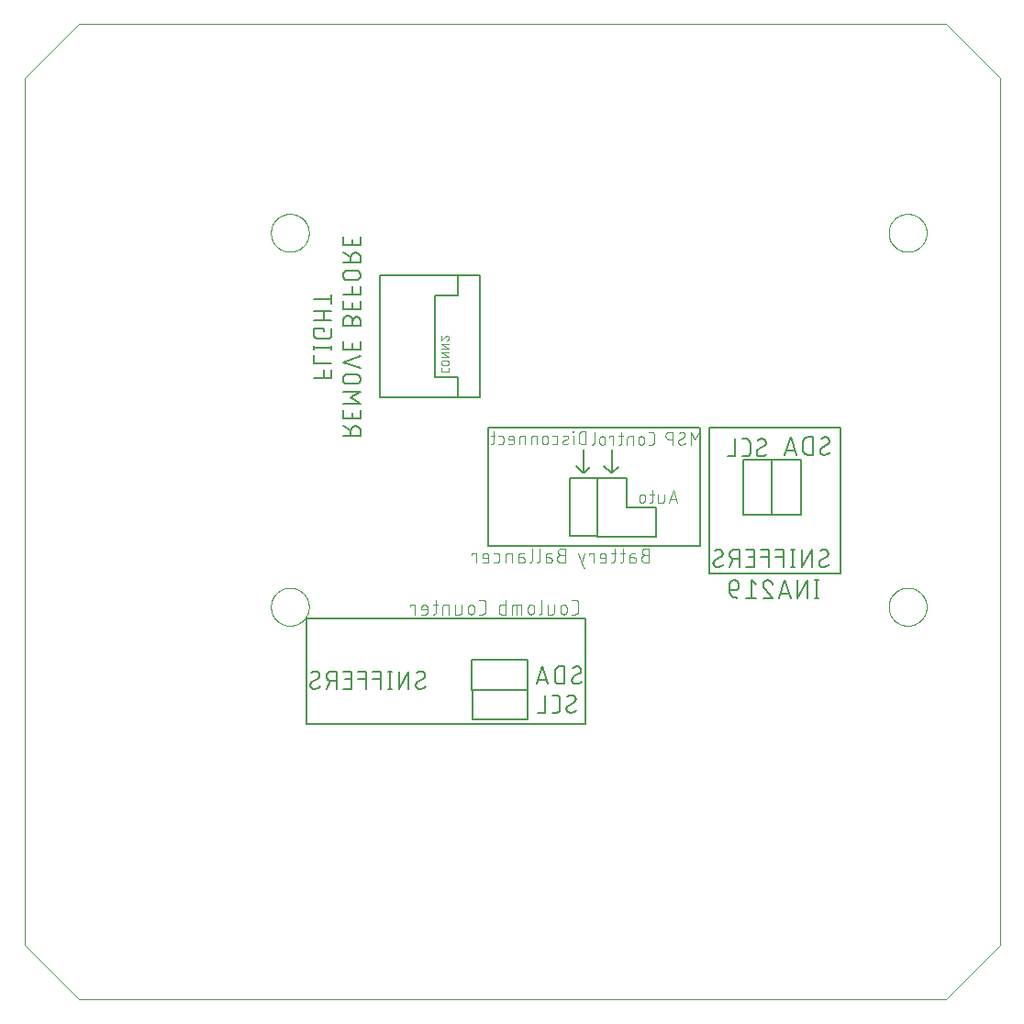
<source format=gbo>
G75*
%MOIN*%
%OFA0B0*%
%FSLAX25Y25*%
%IPPOS*%
%LPD*%
%AMOC8*
5,1,8,0,0,1.08239X$1,22.5*
%
%ADD10C,0.00600*%
%ADD11C,0.00800*%
%ADD12C,0.00400*%
%ADD13C,0.00000*%
%ADD14C,0.00500*%
%ADD15C,0.00300*%
D10*
X0108441Y0114102D02*
X0108367Y0114104D01*
X0108292Y0114110D01*
X0108219Y0114120D01*
X0108145Y0114133D01*
X0108073Y0114150D01*
X0108002Y0114172D01*
X0107931Y0114196D01*
X0107863Y0114225D01*
X0107795Y0114257D01*
X0107730Y0114293D01*
X0107667Y0114331D01*
X0107605Y0114374D01*
X0107546Y0114419D01*
X0107489Y0114467D01*
X0107435Y0114518D01*
X0107384Y0114572D01*
X0107336Y0114629D01*
X0107291Y0114688D01*
X0107248Y0114750D01*
X0107210Y0114813D01*
X0107174Y0114878D01*
X0107142Y0114946D01*
X0107113Y0115014D01*
X0107089Y0115085D01*
X0107067Y0115156D01*
X0107050Y0115228D01*
X0107037Y0115302D01*
X0107027Y0115375D01*
X0107021Y0115450D01*
X0107019Y0115524D01*
X0107730Y0116768D02*
X0109686Y0117835D01*
X0108975Y0120502D02*
X0108874Y0120500D01*
X0108773Y0120494D01*
X0108673Y0120485D01*
X0108573Y0120471D01*
X0108473Y0120454D01*
X0108374Y0120434D01*
X0108277Y0120409D01*
X0108180Y0120381D01*
X0108084Y0120349D01*
X0107989Y0120313D01*
X0107896Y0120274D01*
X0107805Y0120232D01*
X0107715Y0120186D01*
X0107627Y0120136D01*
X0107541Y0120084D01*
X0107457Y0120028D01*
X0107375Y0119969D01*
X0109685Y0117835D02*
X0109749Y0117875D01*
X0109810Y0117918D01*
X0109869Y0117964D01*
X0109926Y0118013D01*
X0109980Y0118065D01*
X0110031Y0118119D01*
X0110079Y0118177D01*
X0110125Y0118236D01*
X0110167Y0118298D01*
X0110206Y0118363D01*
X0110241Y0118429D01*
X0110273Y0118496D01*
X0110302Y0118566D01*
X0110327Y0118636D01*
X0110348Y0118708D01*
X0110365Y0118781D01*
X0110379Y0118855D01*
X0110388Y0118929D01*
X0110394Y0119004D01*
X0110396Y0119079D01*
X0110397Y0119079D02*
X0110395Y0119153D01*
X0110389Y0119228D01*
X0110379Y0119301D01*
X0110366Y0119375D01*
X0110349Y0119447D01*
X0110327Y0119518D01*
X0110303Y0119589D01*
X0110274Y0119657D01*
X0110242Y0119725D01*
X0110206Y0119790D01*
X0110168Y0119853D01*
X0110125Y0119915D01*
X0110080Y0119974D01*
X0110032Y0120031D01*
X0109981Y0120085D01*
X0109927Y0120136D01*
X0109870Y0120184D01*
X0109811Y0120229D01*
X0109749Y0120272D01*
X0109686Y0120310D01*
X0109621Y0120346D01*
X0109553Y0120378D01*
X0109485Y0120407D01*
X0109414Y0120431D01*
X0109343Y0120453D01*
X0109271Y0120470D01*
X0109197Y0120483D01*
X0109124Y0120493D01*
X0109049Y0120499D01*
X0108975Y0120501D01*
X0110574Y0114991D02*
X0110497Y0114916D01*
X0110417Y0114843D01*
X0110334Y0114774D01*
X0110249Y0114707D01*
X0110162Y0114644D01*
X0110073Y0114584D01*
X0109981Y0114527D01*
X0109888Y0114473D01*
X0109792Y0114423D01*
X0109695Y0114376D01*
X0109596Y0114333D01*
X0109496Y0114293D01*
X0109395Y0114257D01*
X0109292Y0114225D01*
X0109188Y0114196D01*
X0109083Y0114171D01*
X0108977Y0114150D01*
X0108871Y0114133D01*
X0108764Y0114119D01*
X0108656Y0114110D01*
X0108549Y0114104D01*
X0108441Y0114102D01*
X0107019Y0115524D02*
X0107021Y0115599D01*
X0107027Y0115674D01*
X0107036Y0115748D01*
X0107050Y0115822D01*
X0107067Y0115895D01*
X0107088Y0115967D01*
X0107113Y0116037D01*
X0107142Y0116107D01*
X0107174Y0116174D01*
X0107209Y0116240D01*
X0107248Y0116305D01*
X0107290Y0116367D01*
X0107336Y0116426D01*
X0107384Y0116484D01*
X0107435Y0116538D01*
X0107489Y0116590D01*
X0107546Y0116639D01*
X0107605Y0116685D01*
X0107666Y0116728D01*
X0107730Y0116768D01*
X0112932Y0114102D02*
X0114354Y0116946D01*
X0114710Y0116946D02*
X0116487Y0116946D01*
X0114710Y0116946D02*
X0114627Y0116948D01*
X0114544Y0116954D01*
X0114461Y0116964D01*
X0114378Y0116977D01*
X0114297Y0116995D01*
X0114216Y0117016D01*
X0114137Y0117041D01*
X0114059Y0117070D01*
X0113982Y0117102D01*
X0113907Y0117138D01*
X0113833Y0117177D01*
X0113762Y0117220D01*
X0113692Y0117266D01*
X0113625Y0117316D01*
X0113560Y0117368D01*
X0113498Y0117423D01*
X0113438Y0117482D01*
X0113381Y0117543D01*
X0113327Y0117606D01*
X0113276Y0117672D01*
X0113229Y0117741D01*
X0113184Y0117811D01*
X0113143Y0117884D01*
X0113106Y0117958D01*
X0113071Y0118034D01*
X0113041Y0118112D01*
X0113014Y0118190D01*
X0112991Y0118271D01*
X0112971Y0118352D01*
X0112956Y0118434D01*
X0112944Y0118516D01*
X0112936Y0118599D01*
X0112932Y0118682D01*
X0112932Y0118766D01*
X0112936Y0118849D01*
X0112944Y0118932D01*
X0112956Y0119014D01*
X0112971Y0119096D01*
X0112991Y0119177D01*
X0113014Y0119258D01*
X0113041Y0119336D01*
X0113071Y0119414D01*
X0113106Y0119490D01*
X0113143Y0119564D01*
X0113184Y0119637D01*
X0113229Y0119707D01*
X0113276Y0119776D01*
X0113327Y0119842D01*
X0113381Y0119905D01*
X0113438Y0119966D01*
X0113498Y0120025D01*
X0113560Y0120080D01*
X0113625Y0120132D01*
X0113692Y0120182D01*
X0113762Y0120228D01*
X0113833Y0120271D01*
X0113907Y0120310D01*
X0113982Y0120346D01*
X0114059Y0120378D01*
X0114137Y0120407D01*
X0114216Y0120432D01*
X0114297Y0120453D01*
X0114378Y0120471D01*
X0114461Y0120484D01*
X0114544Y0120494D01*
X0114627Y0120500D01*
X0114710Y0120502D01*
X0116487Y0120502D01*
X0116487Y0114102D01*
X0119001Y0114102D02*
X0121845Y0114102D01*
X0121845Y0120502D01*
X0119001Y0120502D01*
X0119712Y0117657D02*
X0121845Y0117657D01*
X0124334Y0117657D02*
X0127179Y0117657D01*
X0129668Y0117657D02*
X0132512Y0117657D01*
X0132512Y0120502D02*
X0132512Y0114102D01*
X0135163Y0114102D02*
X0136586Y0114102D01*
X0135874Y0114102D02*
X0135874Y0120502D01*
X0135163Y0120502D02*
X0136586Y0120502D01*
X0139225Y0120502D02*
X0139225Y0114102D01*
X0142781Y0120502D01*
X0142781Y0114102D01*
X0146090Y0116768D02*
X0148046Y0117835D01*
X0147335Y0120502D02*
X0147234Y0120500D01*
X0147133Y0120494D01*
X0147033Y0120485D01*
X0146933Y0120471D01*
X0146833Y0120454D01*
X0146734Y0120434D01*
X0146637Y0120409D01*
X0146540Y0120381D01*
X0146444Y0120349D01*
X0146349Y0120313D01*
X0146256Y0120274D01*
X0146165Y0120232D01*
X0146075Y0120186D01*
X0145987Y0120136D01*
X0145901Y0120084D01*
X0145817Y0120028D01*
X0145735Y0119969D01*
X0148045Y0117835D02*
X0148109Y0117875D01*
X0148170Y0117918D01*
X0148229Y0117964D01*
X0148286Y0118013D01*
X0148340Y0118065D01*
X0148391Y0118119D01*
X0148439Y0118177D01*
X0148485Y0118236D01*
X0148527Y0118298D01*
X0148566Y0118363D01*
X0148601Y0118429D01*
X0148633Y0118496D01*
X0148662Y0118566D01*
X0148687Y0118636D01*
X0148708Y0118708D01*
X0148725Y0118781D01*
X0148739Y0118855D01*
X0148748Y0118929D01*
X0148754Y0119004D01*
X0148756Y0119079D01*
X0148757Y0119079D02*
X0148755Y0119153D01*
X0148749Y0119228D01*
X0148739Y0119301D01*
X0148726Y0119375D01*
X0148709Y0119447D01*
X0148687Y0119518D01*
X0148663Y0119589D01*
X0148634Y0119657D01*
X0148602Y0119725D01*
X0148566Y0119790D01*
X0148528Y0119853D01*
X0148485Y0119915D01*
X0148440Y0119974D01*
X0148392Y0120031D01*
X0148341Y0120085D01*
X0148287Y0120136D01*
X0148230Y0120184D01*
X0148171Y0120229D01*
X0148109Y0120272D01*
X0148046Y0120310D01*
X0147981Y0120346D01*
X0147913Y0120378D01*
X0147845Y0120407D01*
X0147774Y0120431D01*
X0147703Y0120453D01*
X0147631Y0120470D01*
X0147557Y0120483D01*
X0147484Y0120493D01*
X0147409Y0120499D01*
X0147335Y0120501D01*
X0148934Y0114991D02*
X0148857Y0114916D01*
X0148777Y0114843D01*
X0148694Y0114774D01*
X0148609Y0114707D01*
X0148522Y0114644D01*
X0148433Y0114584D01*
X0148341Y0114527D01*
X0148248Y0114473D01*
X0148152Y0114423D01*
X0148055Y0114376D01*
X0147956Y0114333D01*
X0147856Y0114293D01*
X0147755Y0114257D01*
X0147652Y0114225D01*
X0147548Y0114196D01*
X0147443Y0114171D01*
X0147337Y0114150D01*
X0147231Y0114133D01*
X0147124Y0114119D01*
X0147016Y0114110D01*
X0146909Y0114104D01*
X0146801Y0114102D01*
X0146727Y0114104D01*
X0146652Y0114110D01*
X0146579Y0114120D01*
X0146505Y0114133D01*
X0146433Y0114150D01*
X0146362Y0114172D01*
X0146291Y0114196D01*
X0146223Y0114225D01*
X0146155Y0114257D01*
X0146090Y0114293D01*
X0146027Y0114331D01*
X0145965Y0114374D01*
X0145906Y0114419D01*
X0145849Y0114467D01*
X0145795Y0114518D01*
X0145744Y0114572D01*
X0145696Y0114629D01*
X0145651Y0114688D01*
X0145608Y0114750D01*
X0145570Y0114813D01*
X0145534Y0114878D01*
X0145502Y0114946D01*
X0145473Y0115014D01*
X0145449Y0115085D01*
X0145427Y0115156D01*
X0145410Y0115228D01*
X0145397Y0115302D01*
X0145387Y0115375D01*
X0145381Y0115450D01*
X0145379Y0115524D01*
X0145380Y0115524D02*
X0145382Y0115599D01*
X0145388Y0115674D01*
X0145397Y0115748D01*
X0145411Y0115822D01*
X0145428Y0115895D01*
X0145449Y0115967D01*
X0145474Y0116037D01*
X0145503Y0116107D01*
X0145535Y0116174D01*
X0145570Y0116240D01*
X0145609Y0116305D01*
X0145651Y0116367D01*
X0145697Y0116426D01*
X0145745Y0116484D01*
X0145796Y0116538D01*
X0145850Y0116590D01*
X0145907Y0116639D01*
X0145966Y0116685D01*
X0146027Y0116728D01*
X0146091Y0116768D01*
X0132512Y0120502D02*
X0129668Y0120502D01*
X0127179Y0120502D02*
X0124334Y0120502D01*
X0127179Y0120502D02*
X0127179Y0114102D01*
X0189203Y0115873D02*
X0191337Y0122273D01*
X0193470Y0115873D01*
X0192937Y0117473D02*
X0189737Y0117473D01*
X0195918Y0117651D02*
X0195918Y0120495D01*
X0195920Y0120577D01*
X0195926Y0120659D01*
X0195935Y0120741D01*
X0195948Y0120822D01*
X0195965Y0120902D01*
X0195986Y0120982D01*
X0196010Y0121060D01*
X0196038Y0121137D01*
X0196069Y0121213D01*
X0196104Y0121288D01*
X0196143Y0121360D01*
X0196184Y0121431D01*
X0196229Y0121500D01*
X0196277Y0121566D01*
X0196328Y0121631D01*
X0196382Y0121693D01*
X0196439Y0121752D01*
X0196498Y0121809D01*
X0196560Y0121863D01*
X0196625Y0121914D01*
X0196691Y0121962D01*
X0196760Y0122007D01*
X0196831Y0122048D01*
X0196903Y0122087D01*
X0196978Y0122122D01*
X0197054Y0122153D01*
X0197131Y0122181D01*
X0197209Y0122205D01*
X0197289Y0122226D01*
X0197369Y0122243D01*
X0197450Y0122256D01*
X0197532Y0122265D01*
X0197614Y0122271D01*
X0197696Y0122273D01*
X0199474Y0122273D01*
X0199474Y0115873D01*
X0197696Y0115873D01*
X0197614Y0115875D01*
X0197532Y0115881D01*
X0197450Y0115890D01*
X0197369Y0115903D01*
X0197289Y0115920D01*
X0197209Y0115941D01*
X0197131Y0115965D01*
X0197054Y0115993D01*
X0196978Y0116024D01*
X0196903Y0116059D01*
X0196831Y0116098D01*
X0196760Y0116139D01*
X0196691Y0116184D01*
X0196625Y0116232D01*
X0196560Y0116283D01*
X0196498Y0116337D01*
X0196439Y0116394D01*
X0196382Y0116453D01*
X0196328Y0116515D01*
X0196277Y0116580D01*
X0196229Y0116646D01*
X0196184Y0116715D01*
X0196143Y0116786D01*
X0196104Y0116858D01*
X0196069Y0116933D01*
X0196038Y0117009D01*
X0196010Y0117086D01*
X0195986Y0117164D01*
X0195965Y0117244D01*
X0195948Y0117324D01*
X0195935Y0117405D01*
X0195926Y0117487D01*
X0195920Y0117569D01*
X0195918Y0117651D01*
X0196303Y0111840D02*
X0194881Y0111840D01*
X0196303Y0111840D02*
X0196377Y0111838D01*
X0196452Y0111832D01*
X0196525Y0111822D01*
X0196599Y0111809D01*
X0196671Y0111792D01*
X0196742Y0111770D01*
X0196813Y0111746D01*
X0196881Y0111717D01*
X0196949Y0111685D01*
X0197014Y0111649D01*
X0197077Y0111611D01*
X0197139Y0111568D01*
X0197198Y0111523D01*
X0197255Y0111475D01*
X0197309Y0111424D01*
X0197360Y0111370D01*
X0197408Y0111313D01*
X0197453Y0111254D01*
X0197496Y0111192D01*
X0197534Y0111129D01*
X0197570Y0111064D01*
X0197602Y0110996D01*
X0197631Y0110928D01*
X0197655Y0110857D01*
X0197677Y0110786D01*
X0197694Y0110714D01*
X0197707Y0110640D01*
X0197717Y0110567D01*
X0197723Y0110492D01*
X0197725Y0110418D01*
X0197726Y0110418D02*
X0197726Y0106862D01*
X0197725Y0106862D02*
X0197723Y0106788D01*
X0197717Y0106713D01*
X0197707Y0106640D01*
X0197694Y0106566D01*
X0197677Y0106494D01*
X0197655Y0106423D01*
X0197631Y0106352D01*
X0197602Y0106284D01*
X0197570Y0106216D01*
X0197534Y0106151D01*
X0197496Y0106088D01*
X0197453Y0106026D01*
X0197408Y0105967D01*
X0197360Y0105910D01*
X0197309Y0105856D01*
X0197255Y0105805D01*
X0197198Y0105757D01*
X0197139Y0105712D01*
X0197077Y0105669D01*
X0197014Y0105631D01*
X0196949Y0105595D01*
X0196881Y0105563D01*
X0196813Y0105534D01*
X0196742Y0105510D01*
X0196671Y0105488D01*
X0196599Y0105471D01*
X0196525Y0105458D01*
X0196452Y0105448D01*
X0196377Y0105442D01*
X0196303Y0105440D01*
X0194881Y0105440D01*
X0192365Y0105440D02*
X0192365Y0111840D01*
X0192365Y0105440D02*
X0189521Y0105440D01*
X0200815Y0108107D02*
X0202770Y0109173D01*
X0202059Y0111841D02*
X0201958Y0111839D01*
X0201857Y0111833D01*
X0201757Y0111824D01*
X0201657Y0111810D01*
X0201557Y0111793D01*
X0201458Y0111773D01*
X0201361Y0111748D01*
X0201264Y0111720D01*
X0201168Y0111688D01*
X0201073Y0111652D01*
X0200980Y0111613D01*
X0200889Y0111571D01*
X0200799Y0111525D01*
X0200711Y0111475D01*
X0200625Y0111423D01*
X0200541Y0111367D01*
X0200459Y0111308D01*
X0202770Y0109174D02*
X0202834Y0109214D01*
X0202895Y0109257D01*
X0202954Y0109303D01*
X0203011Y0109352D01*
X0203065Y0109404D01*
X0203116Y0109458D01*
X0203164Y0109516D01*
X0203210Y0109575D01*
X0203252Y0109637D01*
X0203291Y0109702D01*
X0203326Y0109768D01*
X0203358Y0109835D01*
X0203387Y0109905D01*
X0203412Y0109975D01*
X0203433Y0110047D01*
X0203450Y0110120D01*
X0203464Y0110194D01*
X0203473Y0110268D01*
X0203479Y0110343D01*
X0203481Y0110418D01*
X0203479Y0110492D01*
X0203473Y0110567D01*
X0203463Y0110640D01*
X0203450Y0110714D01*
X0203433Y0110786D01*
X0203411Y0110857D01*
X0203387Y0110928D01*
X0203358Y0110996D01*
X0203326Y0111064D01*
X0203290Y0111129D01*
X0203252Y0111192D01*
X0203209Y0111254D01*
X0203164Y0111313D01*
X0203116Y0111370D01*
X0203065Y0111424D01*
X0203011Y0111475D01*
X0202954Y0111523D01*
X0202895Y0111568D01*
X0202833Y0111611D01*
X0202770Y0111649D01*
X0202705Y0111685D01*
X0202637Y0111717D01*
X0202569Y0111746D01*
X0202498Y0111770D01*
X0202427Y0111792D01*
X0202355Y0111809D01*
X0202281Y0111822D01*
X0202208Y0111832D01*
X0202133Y0111838D01*
X0202059Y0111840D01*
X0203659Y0106330D02*
X0203582Y0106255D01*
X0203502Y0106182D01*
X0203419Y0106113D01*
X0203334Y0106046D01*
X0203247Y0105983D01*
X0203158Y0105923D01*
X0203066Y0105866D01*
X0202973Y0105812D01*
X0202877Y0105762D01*
X0202780Y0105715D01*
X0202681Y0105672D01*
X0202581Y0105632D01*
X0202480Y0105596D01*
X0202377Y0105564D01*
X0202273Y0105535D01*
X0202168Y0105510D01*
X0202062Y0105489D01*
X0201956Y0105472D01*
X0201849Y0105458D01*
X0201741Y0105449D01*
X0201634Y0105443D01*
X0201526Y0105441D01*
X0201526Y0105440D02*
X0201452Y0105442D01*
X0201377Y0105448D01*
X0201304Y0105458D01*
X0201230Y0105471D01*
X0201158Y0105488D01*
X0201087Y0105510D01*
X0201016Y0105534D01*
X0200948Y0105563D01*
X0200880Y0105595D01*
X0200815Y0105631D01*
X0200752Y0105669D01*
X0200690Y0105712D01*
X0200631Y0105757D01*
X0200574Y0105805D01*
X0200520Y0105856D01*
X0200469Y0105910D01*
X0200421Y0105967D01*
X0200376Y0106026D01*
X0200333Y0106088D01*
X0200295Y0106151D01*
X0200259Y0106216D01*
X0200227Y0106284D01*
X0200198Y0106352D01*
X0200174Y0106423D01*
X0200152Y0106494D01*
X0200135Y0106566D01*
X0200122Y0106640D01*
X0200112Y0106713D01*
X0200106Y0106788D01*
X0200104Y0106862D01*
X0200106Y0106937D01*
X0200112Y0107012D01*
X0200121Y0107086D01*
X0200135Y0107160D01*
X0200152Y0107233D01*
X0200173Y0107305D01*
X0200198Y0107375D01*
X0200227Y0107445D01*
X0200259Y0107512D01*
X0200294Y0107578D01*
X0200333Y0107643D01*
X0200375Y0107705D01*
X0200421Y0107764D01*
X0200469Y0107822D01*
X0200520Y0107876D01*
X0200574Y0107928D01*
X0200631Y0107977D01*
X0200690Y0108023D01*
X0200751Y0108066D01*
X0200815Y0108106D01*
X0203494Y0115873D02*
X0203420Y0115875D01*
X0203345Y0115881D01*
X0203272Y0115891D01*
X0203198Y0115904D01*
X0203126Y0115921D01*
X0203055Y0115943D01*
X0202984Y0115967D01*
X0202916Y0115996D01*
X0202848Y0116028D01*
X0202783Y0116064D01*
X0202720Y0116102D01*
X0202658Y0116145D01*
X0202599Y0116190D01*
X0202542Y0116238D01*
X0202488Y0116289D01*
X0202437Y0116343D01*
X0202389Y0116400D01*
X0202344Y0116459D01*
X0202301Y0116521D01*
X0202263Y0116584D01*
X0202227Y0116649D01*
X0202195Y0116717D01*
X0202166Y0116785D01*
X0202142Y0116856D01*
X0202120Y0116927D01*
X0202103Y0116999D01*
X0202090Y0117073D01*
X0202080Y0117146D01*
X0202074Y0117221D01*
X0202072Y0117295D01*
X0202783Y0118540D02*
X0204739Y0119607D01*
X0204028Y0122274D02*
X0203927Y0122272D01*
X0203826Y0122266D01*
X0203726Y0122257D01*
X0203626Y0122243D01*
X0203526Y0122226D01*
X0203427Y0122206D01*
X0203330Y0122181D01*
X0203233Y0122153D01*
X0203137Y0122121D01*
X0203042Y0122085D01*
X0202949Y0122046D01*
X0202858Y0122004D01*
X0202768Y0121958D01*
X0202680Y0121908D01*
X0202594Y0121856D01*
X0202510Y0121800D01*
X0202428Y0121741D01*
X0204738Y0119607D02*
X0204802Y0119647D01*
X0204863Y0119690D01*
X0204922Y0119736D01*
X0204979Y0119785D01*
X0205033Y0119837D01*
X0205084Y0119891D01*
X0205132Y0119949D01*
X0205178Y0120008D01*
X0205220Y0120070D01*
X0205259Y0120135D01*
X0205294Y0120201D01*
X0205326Y0120268D01*
X0205355Y0120338D01*
X0205380Y0120408D01*
X0205401Y0120480D01*
X0205418Y0120553D01*
X0205432Y0120627D01*
X0205441Y0120701D01*
X0205447Y0120776D01*
X0205449Y0120851D01*
X0205450Y0120851D02*
X0205448Y0120925D01*
X0205442Y0121000D01*
X0205432Y0121073D01*
X0205419Y0121147D01*
X0205402Y0121219D01*
X0205380Y0121290D01*
X0205356Y0121361D01*
X0205327Y0121429D01*
X0205295Y0121497D01*
X0205259Y0121562D01*
X0205221Y0121625D01*
X0205178Y0121687D01*
X0205133Y0121746D01*
X0205085Y0121803D01*
X0205034Y0121857D01*
X0204980Y0121908D01*
X0204923Y0121956D01*
X0204864Y0122001D01*
X0204802Y0122044D01*
X0204739Y0122082D01*
X0204674Y0122118D01*
X0204606Y0122150D01*
X0204538Y0122179D01*
X0204467Y0122203D01*
X0204396Y0122225D01*
X0204324Y0122242D01*
X0204250Y0122255D01*
X0204177Y0122265D01*
X0204102Y0122271D01*
X0204028Y0122273D01*
X0205627Y0116763D02*
X0205550Y0116688D01*
X0205470Y0116615D01*
X0205387Y0116546D01*
X0205302Y0116479D01*
X0205215Y0116416D01*
X0205126Y0116356D01*
X0205034Y0116299D01*
X0204941Y0116245D01*
X0204845Y0116195D01*
X0204748Y0116148D01*
X0204649Y0116105D01*
X0204549Y0116065D01*
X0204448Y0116029D01*
X0204345Y0115997D01*
X0204241Y0115968D01*
X0204136Y0115943D01*
X0204030Y0115922D01*
X0203924Y0115905D01*
X0203817Y0115891D01*
X0203709Y0115882D01*
X0203602Y0115876D01*
X0203494Y0115874D01*
X0202072Y0117295D02*
X0202074Y0117370D01*
X0202080Y0117445D01*
X0202089Y0117519D01*
X0202103Y0117593D01*
X0202120Y0117666D01*
X0202141Y0117738D01*
X0202166Y0117808D01*
X0202195Y0117878D01*
X0202227Y0117945D01*
X0202262Y0118011D01*
X0202301Y0118076D01*
X0202343Y0118138D01*
X0202389Y0118197D01*
X0202437Y0118255D01*
X0202488Y0118309D01*
X0202542Y0118361D01*
X0202599Y0118410D01*
X0202658Y0118456D01*
X0202719Y0118499D01*
X0202783Y0118539D01*
X0254187Y0161060D02*
X0256142Y0162126D01*
X0255431Y0164793D02*
X0255330Y0164791D01*
X0255229Y0164785D01*
X0255129Y0164776D01*
X0255029Y0164762D01*
X0254929Y0164745D01*
X0254830Y0164725D01*
X0254733Y0164700D01*
X0254636Y0164672D01*
X0254540Y0164640D01*
X0254445Y0164604D01*
X0254352Y0164565D01*
X0254261Y0164523D01*
X0254171Y0164477D01*
X0254083Y0164427D01*
X0253997Y0164375D01*
X0253913Y0164319D01*
X0253831Y0164260D01*
X0256142Y0162127D02*
X0256206Y0162167D01*
X0256267Y0162210D01*
X0256326Y0162256D01*
X0256383Y0162305D01*
X0256437Y0162357D01*
X0256488Y0162411D01*
X0256536Y0162469D01*
X0256582Y0162528D01*
X0256624Y0162590D01*
X0256663Y0162655D01*
X0256698Y0162721D01*
X0256730Y0162788D01*
X0256759Y0162858D01*
X0256784Y0162928D01*
X0256805Y0163000D01*
X0256822Y0163073D01*
X0256836Y0163147D01*
X0256845Y0163221D01*
X0256851Y0163296D01*
X0256853Y0163371D01*
X0256851Y0163445D01*
X0256845Y0163520D01*
X0256835Y0163593D01*
X0256822Y0163667D01*
X0256805Y0163739D01*
X0256783Y0163810D01*
X0256759Y0163881D01*
X0256730Y0163949D01*
X0256698Y0164017D01*
X0256662Y0164082D01*
X0256624Y0164145D01*
X0256581Y0164207D01*
X0256536Y0164266D01*
X0256488Y0164323D01*
X0256437Y0164377D01*
X0256383Y0164428D01*
X0256326Y0164476D01*
X0256267Y0164521D01*
X0256205Y0164564D01*
X0256142Y0164602D01*
X0256077Y0164638D01*
X0256009Y0164670D01*
X0255941Y0164699D01*
X0255870Y0164723D01*
X0255799Y0164745D01*
X0255727Y0164762D01*
X0255653Y0164775D01*
X0255580Y0164785D01*
X0255505Y0164791D01*
X0255431Y0164793D01*
X0257031Y0159282D02*
X0256954Y0159207D01*
X0256874Y0159134D01*
X0256791Y0159065D01*
X0256706Y0158998D01*
X0256619Y0158935D01*
X0256530Y0158875D01*
X0256438Y0158818D01*
X0256345Y0158764D01*
X0256249Y0158714D01*
X0256152Y0158667D01*
X0256053Y0158624D01*
X0255953Y0158584D01*
X0255852Y0158548D01*
X0255749Y0158516D01*
X0255645Y0158487D01*
X0255540Y0158462D01*
X0255434Y0158441D01*
X0255328Y0158424D01*
X0255221Y0158410D01*
X0255113Y0158401D01*
X0255006Y0158395D01*
X0254898Y0158393D01*
X0254824Y0158395D01*
X0254749Y0158401D01*
X0254676Y0158411D01*
X0254602Y0158424D01*
X0254530Y0158441D01*
X0254459Y0158463D01*
X0254388Y0158487D01*
X0254320Y0158516D01*
X0254252Y0158548D01*
X0254187Y0158584D01*
X0254124Y0158622D01*
X0254062Y0158665D01*
X0254003Y0158710D01*
X0253946Y0158758D01*
X0253892Y0158809D01*
X0253841Y0158863D01*
X0253793Y0158920D01*
X0253748Y0158979D01*
X0253705Y0159041D01*
X0253667Y0159104D01*
X0253631Y0159169D01*
X0253599Y0159237D01*
X0253570Y0159305D01*
X0253546Y0159376D01*
X0253524Y0159447D01*
X0253507Y0159519D01*
X0253494Y0159593D01*
X0253484Y0159666D01*
X0253478Y0159741D01*
X0253476Y0159815D01*
X0253478Y0159890D01*
X0253484Y0159965D01*
X0253493Y0160039D01*
X0253507Y0160113D01*
X0253524Y0160186D01*
X0253545Y0160258D01*
X0253570Y0160328D01*
X0253599Y0160398D01*
X0253631Y0160465D01*
X0253666Y0160531D01*
X0253705Y0160596D01*
X0253747Y0160658D01*
X0253793Y0160717D01*
X0253841Y0160775D01*
X0253892Y0160829D01*
X0253946Y0160881D01*
X0254003Y0160930D01*
X0254062Y0160976D01*
X0254123Y0161019D01*
X0254187Y0161059D01*
X0259389Y0158393D02*
X0260811Y0161237D01*
X0261166Y0161237D02*
X0262944Y0161237D01*
X0261166Y0161237D02*
X0261083Y0161239D01*
X0261000Y0161245D01*
X0260917Y0161255D01*
X0260834Y0161268D01*
X0260753Y0161286D01*
X0260672Y0161307D01*
X0260593Y0161332D01*
X0260515Y0161361D01*
X0260438Y0161393D01*
X0260363Y0161429D01*
X0260289Y0161468D01*
X0260218Y0161511D01*
X0260148Y0161557D01*
X0260081Y0161607D01*
X0260016Y0161659D01*
X0259954Y0161714D01*
X0259894Y0161773D01*
X0259837Y0161834D01*
X0259783Y0161897D01*
X0259732Y0161963D01*
X0259685Y0162032D01*
X0259640Y0162102D01*
X0259599Y0162175D01*
X0259562Y0162249D01*
X0259527Y0162325D01*
X0259497Y0162403D01*
X0259470Y0162481D01*
X0259447Y0162562D01*
X0259427Y0162643D01*
X0259412Y0162725D01*
X0259400Y0162807D01*
X0259392Y0162890D01*
X0259388Y0162973D01*
X0259388Y0163057D01*
X0259392Y0163140D01*
X0259400Y0163223D01*
X0259412Y0163305D01*
X0259427Y0163387D01*
X0259447Y0163468D01*
X0259470Y0163549D01*
X0259497Y0163627D01*
X0259527Y0163705D01*
X0259562Y0163781D01*
X0259599Y0163855D01*
X0259640Y0163928D01*
X0259685Y0163998D01*
X0259732Y0164067D01*
X0259783Y0164133D01*
X0259837Y0164196D01*
X0259894Y0164257D01*
X0259954Y0164316D01*
X0260016Y0164371D01*
X0260081Y0164423D01*
X0260148Y0164473D01*
X0260218Y0164519D01*
X0260289Y0164562D01*
X0260363Y0164601D01*
X0260438Y0164637D01*
X0260515Y0164669D01*
X0260593Y0164698D01*
X0260672Y0164723D01*
X0260753Y0164744D01*
X0260834Y0164762D01*
X0260917Y0164775D01*
X0261000Y0164785D01*
X0261083Y0164791D01*
X0261166Y0164793D01*
X0262944Y0164793D01*
X0262944Y0158393D01*
X0265457Y0158393D02*
X0268302Y0158393D01*
X0268302Y0164793D01*
X0265457Y0164793D01*
X0266169Y0161948D02*
X0268302Y0161948D01*
X0270791Y0161948D02*
X0273635Y0161948D01*
X0276124Y0161948D02*
X0278969Y0161948D01*
X0278969Y0164793D02*
X0276124Y0164793D01*
X0273635Y0164793D02*
X0270791Y0164793D01*
X0273635Y0164793D02*
X0273635Y0158393D01*
X0278969Y0158393D02*
X0278969Y0164793D01*
X0281620Y0164793D02*
X0283042Y0164793D01*
X0282331Y0164793D02*
X0282331Y0158393D01*
X0283042Y0158393D02*
X0281620Y0158393D01*
X0285682Y0158393D02*
X0285682Y0164793D01*
X0289237Y0164793D02*
X0285682Y0158393D01*
X0289237Y0158393D02*
X0289237Y0164793D01*
X0294502Y0162127D02*
X0294566Y0162167D01*
X0294627Y0162210D01*
X0294686Y0162256D01*
X0294743Y0162305D01*
X0294797Y0162357D01*
X0294848Y0162411D01*
X0294896Y0162469D01*
X0294942Y0162528D01*
X0294984Y0162590D01*
X0295023Y0162655D01*
X0295058Y0162721D01*
X0295090Y0162788D01*
X0295119Y0162858D01*
X0295144Y0162928D01*
X0295165Y0163000D01*
X0295182Y0163073D01*
X0295196Y0163147D01*
X0295205Y0163221D01*
X0295211Y0163296D01*
X0295213Y0163371D01*
X0295211Y0163445D01*
X0295205Y0163520D01*
X0295195Y0163593D01*
X0295182Y0163667D01*
X0295165Y0163739D01*
X0295143Y0163810D01*
X0295119Y0163881D01*
X0295090Y0163949D01*
X0295058Y0164017D01*
X0295022Y0164082D01*
X0294984Y0164145D01*
X0294941Y0164207D01*
X0294896Y0164266D01*
X0294848Y0164323D01*
X0294797Y0164377D01*
X0294743Y0164428D01*
X0294686Y0164476D01*
X0294627Y0164521D01*
X0294565Y0164564D01*
X0294502Y0164602D01*
X0294437Y0164638D01*
X0294369Y0164670D01*
X0294301Y0164699D01*
X0294230Y0164723D01*
X0294159Y0164745D01*
X0294087Y0164762D01*
X0294013Y0164775D01*
X0293940Y0164785D01*
X0293865Y0164791D01*
X0293791Y0164793D01*
X0293690Y0164791D01*
X0293589Y0164785D01*
X0293489Y0164776D01*
X0293389Y0164762D01*
X0293289Y0164745D01*
X0293190Y0164725D01*
X0293093Y0164700D01*
X0292996Y0164672D01*
X0292900Y0164640D01*
X0292805Y0164604D01*
X0292712Y0164565D01*
X0292621Y0164523D01*
X0292531Y0164477D01*
X0292443Y0164427D01*
X0292357Y0164375D01*
X0292273Y0164319D01*
X0292191Y0164260D01*
X0295391Y0159282D02*
X0295314Y0159207D01*
X0295234Y0159134D01*
X0295151Y0159065D01*
X0295066Y0158998D01*
X0294979Y0158935D01*
X0294890Y0158875D01*
X0294798Y0158818D01*
X0294705Y0158764D01*
X0294609Y0158714D01*
X0294512Y0158667D01*
X0294413Y0158624D01*
X0294313Y0158584D01*
X0294212Y0158548D01*
X0294109Y0158516D01*
X0294005Y0158487D01*
X0293900Y0158462D01*
X0293794Y0158441D01*
X0293688Y0158424D01*
X0293581Y0158410D01*
X0293473Y0158401D01*
X0293366Y0158395D01*
X0293258Y0158393D01*
X0293184Y0158395D01*
X0293109Y0158401D01*
X0293036Y0158411D01*
X0292962Y0158424D01*
X0292890Y0158441D01*
X0292819Y0158463D01*
X0292748Y0158487D01*
X0292680Y0158516D01*
X0292612Y0158548D01*
X0292547Y0158584D01*
X0292484Y0158622D01*
X0292422Y0158665D01*
X0292363Y0158710D01*
X0292306Y0158758D01*
X0292252Y0158809D01*
X0292201Y0158863D01*
X0292153Y0158920D01*
X0292108Y0158979D01*
X0292065Y0159041D01*
X0292027Y0159104D01*
X0291991Y0159169D01*
X0291959Y0159237D01*
X0291930Y0159305D01*
X0291906Y0159376D01*
X0291884Y0159447D01*
X0291867Y0159519D01*
X0291854Y0159593D01*
X0291844Y0159666D01*
X0291838Y0159741D01*
X0291836Y0159815D01*
X0292547Y0161060D02*
X0294502Y0162126D01*
X0292547Y0161059D02*
X0292483Y0161019D01*
X0292422Y0160976D01*
X0292363Y0160930D01*
X0292306Y0160881D01*
X0292252Y0160829D01*
X0292201Y0160775D01*
X0292153Y0160717D01*
X0292107Y0160658D01*
X0292065Y0160596D01*
X0292026Y0160531D01*
X0291991Y0160465D01*
X0291959Y0160398D01*
X0291930Y0160328D01*
X0291905Y0160258D01*
X0291884Y0160186D01*
X0291867Y0160113D01*
X0291853Y0160039D01*
X0291844Y0159965D01*
X0291838Y0159890D01*
X0291836Y0159815D01*
X0291651Y0153572D02*
X0290229Y0153572D01*
X0290940Y0153572D02*
X0290940Y0147172D01*
X0291651Y0147172D02*
X0290229Y0147172D01*
X0287589Y0147172D02*
X0287589Y0153572D01*
X0284034Y0147172D01*
X0284034Y0153572D01*
X0281053Y0148772D02*
X0277853Y0148772D01*
X0277319Y0147172D02*
X0279453Y0153572D01*
X0281586Y0147172D01*
X0275076Y0147172D02*
X0271521Y0147172D01*
X0268922Y0147172D02*
X0265367Y0147172D01*
X0267145Y0147172D02*
X0267145Y0153572D01*
X0268922Y0152150D01*
X0272054Y0150728D02*
X0275076Y0147172D01*
X0275077Y0152150D02*
X0275048Y0152235D01*
X0275015Y0152317D01*
X0274978Y0152399D01*
X0274938Y0152479D01*
X0274895Y0152556D01*
X0274848Y0152632D01*
X0274798Y0152706D01*
X0274745Y0152778D01*
X0274689Y0152847D01*
X0274630Y0152914D01*
X0274568Y0152978D01*
X0274503Y0153039D01*
X0274436Y0153098D01*
X0274366Y0153153D01*
X0274294Y0153206D01*
X0274220Y0153255D01*
X0274143Y0153301D01*
X0274065Y0153343D01*
X0273985Y0153383D01*
X0273903Y0153418D01*
X0273820Y0153451D01*
X0273736Y0153479D01*
X0273650Y0153504D01*
X0273563Y0153525D01*
X0273476Y0153542D01*
X0273388Y0153556D01*
X0273299Y0153565D01*
X0273210Y0153571D01*
X0273121Y0153573D01*
X0273121Y0153572D02*
X0273042Y0153570D01*
X0272964Y0153564D01*
X0272886Y0153555D01*
X0272809Y0153541D01*
X0272732Y0153524D01*
X0272657Y0153503D01*
X0272582Y0153478D01*
X0272509Y0153450D01*
X0272437Y0153418D01*
X0272367Y0153383D01*
X0272298Y0153344D01*
X0272232Y0153302D01*
X0272168Y0153257D01*
X0272106Y0153209D01*
X0272047Y0153158D01*
X0271990Y0153103D01*
X0271935Y0153046D01*
X0271884Y0152987D01*
X0271836Y0152925D01*
X0271791Y0152861D01*
X0271749Y0152795D01*
X0271710Y0152726D01*
X0271675Y0152656D01*
X0271643Y0152584D01*
X0271615Y0152511D01*
X0271590Y0152436D01*
X0271569Y0152361D01*
X0271552Y0152284D01*
X0271538Y0152207D01*
X0271529Y0152129D01*
X0271523Y0152051D01*
X0271521Y0151972D01*
X0271520Y0151972D02*
X0271522Y0151890D01*
X0271528Y0151808D01*
X0271538Y0151727D01*
X0271551Y0151646D01*
X0271569Y0151566D01*
X0271590Y0151487D01*
X0271615Y0151409D01*
X0271643Y0151333D01*
X0271676Y0151257D01*
X0271711Y0151184D01*
X0271751Y0151112D01*
X0271793Y0151042D01*
X0271839Y0150974D01*
X0271888Y0150909D01*
X0271940Y0150846D01*
X0271996Y0150785D01*
X0272053Y0150727D01*
X0262768Y0151439D02*
X0262768Y0151795D01*
X0262768Y0151439D02*
X0262766Y0151365D01*
X0262760Y0151290D01*
X0262750Y0151217D01*
X0262737Y0151143D01*
X0262720Y0151071D01*
X0262698Y0151000D01*
X0262674Y0150929D01*
X0262645Y0150861D01*
X0262613Y0150793D01*
X0262577Y0150728D01*
X0262539Y0150665D01*
X0262496Y0150603D01*
X0262451Y0150544D01*
X0262403Y0150487D01*
X0262352Y0150433D01*
X0262298Y0150382D01*
X0262241Y0150334D01*
X0262182Y0150289D01*
X0262120Y0150246D01*
X0262057Y0150208D01*
X0261992Y0150172D01*
X0261924Y0150140D01*
X0261856Y0150111D01*
X0261785Y0150087D01*
X0261714Y0150065D01*
X0261642Y0150048D01*
X0261568Y0150035D01*
X0261495Y0150025D01*
X0261420Y0150019D01*
X0261346Y0150017D01*
X0259213Y0150017D01*
X0259213Y0151795D01*
X0259212Y0151795D02*
X0259214Y0151878D01*
X0259220Y0151961D01*
X0259230Y0152044D01*
X0259243Y0152127D01*
X0259261Y0152208D01*
X0259282Y0152289D01*
X0259307Y0152368D01*
X0259336Y0152446D01*
X0259368Y0152523D01*
X0259404Y0152598D01*
X0259443Y0152672D01*
X0259486Y0152743D01*
X0259532Y0152813D01*
X0259582Y0152880D01*
X0259634Y0152945D01*
X0259689Y0153007D01*
X0259748Y0153067D01*
X0259809Y0153124D01*
X0259872Y0153178D01*
X0259938Y0153229D01*
X0260007Y0153276D01*
X0260077Y0153321D01*
X0260150Y0153362D01*
X0260224Y0153399D01*
X0260300Y0153434D01*
X0260378Y0153464D01*
X0260456Y0153491D01*
X0260537Y0153514D01*
X0260618Y0153534D01*
X0260700Y0153549D01*
X0260782Y0153561D01*
X0260865Y0153569D01*
X0260948Y0153573D01*
X0261032Y0153573D01*
X0261115Y0153569D01*
X0261198Y0153561D01*
X0261280Y0153549D01*
X0261362Y0153534D01*
X0261443Y0153514D01*
X0261524Y0153491D01*
X0261602Y0153464D01*
X0261680Y0153434D01*
X0261756Y0153399D01*
X0261830Y0153362D01*
X0261903Y0153321D01*
X0261973Y0153276D01*
X0262042Y0153229D01*
X0262108Y0153178D01*
X0262171Y0153124D01*
X0262232Y0153067D01*
X0262291Y0153007D01*
X0262346Y0152945D01*
X0262398Y0152880D01*
X0262448Y0152813D01*
X0262494Y0152743D01*
X0262537Y0152672D01*
X0262576Y0152598D01*
X0262612Y0152523D01*
X0262644Y0152446D01*
X0262673Y0152368D01*
X0262698Y0152289D01*
X0262719Y0152208D01*
X0262737Y0152127D01*
X0262750Y0152044D01*
X0262760Y0151961D01*
X0262766Y0151878D01*
X0262768Y0151795D01*
X0259213Y0150017D02*
X0259215Y0149913D01*
X0259221Y0149809D01*
X0259230Y0149706D01*
X0259243Y0149603D01*
X0259260Y0149500D01*
X0259281Y0149399D01*
X0259305Y0149298D01*
X0259334Y0149198D01*
X0259365Y0149099D01*
X0259401Y0149001D01*
X0259440Y0148905D01*
X0259482Y0148810D01*
X0259528Y0148717D01*
X0259577Y0148625D01*
X0259629Y0148535D01*
X0259685Y0148448D01*
X0259744Y0148362D01*
X0259806Y0148279D01*
X0259871Y0148198D01*
X0259939Y0148119D01*
X0260010Y0148043D01*
X0260083Y0147970D01*
X0260159Y0147899D01*
X0260238Y0147831D01*
X0260319Y0147766D01*
X0260402Y0147704D01*
X0260488Y0147645D01*
X0260575Y0147589D01*
X0260665Y0147537D01*
X0260757Y0147488D01*
X0260850Y0147442D01*
X0260945Y0147400D01*
X0261041Y0147361D01*
X0261139Y0147325D01*
X0261238Y0147294D01*
X0261338Y0147265D01*
X0261439Y0147241D01*
X0261540Y0147220D01*
X0261643Y0147203D01*
X0261746Y0147190D01*
X0261849Y0147181D01*
X0261953Y0147175D01*
X0262057Y0147173D01*
X0261459Y0198550D02*
X0258615Y0198550D01*
X0261459Y0198550D02*
X0261459Y0204950D01*
X0263976Y0204950D02*
X0265398Y0204950D01*
X0265472Y0204948D01*
X0265547Y0204942D01*
X0265620Y0204932D01*
X0265694Y0204919D01*
X0265766Y0204902D01*
X0265837Y0204880D01*
X0265908Y0204856D01*
X0265976Y0204827D01*
X0266044Y0204795D01*
X0266109Y0204759D01*
X0266172Y0204721D01*
X0266234Y0204678D01*
X0266293Y0204633D01*
X0266350Y0204585D01*
X0266404Y0204534D01*
X0266455Y0204480D01*
X0266503Y0204423D01*
X0266548Y0204364D01*
X0266591Y0204302D01*
X0266629Y0204239D01*
X0266665Y0204174D01*
X0266697Y0204106D01*
X0266726Y0204038D01*
X0266750Y0203967D01*
X0266772Y0203896D01*
X0266789Y0203824D01*
X0266802Y0203750D01*
X0266812Y0203677D01*
X0266818Y0203602D01*
X0266820Y0203528D01*
X0266820Y0199973D01*
X0266818Y0199899D01*
X0266812Y0199824D01*
X0266802Y0199751D01*
X0266789Y0199677D01*
X0266772Y0199605D01*
X0266750Y0199534D01*
X0266726Y0199463D01*
X0266697Y0199395D01*
X0266665Y0199327D01*
X0266629Y0199262D01*
X0266591Y0199199D01*
X0266548Y0199137D01*
X0266503Y0199078D01*
X0266455Y0199021D01*
X0266404Y0198967D01*
X0266350Y0198916D01*
X0266293Y0198868D01*
X0266234Y0198823D01*
X0266172Y0198780D01*
X0266109Y0198742D01*
X0266044Y0198706D01*
X0265976Y0198674D01*
X0265908Y0198645D01*
X0265837Y0198621D01*
X0265766Y0198599D01*
X0265694Y0198582D01*
X0265620Y0198569D01*
X0265547Y0198559D01*
X0265472Y0198553D01*
X0265398Y0198551D01*
X0265398Y0198550D02*
X0263976Y0198550D01*
X0269909Y0201217D02*
X0271865Y0202284D01*
X0271154Y0204951D02*
X0271053Y0204949D01*
X0270952Y0204943D01*
X0270852Y0204934D01*
X0270752Y0204920D01*
X0270652Y0204903D01*
X0270553Y0204883D01*
X0270456Y0204858D01*
X0270359Y0204830D01*
X0270263Y0204798D01*
X0270168Y0204762D01*
X0270075Y0204723D01*
X0269984Y0204681D01*
X0269894Y0204635D01*
X0269806Y0204585D01*
X0269720Y0204533D01*
X0269636Y0204477D01*
X0269554Y0204418D01*
X0271864Y0202284D02*
X0271928Y0202324D01*
X0271989Y0202367D01*
X0272048Y0202413D01*
X0272105Y0202462D01*
X0272159Y0202514D01*
X0272210Y0202568D01*
X0272258Y0202626D01*
X0272304Y0202685D01*
X0272346Y0202747D01*
X0272385Y0202812D01*
X0272420Y0202878D01*
X0272452Y0202945D01*
X0272481Y0203015D01*
X0272506Y0203085D01*
X0272527Y0203157D01*
X0272544Y0203230D01*
X0272558Y0203304D01*
X0272567Y0203378D01*
X0272573Y0203453D01*
X0272575Y0203528D01*
X0272576Y0203528D02*
X0272574Y0203602D01*
X0272568Y0203677D01*
X0272558Y0203750D01*
X0272545Y0203824D01*
X0272528Y0203896D01*
X0272506Y0203967D01*
X0272482Y0204038D01*
X0272453Y0204106D01*
X0272421Y0204174D01*
X0272385Y0204239D01*
X0272347Y0204302D01*
X0272304Y0204364D01*
X0272259Y0204423D01*
X0272211Y0204480D01*
X0272160Y0204534D01*
X0272106Y0204585D01*
X0272049Y0204633D01*
X0271990Y0204678D01*
X0271928Y0204721D01*
X0271865Y0204759D01*
X0271800Y0204795D01*
X0271732Y0204827D01*
X0271664Y0204856D01*
X0271593Y0204880D01*
X0271522Y0204902D01*
X0271450Y0204919D01*
X0271376Y0204932D01*
X0271303Y0204942D01*
X0271228Y0204948D01*
X0271154Y0204950D01*
X0272753Y0199440D02*
X0272676Y0199365D01*
X0272596Y0199292D01*
X0272513Y0199223D01*
X0272428Y0199156D01*
X0272341Y0199093D01*
X0272252Y0199033D01*
X0272160Y0198976D01*
X0272067Y0198922D01*
X0271971Y0198872D01*
X0271874Y0198825D01*
X0271775Y0198782D01*
X0271675Y0198742D01*
X0271574Y0198706D01*
X0271471Y0198674D01*
X0271367Y0198645D01*
X0271262Y0198620D01*
X0271156Y0198599D01*
X0271050Y0198582D01*
X0270943Y0198568D01*
X0270835Y0198559D01*
X0270728Y0198553D01*
X0270620Y0198551D01*
X0270546Y0198553D01*
X0270471Y0198559D01*
X0270398Y0198569D01*
X0270324Y0198582D01*
X0270252Y0198599D01*
X0270181Y0198621D01*
X0270110Y0198645D01*
X0270042Y0198674D01*
X0269974Y0198706D01*
X0269909Y0198742D01*
X0269846Y0198780D01*
X0269784Y0198823D01*
X0269725Y0198868D01*
X0269668Y0198916D01*
X0269614Y0198967D01*
X0269563Y0199021D01*
X0269515Y0199078D01*
X0269470Y0199137D01*
X0269427Y0199199D01*
X0269389Y0199262D01*
X0269353Y0199327D01*
X0269321Y0199395D01*
X0269292Y0199463D01*
X0269268Y0199534D01*
X0269246Y0199605D01*
X0269229Y0199677D01*
X0269216Y0199751D01*
X0269206Y0199824D01*
X0269200Y0199899D01*
X0269198Y0199973D01*
X0269200Y0200048D01*
X0269206Y0200123D01*
X0269215Y0200197D01*
X0269229Y0200271D01*
X0269246Y0200344D01*
X0269267Y0200416D01*
X0269292Y0200486D01*
X0269321Y0200556D01*
X0269353Y0200623D01*
X0269388Y0200689D01*
X0269427Y0200754D01*
X0269469Y0200816D01*
X0269515Y0200875D01*
X0269563Y0200933D01*
X0269614Y0200987D01*
X0269668Y0201039D01*
X0269725Y0201088D01*
X0269784Y0201134D01*
X0269845Y0201177D01*
X0269909Y0201217D01*
X0279361Y0199141D02*
X0281494Y0205541D01*
X0283627Y0199141D01*
X0283094Y0200741D02*
X0279894Y0200741D01*
X0286075Y0200919D02*
X0286075Y0203763D01*
X0286077Y0203845D01*
X0286083Y0203927D01*
X0286092Y0204009D01*
X0286105Y0204090D01*
X0286122Y0204170D01*
X0286143Y0204250D01*
X0286167Y0204328D01*
X0286195Y0204405D01*
X0286226Y0204481D01*
X0286261Y0204556D01*
X0286300Y0204628D01*
X0286341Y0204699D01*
X0286386Y0204768D01*
X0286434Y0204834D01*
X0286485Y0204899D01*
X0286539Y0204961D01*
X0286596Y0205020D01*
X0286655Y0205077D01*
X0286717Y0205131D01*
X0286782Y0205182D01*
X0286848Y0205230D01*
X0286917Y0205275D01*
X0286988Y0205316D01*
X0287060Y0205355D01*
X0287135Y0205390D01*
X0287211Y0205421D01*
X0287288Y0205449D01*
X0287366Y0205473D01*
X0287446Y0205494D01*
X0287526Y0205511D01*
X0287607Y0205524D01*
X0287689Y0205533D01*
X0287771Y0205539D01*
X0287853Y0205541D01*
X0289631Y0205541D01*
X0289631Y0199141D01*
X0287853Y0199141D01*
X0287771Y0199143D01*
X0287689Y0199149D01*
X0287607Y0199158D01*
X0287526Y0199171D01*
X0287446Y0199188D01*
X0287366Y0199209D01*
X0287288Y0199233D01*
X0287211Y0199261D01*
X0287135Y0199292D01*
X0287060Y0199327D01*
X0286988Y0199366D01*
X0286917Y0199407D01*
X0286848Y0199452D01*
X0286782Y0199500D01*
X0286717Y0199551D01*
X0286655Y0199605D01*
X0286596Y0199662D01*
X0286539Y0199721D01*
X0286485Y0199783D01*
X0286434Y0199848D01*
X0286386Y0199914D01*
X0286341Y0199983D01*
X0286300Y0200054D01*
X0286261Y0200126D01*
X0286226Y0200201D01*
X0286195Y0200277D01*
X0286167Y0200354D01*
X0286143Y0200432D01*
X0286122Y0200512D01*
X0286105Y0200592D01*
X0286092Y0200673D01*
X0286083Y0200755D01*
X0286077Y0200837D01*
X0286075Y0200919D01*
X0292941Y0201808D02*
X0294896Y0202874D01*
X0294185Y0205541D02*
X0294084Y0205539D01*
X0293983Y0205533D01*
X0293883Y0205524D01*
X0293783Y0205510D01*
X0293683Y0205493D01*
X0293584Y0205473D01*
X0293487Y0205448D01*
X0293390Y0205420D01*
X0293294Y0205388D01*
X0293199Y0205352D01*
X0293106Y0205313D01*
X0293015Y0205271D01*
X0292925Y0205225D01*
X0292837Y0205175D01*
X0292751Y0205123D01*
X0292667Y0205067D01*
X0292585Y0205008D01*
X0294896Y0202875D02*
X0294960Y0202915D01*
X0295021Y0202958D01*
X0295080Y0203004D01*
X0295137Y0203053D01*
X0295191Y0203105D01*
X0295242Y0203159D01*
X0295290Y0203217D01*
X0295336Y0203276D01*
X0295378Y0203338D01*
X0295417Y0203403D01*
X0295452Y0203469D01*
X0295484Y0203536D01*
X0295513Y0203606D01*
X0295538Y0203676D01*
X0295559Y0203748D01*
X0295576Y0203821D01*
X0295590Y0203895D01*
X0295599Y0203969D01*
X0295605Y0204044D01*
X0295607Y0204119D01*
X0295605Y0204193D01*
X0295599Y0204268D01*
X0295589Y0204341D01*
X0295576Y0204415D01*
X0295559Y0204487D01*
X0295537Y0204558D01*
X0295513Y0204629D01*
X0295484Y0204697D01*
X0295452Y0204765D01*
X0295416Y0204830D01*
X0295378Y0204893D01*
X0295335Y0204955D01*
X0295290Y0205014D01*
X0295242Y0205071D01*
X0295191Y0205125D01*
X0295137Y0205176D01*
X0295080Y0205224D01*
X0295021Y0205269D01*
X0294959Y0205312D01*
X0294896Y0205350D01*
X0294831Y0205386D01*
X0294763Y0205418D01*
X0294695Y0205447D01*
X0294624Y0205471D01*
X0294553Y0205493D01*
X0294481Y0205510D01*
X0294407Y0205523D01*
X0294334Y0205533D01*
X0294259Y0205539D01*
X0294185Y0205541D01*
X0295785Y0200030D02*
X0295708Y0199955D01*
X0295628Y0199882D01*
X0295545Y0199813D01*
X0295460Y0199746D01*
X0295373Y0199683D01*
X0295284Y0199623D01*
X0295192Y0199566D01*
X0295099Y0199512D01*
X0295003Y0199462D01*
X0294906Y0199415D01*
X0294807Y0199372D01*
X0294707Y0199332D01*
X0294606Y0199296D01*
X0294503Y0199264D01*
X0294399Y0199235D01*
X0294294Y0199210D01*
X0294188Y0199189D01*
X0294082Y0199172D01*
X0293975Y0199158D01*
X0293867Y0199149D01*
X0293760Y0199143D01*
X0293652Y0199141D01*
X0293578Y0199143D01*
X0293503Y0199149D01*
X0293430Y0199159D01*
X0293356Y0199172D01*
X0293284Y0199189D01*
X0293213Y0199211D01*
X0293142Y0199235D01*
X0293074Y0199264D01*
X0293006Y0199296D01*
X0292941Y0199332D01*
X0292878Y0199370D01*
X0292816Y0199413D01*
X0292757Y0199458D01*
X0292700Y0199506D01*
X0292646Y0199557D01*
X0292595Y0199611D01*
X0292547Y0199668D01*
X0292502Y0199727D01*
X0292459Y0199789D01*
X0292421Y0199852D01*
X0292385Y0199917D01*
X0292353Y0199985D01*
X0292324Y0200053D01*
X0292300Y0200124D01*
X0292278Y0200195D01*
X0292261Y0200267D01*
X0292248Y0200341D01*
X0292238Y0200414D01*
X0292232Y0200489D01*
X0292230Y0200563D01*
X0292232Y0200638D01*
X0292238Y0200713D01*
X0292247Y0200787D01*
X0292261Y0200861D01*
X0292278Y0200934D01*
X0292299Y0201006D01*
X0292324Y0201076D01*
X0292353Y0201146D01*
X0292385Y0201213D01*
X0292420Y0201279D01*
X0292459Y0201344D01*
X0292501Y0201406D01*
X0292547Y0201465D01*
X0292595Y0201523D01*
X0292646Y0201577D01*
X0292700Y0201629D01*
X0292757Y0201678D01*
X0292816Y0201724D01*
X0292877Y0201767D01*
X0292941Y0201807D01*
X0125293Y0206031D02*
X0125293Y0207808D01*
X0125293Y0206031D02*
X0118893Y0206031D01*
X0121737Y0206031D02*
X0121737Y0207808D01*
X0121737Y0208164D02*
X0118893Y0209586D01*
X0118893Y0212366D02*
X0125293Y0212366D01*
X0125293Y0215210D01*
X0125293Y0217742D02*
X0121737Y0219875D01*
X0125293Y0222009D01*
X0118893Y0222009D01*
X0120671Y0224867D02*
X0123515Y0224867D01*
X0123598Y0224869D01*
X0123681Y0224875D01*
X0123764Y0224885D01*
X0123847Y0224898D01*
X0123928Y0224916D01*
X0124009Y0224937D01*
X0124088Y0224962D01*
X0124166Y0224991D01*
X0124243Y0225023D01*
X0124318Y0225059D01*
X0124392Y0225098D01*
X0124463Y0225141D01*
X0124533Y0225187D01*
X0124600Y0225237D01*
X0124665Y0225289D01*
X0124727Y0225344D01*
X0124787Y0225403D01*
X0124844Y0225464D01*
X0124898Y0225527D01*
X0124949Y0225593D01*
X0124996Y0225662D01*
X0125041Y0225732D01*
X0125082Y0225805D01*
X0125119Y0225879D01*
X0125154Y0225955D01*
X0125184Y0226033D01*
X0125211Y0226111D01*
X0125234Y0226192D01*
X0125254Y0226273D01*
X0125269Y0226355D01*
X0125281Y0226437D01*
X0125289Y0226520D01*
X0125293Y0226603D01*
X0125293Y0226687D01*
X0125289Y0226770D01*
X0125281Y0226853D01*
X0125269Y0226935D01*
X0125254Y0227017D01*
X0125234Y0227098D01*
X0125211Y0227179D01*
X0125184Y0227257D01*
X0125154Y0227335D01*
X0125119Y0227411D01*
X0125082Y0227485D01*
X0125041Y0227558D01*
X0124996Y0227628D01*
X0124949Y0227697D01*
X0124898Y0227763D01*
X0124844Y0227826D01*
X0124787Y0227887D01*
X0124727Y0227946D01*
X0124665Y0228001D01*
X0124600Y0228053D01*
X0124533Y0228103D01*
X0124463Y0228149D01*
X0124392Y0228192D01*
X0124318Y0228231D01*
X0124243Y0228267D01*
X0124166Y0228299D01*
X0124088Y0228328D01*
X0124009Y0228353D01*
X0123928Y0228374D01*
X0123847Y0228392D01*
X0123764Y0228405D01*
X0123681Y0228415D01*
X0123598Y0228421D01*
X0123515Y0228423D01*
X0120671Y0228423D01*
X0120588Y0228421D01*
X0120505Y0228415D01*
X0120422Y0228405D01*
X0120339Y0228392D01*
X0120258Y0228374D01*
X0120177Y0228353D01*
X0120098Y0228328D01*
X0120020Y0228299D01*
X0119943Y0228267D01*
X0119868Y0228231D01*
X0119794Y0228192D01*
X0119723Y0228149D01*
X0119653Y0228103D01*
X0119586Y0228053D01*
X0119521Y0228001D01*
X0119459Y0227946D01*
X0119399Y0227887D01*
X0119342Y0227826D01*
X0119288Y0227763D01*
X0119237Y0227697D01*
X0119190Y0227628D01*
X0119145Y0227558D01*
X0119104Y0227485D01*
X0119067Y0227411D01*
X0119032Y0227335D01*
X0119002Y0227257D01*
X0118975Y0227179D01*
X0118952Y0227098D01*
X0118932Y0227017D01*
X0118917Y0226935D01*
X0118905Y0226853D01*
X0118897Y0226770D01*
X0118893Y0226687D01*
X0118893Y0226603D01*
X0118897Y0226520D01*
X0118905Y0226437D01*
X0118917Y0226355D01*
X0118932Y0226273D01*
X0118952Y0226192D01*
X0118975Y0226111D01*
X0119002Y0226033D01*
X0119032Y0225955D01*
X0119067Y0225879D01*
X0119104Y0225805D01*
X0119145Y0225732D01*
X0119190Y0225662D01*
X0119237Y0225593D01*
X0119288Y0225527D01*
X0119342Y0225464D01*
X0119399Y0225403D01*
X0119459Y0225344D01*
X0119521Y0225289D01*
X0119586Y0225237D01*
X0119653Y0225187D01*
X0119723Y0225141D01*
X0119794Y0225098D01*
X0119868Y0225059D01*
X0119943Y0225023D01*
X0120020Y0224991D01*
X0120098Y0224962D01*
X0120177Y0224937D01*
X0120258Y0224916D01*
X0120339Y0224898D01*
X0120422Y0224885D01*
X0120505Y0224875D01*
X0120588Y0224869D01*
X0120671Y0224867D01*
X0125293Y0230665D02*
X0118893Y0232799D01*
X0125293Y0234932D01*
X0125293Y0237392D02*
X0118893Y0237392D01*
X0118893Y0240236D01*
X0122448Y0239525D02*
X0122448Y0237392D01*
X0125293Y0237392D02*
X0125293Y0240236D01*
X0125293Y0246079D02*
X0118893Y0246079D01*
X0118893Y0247857D01*
X0118895Y0247940D01*
X0118901Y0248023D01*
X0118911Y0248106D01*
X0118924Y0248189D01*
X0118942Y0248270D01*
X0118963Y0248351D01*
X0118988Y0248430D01*
X0119017Y0248508D01*
X0119049Y0248585D01*
X0119085Y0248660D01*
X0119124Y0248734D01*
X0119167Y0248805D01*
X0119213Y0248875D01*
X0119263Y0248942D01*
X0119315Y0249007D01*
X0119370Y0249069D01*
X0119429Y0249129D01*
X0119490Y0249186D01*
X0119553Y0249240D01*
X0119619Y0249291D01*
X0119688Y0249338D01*
X0119758Y0249383D01*
X0119831Y0249424D01*
X0119905Y0249461D01*
X0119981Y0249496D01*
X0120059Y0249526D01*
X0120137Y0249553D01*
X0120218Y0249576D01*
X0120299Y0249596D01*
X0120381Y0249611D01*
X0120463Y0249623D01*
X0120546Y0249631D01*
X0120629Y0249635D01*
X0120713Y0249635D01*
X0120796Y0249631D01*
X0120879Y0249623D01*
X0120961Y0249611D01*
X0121043Y0249596D01*
X0121124Y0249576D01*
X0121205Y0249553D01*
X0121283Y0249526D01*
X0121361Y0249496D01*
X0121437Y0249461D01*
X0121511Y0249424D01*
X0121584Y0249383D01*
X0121654Y0249338D01*
X0121723Y0249291D01*
X0121789Y0249240D01*
X0121852Y0249186D01*
X0121913Y0249129D01*
X0121972Y0249069D01*
X0122027Y0249007D01*
X0122079Y0248942D01*
X0122129Y0248875D01*
X0122175Y0248805D01*
X0122218Y0248734D01*
X0122257Y0248660D01*
X0122293Y0248585D01*
X0122325Y0248508D01*
X0122354Y0248430D01*
X0122379Y0248351D01*
X0122400Y0248270D01*
X0122418Y0248189D01*
X0122431Y0248106D01*
X0122441Y0248023D01*
X0122447Y0247940D01*
X0122449Y0247857D01*
X0122448Y0247857D02*
X0122448Y0246079D01*
X0122449Y0247857D02*
X0122451Y0247931D01*
X0122457Y0248006D01*
X0122467Y0248079D01*
X0122480Y0248153D01*
X0122497Y0248225D01*
X0122519Y0248296D01*
X0122543Y0248367D01*
X0122572Y0248435D01*
X0122604Y0248503D01*
X0122640Y0248568D01*
X0122678Y0248631D01*
X0122721Y0248693D01*
X0122766Y0248752D01*
X0122814Y0248809D01*
X0122865Y0248863D01*
X0122919Y0248914D01*
X0122976Y0248962D01*
X0123035Y0249007D01*
X0123097Y0249050D01*
X0123160Y0249088D01*
X0123225Y0249124D01*
X0123293Y0249156D01*
X0123361Y0249185D01*
X0123432Y0249209D01*
X0123503Y0249231D01*
X0123575Y0249248D01*
X0123649Y0249261D01*
X0123722Y0249271D01*
X0123797Y0249277D01*
X0123871Y0249279D01*
X0123945Y0249277D01*
X0124020Y0249271D01*
X0124093Y0249261D01*
X0124167Y0249248D01*
X0124239Y0249231D01*
X0124310Y0249209D01*
X0124381Y0249185D01*
X0124449Y0249156D01*
X0124517Y0249124D01*
X0124582Y0249088D01*
X0124645Y0249050D01*
X0124707Y0249007D01*
X0124766Y0248962D01*
X0124823Y0248914D01*
X0124877Y0248863D01*
X0124928Y0248809D01*
X0124976Y0248752D01*
X0125021Y0248693D01*
X0125064Y0248631D01*
X0125102Y0248568D01*
X0125138Y0248503D01*
X0125170Y0248435D01*
X0125199Y0248367D01*
X0125223Y0248296D01*
X0125245Y0248225D01*
X0125262Y0248153D01*
X0125275Y0248079D01*
X0125285Y0248006D01*
X0125291Y0247931D01*
X0125293Y0247857D01*
X0125293Y0246079D01*
X0125293Y0252162D02*
X0118893Y0252162D01*
X0118893Y0255006D01*
X0118893Y0257495D02*
X0125293Y0257495D01*
X0125293Y0260340D01*
X0122448Y0260340D02*
X0122448Y0257495D01*
X0122448Y0254295D02*
X0122448Y0252162D01*
X0125293Y0252162D02*
X0125293Y0255006D01*
X0123515Y0262612D02*
X0120671Y0262612D01*
X0120671Y0262611D02*
X0120588Y0262613D01*
X0120505Y0262619D01*
X0120422Y0262629D01*
X0120339Y0262642D01*
X0120258Y0262660D01*
X0120177Y0262681D01*
X0120098Y0262706D01*
X0120020Y0262735D01*
X0119943Y0262767D01*
X0119868Y0262803D01*
X0119794Y0262842D01*
X0119723Y0262885D01*
X0119653Y0262931D01*
X0119586Y0262981D01*
X0119521Y0263033D01*
X0119459Y0263088D01*
X0119399Y0263147D01*
X0119342Y0263208D01*
X0119288Y0263271D01*
X0119237Y0263337D01*
X0119190Y0263406D01*
X0119145Y0263476D01*
X0119104Y0263549D01*
X0119067Y0263623D01*
X0119032Y0263699D01*
X0119002Y0263777D01*
X0118975Y0263855D01*
X0118952Y0263936D01*
X0118932Y0264017D01*
X0118917Y0264099D01*
X0118905Y0264181D01*
X0118897Y0264264D01*
X0118893Y0264347D01*
X0118893Y0264431D01*
X0118897Y0264514D01*
X0118905Y0264597D01*
X0118917Y0264679D01*
X0118932Y0264761D01*
X0118952Y0264842D01*
X0118975Y0264923D01*
X0119002Y0265001D01*
X0119032Y0265079D01*
X0119067Y0265155D01*
X0119104Y0265229D01*
X0119145Y0265302D01*
X0119190Y0265372D01*
X0119237Y0265441D01*
X0119288Y0265507D01*
X0119342Y0265570D01*
X0119399Y0265631D01*
X0119459Y0265690D01*
X0119521Y0265745D01*
X0119586Y0265797D01*
X0119653Y0265847D01*
X0119723Y0265893D01*
X0119794Y0265936D01*
X0119868Y0265975D01*
X0119943Y0266011D01*
X0120020Y0266043D01*
X0120098Y0266072D01*
X0120177Y0266097D01*
X0120258Y0266118D01*
X0120339Y0266136D01*
X0120422Y0266149D01*
X0120505Y0266159D01*
X0120588Y0266165D01*
X0120671Y0266167D01*
X0123515Y0266167D01*
X0123598Y0266165D01*
X0123681Y0266159D01*
X0123764Y0266149D01*
X0123847Y0266136D01*
X0123928Y0266118D01*
X0124009Y0266097D01*
X0124088Y0266072D01*
X0124166Y0266043D01*
X0124243Y0266011D01*
X0124318Y0265975D01*
X0124392Y0265936D01*
X0124463Y0265893D01*
X0124533Y0265847D01*
X0124600Y0265797D01*
X0124665Y0265745D01*
X0124727Y0265690D01*
X0124787Y0265631D01*
X0124844Y0265570D01*
X0124898Y0265507D01*
X0124949Y0265441D01*
X0124996Y0265372D01*
X0125041Y0265302D01*
X0125082Y0265229D01*
X0125119Y0265155D01*
X0125154Y0265079D01*
X0125184Y0265001D01*
X0125211Y0264923D01*
X0125234Y0264842D01*
X0125254Y0264761D01*
X0125269Y0264679D01*
X0125281Y0264597D01*
X0125289Y0264514D01*
X0125293Y0264431D01*
X0125293Y0264347D01*
X0125289Y0264264D01*
X0125281Y0264181D01*
X0125269Y0264099D01*
X0125254Y0264017D01*
X0125234Y0263936D01*
X0125211Y0263855D01*
X0125184Y0263777D01*
X0125154Y0263699D01*
X0125119Y0263623D01*
X0125082Y0263549D01*
X0125041Y0263476D01*
X0124996Y0263406D01*
X0124949Y0263337D01*
X0124898Y0263271D01*
X0124844Y0263208D01*
X0124787Y0263147D01*
X0124727Y0263088D01*
X0124665Y0263033D01*
X0124600Y0262981D01*
X0124533Y0262931D01*
X0124463Y0262885D01*
X0124392Y0262842D01*
X0124318Y0262803D01*
X0124243Y0262767D01*
X0124166Y0262735D01*
X0124088Y0262706D01*
X0124009Y0262681D01*
X0123928Y0262660D01*
X0123847Y0262642D01*
X0123764Y0262629D01*
X0123681Y0262619D01*
X0123598Y0262613D01*
X0123515Y0262611D01*
X0121737Y0269007D02*
X0121737Y0270785D01*
X0121737Y0271140D02*
X0118893Y0272562D01*
X0118893Y0275342D02*
X0125293Y0275342D01*
X0125293Y0278186D01*
X0122448Y0277475D02*
X0122448Y0275342D01*
X0118893Y0275342D02*
X0118893Y0278186D01*
X0121737Y0270785D02*
X0121739Y0270868D01*
X0121745Y0270951D01*
X0121755Y0271034D01*
X0121768Y0271117D01*
X0121786Y0271198D01*
X0121807Y0271279D01*
X0121832Y0271358D01*
X0121861Y0271436D01*
X0121893Y0271513D01*
X0121929Y0271588D01*
X0121968Y0271662D01*
X0122011Y0271733D01*
X0122057Y0271803D01*
X0122107Y0271870D01*
X0122159Y0271935D01*
X0122214Y0271997D01*
X0122273Y0272057D01*
X0122334Y0272114D01*
X0122397Y0272168D01*
X0122463Y0272219D01*
X0122532Y0272266D01*
X0122602Y0272311D01*
X0122675Y0272352D01*
X0122749Y0272389D01*
X0122825Y0272424D01*
X0122903Y0272454D01*
X0122981Y0272481D01*
X0123062Y0272504D01*
X0123143Y0272524D01*
X0123225Y0272539D01*
X0123307Y0272551D01*
X0123390Y0272559D01*
X0123473Y0272563D01*
X0123557Y0272563D01*
X0123640Y0272559D01*
X0123723Y0272551D01*
X0123805Y0272539D01*
X0123887Y0272524D01*
X0123968Y0272504D01*
X0124049Y0272481D01*
X0124127Y0272454D01*
X0124205Y0272424D01*
X0124281Y0272389D01*
X0124355Y0272352D01*
X0124428Y0272311D01*
X0124498Y0272266D01*
X0124567Y0272219D01*
X0124633Y0272168D01*
X0124696Y0272114D01*
X0124757Y0272057D01*
X0124816Y0271997D01*
X0124871Y0271935D01*
X0124923Y0271870D01*
X0124973Y0271803D01*
X0125019Y0271733D01*
X0125062Y0271662D01*
X0125101Y0271588D01*
X0125137Y0271513D01*
X0125169Y0271436D01*
X0125198Y0271358D01*
X0125223Y0271279D01*
X0125244Y0271198D01*
X0125262Y0271117D01*
X0125275Y0271034D01*
X0125285Y0270951D01*
X0125291Y0270868D01*
X0125293Y0270785D01*
X0125293Y0269007D01*
X0118893Y0269007D01*
X0114793Y0257437D02*
X0114793Y0253882D01*
X0114793Y0255659D02*
X0108393Y0255659D01*
X0108393Y0251488D02*
X0114793Y0251488D01*
X0111948Y0251488D02*
X0111948Y0247933D01*
X0114793Y0247933D02*
X0108393Y0247933D01*
X0108393Y0244924D02*
X0108393Y0242791D01*
X0108395Y0242717D01*
X0108401Y0242642D01*
X0108411Y0242569D01*
X0108424Y0242495D01*
X0108441Y0242423D01*
X0108463Y0242352D01*
X0108487Y0242281D01*
X0108516Y0242213D01*
X0108548Y0242145D01*
X0108584Y0242080D01*
X0108622Y0242017D01*
X0108665Y0241955D01*
X0108710Y0241896D01*
X0108758Y0241839D01*
X0108809Y0241785D01*
X0108863Y0241734D01*
X0108920Y0241686D01*
X0108979Y0241641D01*
X0109041Y0241598D01*
X0109104Y0241560D01*
X0109169Y0241524D01*
X0109237Y0241492D01*
X0109305Y0241463D01*
X0109376Y0241439D01*
X0109447Y0241417D01*
X0109519Y0241400D01*
X0109593Y0241387D01*
X0109666Y0241377D01*
X0109741Y0241371D01*
X0109815Y0241369D01*
X0109815Y0241368D02*
X0113371Y0241368D01*
X0113371Y0241369D02*
X0113445Y0241371D01*
X0113520Y0241377D01*
X0113593Y0241387D01*
X0113667Y0241400D01*
X0113739Y0241417D01*
X0113810Y0241439D01*
X0113881Y0241463D01*
X0113949Y0241492D01*
X0114017Y0241524D01*
X0114082Y0241560D01*
X0114145Y0241598D01*
X0114207Y0241641D01*
X0114266Y0241686D01*
X0114322Y0241734D01*
X0114377Y0241785D01*
X0114428Y0241839D01*
X0114476Y0241896D01*
X0114521Y0241955D01*
X0114564Y0242017D01*
X0114602Y0242080D01*
X0114638Y0242145D01*
X0114670Y0242213D01*
X0114699Y0242281D01*
X0114723Y0242352D01*
X0114745Y0242423D01*
X0114762Y0242495D01*
X0114775Y0242569D01*
X0114785Y0242642D01*
X0114791Y0242717D01*
X0114793Y0242791D01*
X0114793Y0244924D01*
X0111948Y0244924D02*
X0108393Y0244924D01*
X0111948Y0244924D02*
X0111948Y0243857D01*
X0114793Y0238729D02*
X0114793Y0237307D01*
X0114793Y0238018D02*
X0108393Y0238018D01*
X0108393Y0237307D02*
X0108393Y0238729D01*
X0108393Y0235199D02*
X0108393Y0232354D01*
X0114793Y0232354D01*
X0114793Y0229865D02*
X0114793Y0227021D01*
X0108393Y0227021D01*
X0111948Y0227021D02*
X0111948Y0229865D01*
X0118893Y0217742D02*
X0125293Y0217742D01*
X0122448Y0214499D02*
X0122448Y0212366D01*
X0118893Y0212366D02*
X0118893Y0215210D01*
X0121737Y0207808D02*
X0121739Y0207891D01*
X0121745Y0207974D01*
X0121755Y0208057D01*
X0121768Y0208140D01*
X0121786Y0208221D01*
X0121807Y0208302D01*
X0121832Y0208381D01*
X0121861Y0208459D01*
X0121893Y0208536D01*
X0121929Y0208611D01*
X0121968Y0208685D01*
X0122011Y0208756D01*
X0122057Y0208826D01*
X0122107Y0208893D01*
X0122159Y0208958D01*
X0122214Y0209020D01*
X0122273Y0209080D01*
X0122334Y0209137D01*
X0122397Y0209191D01*
X0122463Y0209242D01*
X0122532Y0209289D01*
X0122602Y0209334D01*
X0122675Y0209375D01*
X0122749Y0209412D01*
X0122825Y0209447D01*
X0122903Y0209477D01*
X0122981Y0209504D01*
X0123062Y0209527D01*
X0123143Y0209547D01*
X0123225Y0209562D01*
X0123307Y0209574D01*
X0123390Y0209582D01*
X0123473Y0209586D01*
X0123557Y0209586D01*
X0123640Y0209582D01*
X0123723Y0209574D01*
X0123805Y0209562D01*
X0123887Y0209547D01*
X0123968Y0209527D01*
X0124049Y0209504D01*
X0124127Y0209477D01*
X0124205Y0209447D01*
X0124281Y0209412D01*
X0124355Y0209375D01*
X0124428Y0209334D01*
X0124498Y0209289D01*
X0124567Y0209242D01*
X0124633Y0209191D01*
X0124696Y0209137D01*
X0124757Y0209080D01*
X0124816Y0209020D01*
X0124871Y0208958D01*
X0124923Y0208893D01*
X0124973Y0208826D01*
X0125019Y0208756D01*
X0125062Y0208685D01*
X0125101Y0208611D01*
X0125137Y0208536D01*
X0125169Y0208459D01*
X0125198Y0208381D01*
X0125223Y0208302D01*
X0125244Y0208221D01*
X0125262Y0208140D01*
X0125275Y0208057D01*
X0125285Y0207974D01*
X0125291Y0207891D01*
X0125293Y0207808D01*
D11*
X0171479Y0209077D02*
X0171479Y0165967D01*
X0248644Y0165967D01*
X0248644Y0209077D01*
X0248447Y0209077D02*
X0171479Y0209077D01*
X0203565Y0195101D02*
X0206124Y0192542D01*
X0206321Y0192542D01*
X0206518Y0192542D01*
X0208683Y0194707D01*
X0206321Y0192542D02*
X0206321Y0201006D01*
X0213802Y0195101D02*
X0216361Y0192542D01*
X0216557Y0192542D01*
X0216754Y0192542D01*
X0218920Y0194707D01*
X0216557Y0192542D02*
X0216557Y0201006D01*
X0211243Y0190573D02*
X0211243Y0169510D01*
X0201203Y0169510D01*
X0201203Y0190573D01*
X0211243Y0190573D01*
X0221872Y0190573D01*
X0221872Y0179943D01*
X0232699Y0179943D01*
X0232699Y0179746D02*
X0232699Y0169313D01*
X0211439Y0169313D01*
X0211243Y0169313D01*
X0211243Y0169510D01*
X0211439Y0169510D01*
X0211439Y0179550D01*
X0211439Y0169510D02*
X0211439Y0169313D01*
X0206912Y0139589D02*
X0206912Y0101203D01*
X0105534Y0101203D01*
X0105534Y0139589D01*
X0206912Y0139589D01*
X0186046Y0124825D02*
X0165770Y0124825D01*
X0165770Y0113802D01*
X0165967Y0113802D01*
X0186046Y0113802D01*
X0186046Y0103172D01*
X0165967Y0103172D01*
X0165967Y0113802D01*
X0186046Y0113802D02*
X0186046Y0124628D01*
X0251991Y0155928D02*
X0299628Y0155928D01*
X0299628Y0209077D01*
X0251991Y0209077D01*
X0251991Y0155928D01*
X0264195Y0177384D02*
X0274628Y0177384D01*
X0274628Y0197266D01*
X0264195Y0197266D01*
X0264195Y0177384D01*
X0274628Y0177384D02*
X0274628Y0177187D01*
X0285455Y0177187D01*
X0285455Y0197266D01*
X0274628Y0197266D01*
D12*
X0248247Y0202781D02*
X0248247Y0207381D01*
X0246714Y0204826D01*
X0245181Y0207381D01*
X0245181Y0202781D01*
X0241147Y0204697D02*
X0241093Y0204663D01*
X0241042Y0204626D01*
X0240993Y0204586D01*
X0240946Y0204543D01*
X0240903Y0204497D01*
X0240862Y0204449D01*
X0240824Y0204398D01*
X0240789Y0204345D01*
X0240757Y0204290D01*
X0240729Y0204233D01*
X0240705Y0204175D01*
X0240684Y0204115D01*
X0240667Y0204054D01*
X0240653Y0203992D01*
X0240644Y0203929D01*
X0240638Y0203866D01*
X0240636Y0203803D01*
X0240638Y0203741D01*
X0240643Y0203680D01*
X0240653Y0203619D01*
X0240666Y0203558D01*
X0240682Y0203499D01*
X0240702Y0203441D01*
X0240726Y0203384D01*
X0240753Y0203328D01*
X0240783Y0203274D01*
X0240817Y0203222D01*
X0240853Y0203173D01*
X0240893Y0203125D01*
X0240935Y0203080D01*
X0240980Y0203038D01*
X0241028Y0202998D01*
X0241077Y0202962D01*
X0241129Y0202928D01*
X0241183Y0202898D01*
X0241239Y0202871D01*
X0241296Y0202847D01*
X0241354Y0202827D01*
X0241413Y0202811D01*
X0241474Y0202798D01*
X0241535Y0202788D01*
X0241596Y0202783D01*
X0241658Y0202781D01*
X0241147Y0204698D02*
X0242553Y0205464D01*
X0242042Y0207381D02*
X0241960Y0207379D01*
X0241878Y0207374D01*
X0241796Y0207365D01*
X0241715Y0207353D01*
X0241634Y0207337D01*
X0241554Y0207318D01*
X0241475Y0207295D01*
X0241397Y0207269D01*
X0241320Y0207240D01*
X0241245Y0207207D01*
X0241171Y0207171D01*
X0241098Y0207133D01*
X0241027Y0207091D01*
X0240959Y0207046D01*
X0240892Y0206998D01*
X0242553Y0205465D02*
X0242607Y0205499D01*
X0242658Y0205536D01*
X0242707Y0205576D01*
X0242754Y0205619D01*
X0242797Y0205665D01*
X0242838Y0205713D01*
X0242876Y0205764D01*
X0242911Y0205817D01*
X0242943Y0205872D01*
X0242971Y0205929D01*
X0242995Y0205987D01*
X0243016Y0206047D01*
X0243033Y0206108D01*
X0243047Y0206170D01*
X0243056Y0206233D01*
X0243062Y0206296D01*
X0243064Y0206359D01*
X0243062Y0206421D01*
X0243057Y0206482D01*
X0243047Y0206543D01*
X0243034Y0206604D01*
X0243018Y0206663D01*
X0242998Y0206721D01*
X0242974Y0206778D01*
X0242947Y0206834D01*
X0242917Y0206888D01*
X0242883Y0206940D01*
X0242847Y0206989D01*
X0242807Y0207037D01*
X0242765Y0207082D01*
X0242720Y0207124D01*
X0242672Y0207164D01*
X0242623Y0207200D01*
X0242571Y0207234D01*
X0242517Y0207264D01*
X0242461Y0207291D01*
X0242404Y0207315D01*
X0242346Y0207335D01*
X0242287Y0207351D01*
X0242226Y0207364D01*
X0242165Y0207374D01*
X0242104Y0207379D01*
X0242042Y0207381D01*
X0243191Y0203421D02*
X0243127Y0203358D01*
X0243060Y0203299D01*
X0242990Y0203242D01*
X0242918Y0203188D01*
X0242844Y0203137D01*
X0242768Y0203089D01*
X0242691Y0203045D01*
X0242611Y0203004D01*
X0242530Y0202966D01*
X0242447Y0202931D01*
X0242363Y0202900D01*
X0242277Y0202873D01*
X0242191Y0202849D01*
X0242103Y0202828D01*
X0242015Y0202812D01*
X0241926Y0202799D01*
X0241837Y0202789D01*
X0241748Y0202784D01*
X0241658Y0202782D01*
X0238625Y0202781D02*
X0238625Y0207381D01*
X0237347Y0207381D01*
X0237277Y0207379D01*
X0237206Y0207373D01*
X0237137Y0207364D01*
X0237068Y0207350D01*
X0236999Y0207333D01*
X0236932Y0207312D01*
X0236866Y0207287D01*
X0236802Y0207259D01*
X0236739Y0207227D01*
X0236678Y0207192D01*
X0236619Y0207153D01*
X0236562Y0207112D01*
X0236508Y0207067D01*
X0236456Y0207019D01*
X0236407Y0206969D01*
X0236360Y0206915D01*
X0236317Y0206860D01*
X0236277Y0206802D01*
X0236240Y0206742D01*
X0236207Y0206680D01*
X0236177Y0206616D01*
X0236150Y0206551D01*
X0236127Y0206485D01*
X0236108Y0206417D01*
X0236093Y0206348D01*
X0236081Y0206279D01*
X0236073Y0206209D01*
X0236069Y0206138D01*
X0236069Y0206068D01*
X0236073Y0205997D01*
X0236081Y0205927D01*
X0236093Y0205858D01*
X0236108Y0205789D01*
X0236127Y0205721D01*
X0236150Y0205655D01*
X0236177Y0205590D01*
X0236207Y0205526D01*
X0236240Y0205464D01*
X0236277Y0205404D01*
X0236317Y0205346D01*
X0236360Y0205291D01*
X0236407Y0205237D01*
X0236456Y0205187D01*
X0236508Y0205139D01*
X0236562Y0205094D01*
X0236619Y0205053D01*
X0236678Y0205014D01*
X0236739Y0204979D01*
X0236802Y0204947D01*
X0236866Y0204919D01*
X0236932Y0204894D01*
X0236999Y0204873D01*
X0237068Y0204856D01*
X0237137Y0204842D01*
X0237206Y0204833D01*
X0237277Y0204827D01*
X0237347Y0204825D01*
X0237347Y0204826D02*
X0238625Y0204826D01*
X0231955Y0203803D02*
X0231955Y0206359D01*
X0231953Y0206421D01*
X0231948Y0206482D01*
X0231938Y0206543D01*
X0231925Y0206604D01*
X0231909Y0206663D01*
X0231889Y0206721D01*
X0231865Y0206778D01*
X0231838Y0206834D01*
X0231808Y0206888D01*
X0231774Y0206940D01*
X0231738Y0206989D01*
X0231698Y0207037D01*
X0231656Y0207082D01*
X0231611Y0207124D01*
X0231563Y0207164D01*
X0231514Y0207200D01*
X0231462Y0207234D01*
X0231408Y0207264D01*
X0231352Y0207291D01*
X0231295Y0207315D01*
X0231237Y0207335D01*
X0231178Y0207351D01*
X0231117Y0207364D01*
X0231056Y0207374D01*
X0230995Y0207379D01*
X0230933Y0207381D01*
X0229910Y0207381D01*
X0228236Y0204826D02*
X0228236Y0203803D01*
X0228234Y0203740D01*
X0228228Y0203677D01*
X0228219Y0203615D01*
X0228205Y0203554D01*
X0228188Y0203493D01*
X0228167Y0203434D01*
X0228142Y0203376D01*
X0228114Y0203319D01*
X0228083Y0203265D01*
X0228048Y0203213D01*
X0228010Y0203162D01*
X0227969Y0203114D01*
X0227925Y0203069D01*
X0227879Y0203027D01*
X0227830Y0202987D01*
X0227779Y0202951D01*
X0227725Y0202918D01*
X0227670Y0202888D01*
X0227612Y0202862D01*
X0227554Y0202839D01*
X0227494Y0202820D01*
X0227433Y0202805D01*
X0227371Y0202793D01*
X0227308Y0202785D01*
X0227245Y0202781D01*
X0227183Y0202781D01*
X0227120Y0202785D01*
X0227057Y0202793D01*
X0226995Y0202805D01*
X0226934Y0202820D01*
X0226874Y0202839D01*
X0226816Y0202862D01*
X0226758Y0202888D01*
X0226703Y0202918D01*
X0226649Y0202951D01*
X0226598Y0202987D01*
X0226549Y0203027D01*
X0226503Y0203069D01*
X0226459Y0203114D01*
X0226418Y0203162D01*
X0226380Y0203213D01*
X0226345Y0203265D01*
X0226314Y0203319D01*
X0226286Y0203376D01*
X0226261Y0203434D01*
X0226240Y0203493D01*
X0226223Y0203554D01*
X0226209Y0203615D01*
X0226200Y0203677D01*
X0226194Y0203740D01*
X0226192Y0203803D01*
X0226192Y0204826D01*
X0226194Y0204889D01*
X0226200Y0204952D01*
X0226209Y0205014D01*
X0226223Y0205075D01*
X0226240Y0205136D01*
X0226261Y0205195D01*
X0226286Y0205253D01*
X0226314Y0205310D01*
X0226345Y0205364D01*
X0226380Y0205416D01*
X0226418Y0205467D01*
X0226459Y0205515D01*
X0226503Y0205560D01*
X0226549Y0205602D01*
X0226598Y0205642D01*
X0226649Y0205678D01*
X0226703Y0205711D01*
X0226758Y0205741D01*
X0226816Y0205767D01*
X0226874Y0205790D01*
X0226934Y0205809D01*
X0226995Y0205824D01*
X0227057Y0205836D01*
X0227120Y0205844D01*
X0227183Y0205848D01*
X0227245Y0205848D01*
X0227308Y0205844D01*
X0227371Y0205836D01*
X0227433Y0205824D01*
X0227494Y0205809D01*
X0227554Y0205790D01*
X0227612Y0205767D01*
X0227670Y0205741D01*
X0227725Y0205711D01*
X0227779Y0205678D01*
X0227830Y0205642D01*
X0227879Y0205602D01*
X0227925Y0205560D01*
X0227969Y0205515D01*
X0228010Y0205467D01*
X0228048Y0205416D01*
X0228083Y0205364D01*
X0228114Y0205310D01*
X0228142Y0205253D01*
X0228167Y0205195D01*
X0228188Y0205136D01*
X0228205Y0205075D01*
X0228219Y0205014D01*
X0228228Y0204952D01*
X0228234Y0204889D01*
X0228236Y0204826D01*
X0229910Y0202781D02*
X0230933Y0202781D01*
X0230995Y0202783D01*
X0231056Y0202788D01*
X0231117Y0202798D01*
X0231178Y0202811D01*
X0231237Y0202827D01*
X0231295Y0202847D01*
X0231352Y0202871D01*
X0231408Y0202898D01*
X0231462Y0202928D01*
X0231514Y0202962D01*
X0231563Y0202998D01*
X0231611Y0203038D01*
X0231656Y0203080D01*
X0231698Y0203125D01*
X0231738Y0203173D01*
X0231774Y0203222D01*
X0231808Y0203274D01*
X0231838Y0203328D01*
X0231865Y0203384D01*
X0231889Y0203441D01*
X0231909Y0203499D01*
X0231925Y0203558D01*
X0231938Y0203619D01*
X0231948Y0203680D01*
X0231953Y0203741D01*
X0231955Y0203803D01*
X0224186Y0202781D02*
X0224186Y0205848D01*
X0222908Y0205848D01*
X0222853Y0205846D01*
X0222799Y0205840D01*
X0222745Y0205830D01*
X0222692Y0205817D01*
X0222640Y0205800D01*
X0222589Y0205779D01*
X0222540Y0205754D01*
X0222493Y0205726D01*
X0222448Y0205695D01*
X0222406Y0205661D01*
X0222366Y0205623D01*
X0222328Y0205583D01*
X0222294Y0205541D01*
X0222263Y0205496D01*
X0222235Y0205449D01*
X0222210Y0205400D01*
X0222189Y0205349D01*
X0222172Y0205297D01*
X0222159Y0205244D01*
X0222149Y0205190D01*
X0222143Y0205136D01*
X0222141Y0205081D01*
X0222142Y0205081D02*
X0222142Y0202781D01*
X0220006Y0203548D02*
X0220006Y0207381D01*
X0220517Y0205848D02*
X0218984Y0205848D01*
X0217110Y0205848D02*
X0217110Y0202781D01*
X0218984Y0202781D02*
X0219239Y0202781D01*
X0219294Y0202783D01*
X0219348Y0202789D01*
X0219402Y0202799D01*
X0219455Y0202812D01*
X0219507Y0202829D01*
X0219558Y0202850D01*
X0219607Y0202875D01*
X0219654Y0202903D01*
X0219699Y0202934D01*
X0219741Y0202968D01*
X0219781Y0203006D01*
X0219819Y0203046D01*
X0219853Y0203088D01*
X0219884Y0203133D01*
X0219912Y0203180D01*
X0219937Y0203229D01*
X0219958Y0203280D01*
X0219975Y0203332D01*
X0219988Y0203385D01*
X0219998Y0203439D01*
X0220004Y0203493D01*
X0220006Y0203548D01*
X0217110Y0205848D02*
X0215577Y0205848D01*
X0215577Y0205337D01*
X0214136Y0204826D02*
X0214136Y0203803D01*
X0214134Y0203740D01*
X0214128Y0203677D01*
X0214119Y0203615D01*
X0214105Y0203554D01*
X0214088Y0203493D01*
X0214067Y0203434D01*
X0214042Y0203376D01*
X0214014Y0203319D01*
X0213983Y0203265D01*
X0213948Y0203213D01*
X0213910Y0203162D01*
X0213869Y0203114D01*
X0213825Y0203069D01*
X0213779Y0203027D01*
X0213730Y0202987D01*
X0213679Y0202951D01*
X0213625Y0202918D01*
X0213570Y0202888D01*
X0213512Y0202862D01*
X0213454Y0202839D01*
X0213394Y0202820D01*
X0213333Y0202805D01*
X0213271Y0202793D01*
X0213208Y0202785D01*
X0213145Y0202781D01*
X0213083Y0202781D01*
X0213020Y0202785D01*
X0212957Y0202793D01*
X0212895Y0202805D01*
X0212834Y0202820D01*
X0212774Y0202839D01*
X0212716Y0202862D01*
X0212658Y0202888D01*
X0212603Y0202918D01*
X0212549Y0202951D01*
X0212498Y0202987D01*
X0212449Y0203027D01*
X0212403Y0203069D01*
X0212359Y0203114D01*
X0212318Y0203162D01*
X0212280Y0203213D01*
X0212245Y0203265D01*
X0212214Y0203319D01*
X0212186Y0203376D01*
X0212161Y0203434D01*
X0212140Y0203493D01*
X0212123Y0203554D01*
X0212109Y0203615D01*
X0212100Y0203677D01*
X0212094Y0203740D01*
X0212092Y0203803D01*
X0212092Y0204826D01*
X0212094Y0204889D01*
X0212100Y0204952D01*
X0212109Y0205014D01*
X0212123Y0205075D01*
X0212140Y0205136D01*
X0212161Y0205195D01*
X0212186Y0205253D01*
X0212214Y0205310D01*
X0212245Y0205364D01*
X0212280Y0205416D01*
X0212318Y0205467D01*
X0212359Y0205515D01*
X0212403Y0205560D01*
X0212449Y0205602D01*
X0212498Y0205642D01*
X0212549Y0205678D01*
X0212603Y0205711D01*
X0212658Y0205741D01*
X0212716Y0205767D01*
X0212774Y0205790D01*
X0212834Y0205809D01*
X0212895Y0205824D01*
X0212957Y0205836D01*
X0213020Y0205844D01*
X0213083Y0205848D01*
X0213145Y0205848D01*
X0213208Y0205844D01*
X0213271Y0205836D01*
X0213333Y0205824D01*
X0213394Y0205809D01*
X0213454Y0205790D01*
X0213512Y0205767D01*
X0213570Y0205741D01*
X0213625Y0205711D01*
X0213679Y0205678D01*
X0213730Y0205642D01*
X0213779Y0205602D01*
X0213825Y0205560D01*
X0213869Y0205515D01*
X0213910Y0205467D01*
X0213948Y0205416D01*
X0213983Y0205364D01*
X0214014Y0205310D01*
X0214042Y0205253D01*
X0214067Y0205195D01*
X0214088Y0205136D01*
X0214105Y0205075D01*
X0214119Y0205014D01*
X0214128Y0204952D01*
X0214134Y0204889D01*
X0214136Y0204826D01*
X0210177Y0203548D02*
X0210177Y0207381D01*
X0207106Y0207578D02*
X0207106Y0202978D01*
X0205828Y0202978D01*
X0205759Y0202980D01*
X0205690Y0202985D01*
X0205621Y0202995D01*
X0205553Y0203008D01*
X0205486Y0203025D01*
X0205420Y0203045D01*
X0205355Y0203069D01*
X0205291Y0203096D01*
X0205229Y0203127D01*
X0205169Y0203161D01*
X0205111Y0203198D01*
X0205055Y0203239D01*
X0205001Y0203282D01*
X0204949Y0203328D01*
X0204900Y0203377D01*
X0204854Y0203429D01*
X0204811Y0203483D01*
X0204770Y0203539D01*
X0204733Y0203597D01*
X0204699Y0203657D01*
X0204668Y0203719D01*
X0204641Y0203783D01*
X0204617Y0203848D01*
X0204597Y0203914D01*
X0204580Y0203981D01*
X0204567Y0204049D01*
X0204557Y0204118D01*
X0204552Y0204187D01*
X0204550Y0204256D01*
X0204550Y0206300D01*
X0204552Y0206369D01*
X0204557Y0206438D01*
X0204567Y0206507D01*
X0204580Y0206575D01*
X0204597Y0206642D01*
X0204617Y0206708D01*
X0204641Y0206773D01*
X0204668Y0206837D01*
X0204699Y0206899D01*
X0204733Y0206959D01*
X0204770Y0207017D01*
X0204811Y0207073D01*
X0204854Y0207127D01*
X0204900Y0207179D01*
X0204949Y0207228D01*
X0205001Y0207274D01*
X0205055Y0207317D01*
X0205111Y0207358D01*
X0205169Y0207395D01*
X0205229Y0207429D01*
X0205291Y0207460D01*
X0205355Y0207487D01*
X0205420Y0207511D01*
X0205486Y0207531D01*
X0205553Y0207548D01*
X0205621Y0207561D01*
X0205690Y0207571D01*
X0205759Y0207576D01*
X0205828Y0207578D01*
X0207106Y0207578D01*
X0202656Y0207578D02*
X0202400Y0207578D01*
X0202400Y0207322D01*
X0202656Y0207322D01*
X0202656Y0207578D01*
X0202528Y0206045D02*
X0202528Y0202978D01*
X0200062Y0206045D02*
X0199963Y0206042D01*
X0199864Y0206035D01*
X0199766Y0206025D01*
X0199668Y0206012D01*
X0199570Y0205996D01*
X0199473Y0205976D01*
X0199377Y0205953D01*
X0199282Y0205926D01*
X0199188Y0205897D01*
X0199095Y0205864D01*
X0199002Y0205828D01*
X0198912Y0205789D01*
X0200062Y0206045D02*
X0200113Y0206044D01*
X0200163Y0206039D01*
X0200214Y0206029D01*
X0200263Y0206017D01*
X0200311Y0206000D01*
X0200358Y0205979D01*
X0200404Y0205956D01*
X0200447Y0205928D01*
X0200488Y0205898D01*
X0200526Y0205864D01*
X0200562Y0205828D01*
X0200595Y0205788D01*
X0200625Y0205747D01*
X0200651Y0205703D01*
X0200674Y0205658D01*
X0200693Y0205610D01*
X0200709Y0205562D01*
X0200721Y0205512D01*
X0200729Y0205462D01*
X0200733Y0205411D01*
X0200734Y0205360D01*
X0200730Y0205309D01*
X0200722Y0205258D01*
X0200711Y0205208D01*
X0200696Y0205159D01*
X0200677Y0205112D01*
X0200654Y0205066D01*
X0200628Y0205022D01*
X0200599Y0204980D01*
X0200566Y0204941D01*
X0200531Y0204904D01*
X0200492Y0204870D01*
X0200452Y0204839D01*
X0200409Y0204812D01*
X0200364Y0204787D01*
X0200317Y0204766D01*
X0200317Y0204767D02*
X0199039Y0204256D01*
X0198992Y0204235D01*
X0198947Y0204210D01*
X0198904Y0204183D01*
X0198864Y0204152D01*
X0198825Y0204118D01*
X0198790Y0204081D01*
X0198757Y0204042D01*
X0198728Y0204000D01*
X0198702Y0203956D01*
X0198679Y0203910D01*
X0198660Y0203863D01*
X0198645Y0203814D01*
X0198634Y0203764D01*
X0198626Y0203713D01*
X0198622Y0203662D01*
X0198623Y0203611D01*
X0198627Y0203560D01*
X0198635Y0203510D01*
X0198647Y0203460D01*
X0198663Y0203412D01*
X0198682Y0203364D01*
X0198705Y0203319D01*
X0198731Y0203275D01*
X0198761Y0203234D01*
X0198794Y0203194D01*
X0198830Y0203158D01*
X0198868Y0203124D01*
X0198909Y0203094D01*
X0198952Y0203066D01*
X0198998Y0203043D01*
X0199045Y0203022D01*
X0199093Y0203005D01*
X0199142Y0202993D01*
X0199193Y0202983D01*
X0199243Y0202978D01*
X0199294Y0202977D01*
X0196795Y0203745D02*
X0196795Y0205278D01*
X0196793Y0205333D01*
X0196787Y0205387D01*
X0196777Y0205441D01*
X0196764Y0205494D01*
X0196747Y0205546D01*
X0196726Y0205597D01*
X0196701Y0205646D01*
X0196673Y0205693D01*
X0196642Y0205738D01*
X0196608Y0205780D01*
X0196570Y0205820D01*
X0196530Y0205858D01*
X0196488Y0205892D01*
X0196443Y0205923D01*
X0196396Y0205951D01*
X0196347Y0205976D01*
X0196296Y0205997D01*
X0196244Y0206014D01*
X0196191Y0206027D01*
X0196137Y0206037D01*
X0196083Y0206043D01*
X0196028Y0206045D01*
X0195006Y0206045D01*
X0193350Y0205022D02*
X0193350Y0204000D01*
X0193348Y0203937D01*
X0193342Y0203874D01*
X0193333Y0203812D01*
X0193319Y0203751D01*
X0193302Y0203690D01*
X0193281Y0203631D01*
X0193256Y0203573D01*
X0193228Y0203516D01*
X0193197Y0203462D01*
X0193162Y0203410D01*
X0193124Y0203359D01*
X0193083Y0203311D01*
X0193039Y0203266D01*
X0192993Y0203224D01*
X0192944Y0203184D01*
X0192893Y0203148D01*
X0192839Y0203115D01*
X0192784Y0203085D01*
X0192726Y0203059D01*
X0192668Y0203036D01*
X0192608Y0203017D01*
X0192547Y0203002D01*
X0192485Y0202990D01*
X0192422Y0202982D01*
X0192359Y0202978D01*
X0192297Y0202978D01*
X0192234Y0202982D01*
X0192171Y0202990D01*
X0192109Y0203002D01*
X0192048Y0203017D01*
X0191988Y0203036D01*
X0191930Y0203059D01*
X0191872Y0203085D01*
X0191817Y0203115D01*
X0191763Y0203148D01*
X0191712Y0203184D01*
X0191663Y0203224D01*
X0191617Y0203266D01*
X0191573Y0203311D01*
X0191532Y0203359D01*
X0191494Y0203410D01*
X0191459Y0203462D01*
X0191428Y0203516D01*
X0191400Y0203573D01*
X0191375Y0203631D01*
X0191354Y0203690D01*
X0191337Y0203751D01*
X0191323Y0203812D01*
X0191314Y0203874D01*
X0191308Y0203937D01*
X0191306Y0204000D01*
X0191306Y0205022D01*
X0191308Y0205085D01*
X0191314Y0205148D01*
X0191323Y0205210D01*
X0191337Y0205271D01*
X0191354Y0205332D01*
X0191375Y0205391D01*
X0191400Y0205449D01*
X0191428Y0205506D01*
X0191459Y0205560D01*
X0191494Y0205612D01*
X0191532Y0205663D01*
X0191573Y0205711D01*
X0191617Y0205756D01*
X0191663Y0205798D01*
X0191712Y0205838D01*
X0191763Y0205874D01*
X0191817Y0205907D01*
X0191872Y0205937D01*
X0191930Y0205963D01*
X0191988Y0205986D01*
X0192048Y0206005D01*
X0192109Y0206020D01*
X0192171Y0206032D01*
X0192234Y0206040D01*
X0192297Y0206044D01*
X0192359Y0206044D01*
X0192422Y0206040D01*
X0192485Y0206032D01*
X0192547Y0206020D01*
X0192608Y0206005D01*
X0192668Y0205986D01*
X0192726Y0205963D01*
X0192784Y0205937D01*
X0192839Y0205907D01*
X0192893Y0205874D01*
X0192944Y0205838D01*
X0192993Y0205798D01*
X0193039Y0205756D01*
X0193083Y0205711D01*
X0193124Y0205663D01*
X0193162Y0205612D01*
X0193197Y0205560D01*
X0193228Y0205506D01*
X0193256Y0205449D01*
X0193281Y0205391D01*
X0193302Y0205332D01*
X0193319Y0205271D01*
X0193333Y0205210D01*
X0193342Y0205148D01*
X0193348Y0205085D01*
X0193350Y0205022D01*
X0195006Y0202978D02*
X0196028Y0202978D01*
X0196083Y0202980D01*
X0196137Y0202986D01*
X0196191Y0202996D01*
X0196244Y0203009D01*
X0196296Y0203026D01*
X0196347Y0203047D01*
X0196396Y0203072D01*
X0196443Y0203100D01*
X0196488Y0203131D01*
X0196530Y0203165D01*
X0196570Y0203203D01*
X0196608Y0203243D01*
X0196642Y0203285D01*
X0196673Y0203330D01*
X0196701Y0203377D01*
X0196726Y0203426D01*
X0196747Y0203477D01*
X0196764Y0203529D01*
X0196777Y0203582D01*
X0196787Y0203636D01*
X0196793Y0203690D01*
X0196795Y0203745D01*
X0199295Y0202978D02*
X0199425Y0202982D01*
X0199556Y0202990D01*
X0199685Y0203002D01*
X0199815Y0203017D01*
X0199944Y0203037D01*
X0200072Y0203060D01*
X0200200Y0203087D01*
X0200327Y0203118D01*
X0200452Y0203153D01*
X0200577Y0203192D01*
X0200700Y0203234D01*
X0209411Y0202781D02*
X0209466Y0202783D01*
X0209520Y0202789D01*
X0209574Y0202799D01*
X0209627Y0202812D01*
X0209679Y0202829D01*
X0209730Y0202850D01*
X0209779Y0202875D01*
X0209826Y0202903D01*
X0209871Y0202934D01*
X0209913Y0202968D01*
X0209953Y0203006D01*
X0209991Y0203046D01*
X0210025Y0203088D01*
X0210056Y0203133D01*
X0210084Y0203180D01*
X0210109Y0203229D01*
X0210130Y0203280D01*
X0210147Y0203332D01*
X0210160Y0203385D01*
X0210170Y0203439D01*
X0210176Y0203493D01*
X0210178Y0203548D01*
X0189300Y0202978D02*
X0189300Y0206045D01*
X0188022Y0206045D01*
X0187967Y0206043D01*
X0187913Y0206037D01*
X0187859Y0206027D01*
X0187806Y0206014D01*
X0187754Y0205997D01*
X0187703Y0205976D01*
X0187654Y0205951D01*
X0187607Y0205923D01*
X0187562Y0205892D01*
X0187520Y0205858D01*
X0187480Y0205820D01*
X0187442Y0205780D01*
X0187408Y0205738D01*
X0187377Y0205693D01*
X0187349Y0205646D01*
X0187324Y0205597D01*
X0187303Y0205546D01*
X0187286Y0205494D01*
X0187273Y0205441D01*
X0187263Y0205387D01*
X0187257Y0205333D01*
X0187255Y0205278D01*
X0187256Y0205278D02*
X0187256Y0202978D01*
X0185100Y0202978D02*
X0185100Y0206045D01*
X0183822Y0206045D01*
X0183767Y0206043D01*
X0183713Y0206037D01*
X0183659Y0206027D01*
X0183606Y0206014D01*
X0183554Y0205997D01*
X0183503Y0205976D01*
X0183454Y0205951D01*
X0183407Y0205923D01*
X0183362Y0205892D01*
X0183320Y0205858D01*
X0183280Y0205820D01*
X0183242Y0205780D01*
X0183208Y0205738D01*
X0183177Y0205693D01*
X0183149Y0205646D01*
X0183124Y0205597D01*
X0183103Y0205546D01*
X0183086Y0205494D01*
X0183073Y0205441D01*
X0183063Y0205387D01*
X0183057Y0205333D01*
X0183055Y0205278D01*
X0183056Y0205278D02*
X0183056Y0202978D01*
X0181050Y0203745D02*
X0181050Y0205022D01*
X0181050Y0204511D02*
X0179006Y0204511D01*
X0179006Y0205022D01*
X0179008Y0205085D01*
X0179014Y0205148D01*
X0179023Y0205210D01*
X0179037Y0205271D01*
X0179054Y0205332D01*
X0179075Y0205391D01*
X0179100Y0205449D01*
X0179128Y0205506D01*
X0179159Y0205560D01*
X0179194Y0205612D01*
X0179232Y0205663D01*
X0179273Y0205711D01*
X0179317Y0205756D01*
X0179363Y0205798D01*
X0179412Y0205838D01*
X0179463Y0205874D01*
X0179517Y0205907D01*
X0179572Y0205937D01*
X0179630Y0205963D01*
X0179688Y0205986D01*
X0179748Y0206005D01*
X0179809Y0206020D01*
X0179871Y0206032D01*
X0179934Y0206040D01*
X0179997Y0206044D01*
X0180059Y0206044D01*
X0180122Y0206040D01*
X0180185Y0206032D01*
X0180247Y0206020D01*
X0180308Y0206005D01*
X0180368Y0205986D01*
X0180426Y0205963D01*
X0180484Y0205937D01*
X0180539Y0205907D01*
X0180593Y0205874D01*
X0180644Y0205838D01*
X0180693Y0205798D01*
X0180739Y0205756D01*
X0180783Y0205711D01*
X0180824Y0205663D01*
X0180862Y0205612D01*
X0180897Y0205560D01*
X0180928Y0205506D01*
X0180956Y0205449D01*
X0180981Y0205391D01*
X0181002Y0205332D01*
X0181019Y0205271D01*
X0181033Y0205210D01*
X0181042Y0205148D01*
X0181048Y0205085D01*
X0181050Y0205022D01*
X0181050Y0203745D02*
X0181048Y0203690D01*
X0181042Y0203636D01*
X0181032Y0203582D01*
X0181019Y0203529D01*
X0181002Y0203477D01*
X0180981Y0203426D01*
X0180956Y0203377D01*
X0180928Y0203330D01*
X0180897Y0203285D01*
X0180863Y0203243D01*
X0180825Y0203203D01*
X0180785Y0203165D01*
X0180743Y0203131D01*
X0180698Y0203100D01*
X0180651Y0203072D01*
X0180602Y0203047D01*
X0180551Y0203026D01*
X0180499Y0203009D01*
X0180446Y0202996D01*
X0180392Y0202986D01*
X0180338Y0202980D01*
X0180283Y0202978D01*
X0179006Y0202978D01*
X0177145Y0203745D02*
X0177145Y0205278D01*
X0177143Y0205333D01*
X0177137Y0205387D01*
X0177127Y0205441D01*
X0177114Y0205494D01*
X0177097Y0205546D01*
X0177076Y0205597D01*
X0177051Y0205646D01*
X0177023Y0205693D01*
X0176992Y0205738D01*
X0176958Y0205780D01*
X0176920Y0205820D01*
X0176880Y0205858D01*
X0176838Y0205892D01*
X0176793Y0205923D01*
X0176746Y0205951D01*
X0176697Y0205976D01*
X0176646Y0205997D01*
X0176594Y0206014D01*
X0176541Y0206027D01*
X0176487Y0206037D01*
X0176433Y0206043D01*
X0176378Y0206045D01*
X0175356Y0206045D01*
X0174081Y0206045D02*
X0172547Y0206045D01*
X0173570Y0207578D02*
X0173570Y0203745D01*
X0173568Y0203690D01*
X0173562Y0203636D01*
X0173552Y0203582D01*
X0173539Y0203529D01*
X0173522Y0203477D01*
X0173501Y0203426D01*
X0173476Y0203377D01*
X0173448Y0203330D01*
X0173417Y0203285D01*
X0173383Y0203243D01*
X0173345Y0203203D01*
X0173305Y0203165D01*
X0173263Y0203131D01*
X0173218Y0203100D01*
X0173171Y0203072D01*
X0173122Y0203047D01*
X0173071Y0203026D01*
X0173019Y0203009D01*
X0172966Y0202996D01*
X0172912Y0202986D01*
X0172858Y0202980D01*
X0172803Y0202978D01*
X0172547Y0202978D01*
X0175356Y0202978D02*
X0176378Y0202978D01*
X0176433Y0202980D01*
X0176487Y0202986D01*
X0176541Y0202996D01*
X0176594Y0203009D01*
X0176646Y0203026D01*
X0176697Y0203047D01*
X0176746Y0203072D01*
X0176793Y0203100D01*
X0176838Y0203131D01*
X0176880Y0203165D01*
X0176920Y0203203D01*
X0176958Y0203243D01*
X0176992Y0203285D01*
X0177023Y0203330D01*
X0177051Y0203377D01*
X0177076Y0203426D01*
X0177097Y0203477D01*
X0177114Y0203529D01*
X0177127Y0203582D01*
X0177137Y0203636D01*
X0177143Y0203690D01*
X0177145Y0203745D01*
X0187511Y0165068D02*
X0187511Y0160734D01*
X0187512Y0160734D02*
X0187510Y0160677D01*
X0187505Y0160621D01*
X0187495Y0160565D01*
X0187482Y0160510D01*
X0187466Y0160455D01*
X0187446Y0160402D01*
X0187423Y0160351D01*
X0187396Y0160301D01*
X0187366Y0160252D01*
X0187333Y0160206D01*
X0187297Y0160162D01*
X0187258Y0160121D01*
X0187217Y0160082D01*
X0187173Y0160046D01*
X0187127Y0160013D01*
X0187079Y0159983D01*
X0187028Y0159956D01*
X0186977Y0159933D01*
X0186924Y0159913D01*
X0186869Y0159897D01*
X0186814Y0159884D01*
X0186758Y0159874D01*
X0186702Y0159869D01*
X0186645Y0159867D01*
X0183908Y0159868D02*
X0182608Y0159868D01*
X0182608Y0162468D01*
X0182608Y0161890D02*
X0183908Y0161890D01*
X0182608Y0162468D02*
X0182610Y0162525D01*
X0182615Y0162581D01*
X0182625Y0162637D01*
X0182638Y0162692D01*
X0182654Y0162747D01*
X0182674Y0162800D01*
X0182697Y0162851D01*
X0182724Y0162902D01*
X0182754Y0162950D01*
X0182787Y0162996D01*
X0182823Y0163040D01*
X0182862Y0163081D01*
X0182903Y0163120D01*
X0182947Y0163156D01*
X0182993Y0163189D01*
X0183042Y0163219D01*
X0183092Y0163246D01*
X0183143Y0163269D01*
X0183196Y0163289D01*
X0183251Y0163305D01*
X0183306Y0163318D01*
X0183362Y0163328D01*
X0183418Y0163333D01*
X0183475Y0163335D01*
X0183475Y0163334D02*
X0184631Y0163334D01*
X0183908Y0161890D02*
X0183970Y0161888D01*
X0184032Y0161882D01*
X0184094Y0161873D01*
X0184155Y0161859D01*
X0184214Y0161842D01*
X0184273Y0161822D01*
X0184331Y0161797D01*
X0184386Y0161770D01*
X0184440Y0161739D01*
X0184492Y0161704D01*
X0184542Y0161667D01*
X0184589Y0161626D01*
X0184634Y0161583D01*
X0184676Y0161537D01*
X0184715Y0161488D01*
X0184751Y0161437D01*
X0184784Y0161385D01*
X0184813Y0161330D01*
X0184839Y0161273D01*
X0184862Y0161215D01*
X0184880Y0161156D01*
X0184896Y0161095D01*
X0184907Y0161034D01*
X0184915Y0160972D01*
X0184919Y0160910D01*
X0184919Y0160848D01*
X0184915Y0160786D01*
X0184907Y0160724D01*
X0184896Y0160663D01*
X0184880Y0160602D01*
X0184862Y0160543D01*
X0184839Y0160485D01*
X0184813Y0160428D01*
X0184784Y0160374D01*
X0184751Y0160321D01*
X0184715Y0160270D01*
X0184676Y0160221D01*
X0184634Y0160175D01*
X0184589Y0160132D01*
X0184542Y0160091D01*
X0184492Y0160054D01*
X0184440Y0160019D01*
X0184386Y0159988D01*
X0184331Y0159961D01*
X0184273Y0159936D01*
X0184214Y0159916D01*
X0184155Y0159899D01*
X0184094Y0159885D01*
X0184032Y0159876D01*
X0183970Y0159870D01*
X0183908Y0159868D01*
X0180191Y0159868D02*
X0180191Y0163334D01*
X0178746Y0163334D01*
X0178746Y0163335D02*
X0178689Y0163333D01*
X0178633Y0163328D01*
X0178577Y0163318D01*
X0178522Y0163305D01*
X0178467Y0163289D01*
X0178414Y0163269D01*
X0178363Y0163246D01*
X0178313Y0163219D01*
X0178264Y0163189D01*
X0178218Y0163156D01*
X0178174Y0163120D01*
X0178133Y0163081D01*
X0178094Y0163040D01*
X0178058Y0162996D01*
X0178025Y0162950D01*
X0177995Y0162902D01*
X0177968Y0162851D01*
X0177945Y0162800D01*
X0177925Y0162747D01*
X0177909Y0162692D01*
X0177896Y0162637D01*
X0177886Y0162581D01*
X0177881Y0162525D01*
X0177879Y0162468D01*
X0177880Y0162468D02*
X0177880Y0159868D01*
X0175649Y0160734D02*
X0175649Y0162468D01*
X0175650Y0162468D02*
X0175648Y0162525D01*
X0175643Y0162581D01*
X0175633Y0162637D01*
X0175620Y0162692D01*
X0175604Y0162747D01*
X0175584Y0162800D01*
X0175561Y0162851D01*
X0175534Y0162902D01*
X0175504Y0162950D01*
X0175471Y0162996D01*
X0175435Y0163040D01*
X0175396Y0163081D01*
X0175355Y0163120D01*
X0175311Y0163156D01*
X0175265Y0163189D01*
X0175217Y0163219D01*
X0175166Y0163246D01*
X0175115Y0163269D01*
X0175062Y0163289D01*
X0175007Y0163305D01*
X0174952Y0163318D01*
X0174896Y0163328D01*
X0174840Y0163333D01*
X0174783Y0163335D01*
X0174783Y0163334D02*
X0173627Y0163334D01*
X0171791Y0162179D02*
X0171791Y0160734D01*
X0171789Y0160677D01*
X0171784Y0160621D01*
X0171774Y0160565D01*
X0171761Y0160510D01*
X0171745Y0160455D01*
X0171725Y0160402D01*
X0171702Y0160351D01*
X0171675Y0160301D01*
X0171645Y0160252D01*
X0171612Y0160206D01*
X0171576Y0160162D01*
X0171537Y0160121D01*
X0171496Y0160082D01*
X0171452Y0160046D01*
X0171406Y0160013D01*
X0171358Y0159983D01*
X0171307Y0159956D01*
X0171256Y0159933D01*
X0171203Y0159913D01*
X0171148Y0159897D01*
X0171093Y0159884D01*
X0171037Y0159874D01*
X0170981Y0159869D01*
X0170924Y0159867D01*
X0170924Y0159868D02*
X0169480Y0159868D01*
X0169480Y0161601D02*
X0171791Y0161601D01*
X0171791Y0162179D02*
X0171789Y0162246D01*
X0171783Y0162313D01*
X0171773Y0162380D01*
X0171760Y0162446D01*
X0171742Y0162511D01*
X0171721Y0162574D01*
X0171696Y0162637D01*
X0171668Y0162698D01*
X0171636Y0162757D01*
X0171601Y0162814D01*
X0171562Y0162869D01*
X0171521Y0162922D01*
X0171476Y0162972D01*
X0171428Y0163020D01*
X0171378Y0163065D01*
X0171325Y0163106D01*
X0171270Y0163145D01*
X0171213Y0163180D01*
X0171154Y0163212D01*
X0171093Y0163240D01*
X0171030Y0163265D01*
X0170967Y0163286D01*
X0170902Y0163304D01*
X0170836Y0163317D01*
X0170769Y0163327D01*
X0170702Y0163333D01*
X0170635Y0163335D01*
X0170568Y0163333D01*
X0170501Y0163327D01*
X0170434Y0163317D01*
X0170368Y0163304D01*
X0170303Y0163286D01*
X0170240Y0163265D01*
X0170177Y0163240D01*
X0170116Y0163212D01*
X0170057Y0163180D01*
X0170000Y0163145D01*
X0169945Y0163106D01*
X0169892Y0163065D01*
X0169842Y0163020D01*
X0169794Y0162972D01*
X0169749Y0162922D01*
X0169708Y0162869D01*
X0169669Y0162814D01*
X0169634Y0162757D01*
X0169602Y0162698D01*
X0169574Y0162637D01*
X0169549Y0162574D01*
X0169528Y0162511D01*
X0169510Y0162446D01*
X0169497Y0162380D01*
X0169487Y0162313D01*
X0169481Y0162246D01*
X0169479Y0162179D01*
X0169480Y0162179D02*
X0169480Y0161601D01*
X0167227Y0159868D02*
X0167227Y0163334D01*
X0165494Y0163334D01*
X0165494Y0162757D01*
X0173627Y0159868D02*
X0174783Y0159868D01*
X0174783Y0159867D02*
X0174840Y0159869D01*
X0174896Y0159874D01*
X0174952Y0159884D01*
X0175007Y0159897D01*
X0175062Y0159913D01*
X0175115Y0159933D01*
X0175166Y0159956D01*
X0175217Y0159983D01*
X0175265Y0160013D01*
X0175311Y0160046D01*
X0175355Y0160082D01*
X0175396Y0160121D01*
X0175435Y0160162D01*
X0175471Y0160206D01*
X0175504Y0160252D01*
X0175534Y0160301D01*
X0175561Y0160351D01*
X0175584Y0160402D01*
X0175604Y0160455D01*
X0175620Y0160510D01*
X0175633Y0160565D01*
X0175643Y0160621D01*
X0175648Y0160677D01*
X0175650Y0160734D01*
X0189333Y0159867D02*
X0189390Y0159869D01*
X0189446Y0159874D01*
X0189502Y0159884D01*
X0189557Y0159897D01*
X0189612Y0159913D01*
X0189665Y0159933D01*
X0189716Y0159956D01*
X0189767Y0159983D01*
X0189815Y0160013D01*
X0189861Y0160046D01*
X0189905Y0160082D01*
X0189946Y0160121D01*
X0189985Y0160162D01*
X0190021Y0160206D01*
X0190054Y0160252D01*
X0190084Y0160301D01*
X0190111Y0160351D01*
X0190134Y0160402D01*
X0190154Y0160455D01*
X0190170Y0160510D01*
X0190183Y0160565D01*
X0190193Y0160621D01*
X0190198Y0160677D01*
X0190200Y0160734D01*
X0190199Y0160734D02*
X0190199Y0165068D01*
X0192520Y0162468D02*
X0192520Y0159868D01*
X0193820Y0159868D01*
X0193882Y0159870D01*
X0193944Y0159876D01*
X0194006Y0159885D01*
X0194067Y0159899D01*
X0194126Y0159916D01*
X0194185Y0159936D01*
X0194243Y0159961D01*
X0194298Y0159988D01*
X0194352Y0160019D01*
X0194404Y0160054D01*
X0194454Y0160091D01*
X0194501Y0160132D01*
X0194546Y0160175D01*
X0194588Y0160221D01*
X0194627Y0160270D01*
X0194663Y0160321D01*
X0194696Y0160374D01*
X0194725Y0160428D01*
X0194751Y0160485D01*
X0194774Y0160543D01*
X0194792Y0160602D01*
X0194808Y0160663D01*
X0194819Y0160724D01*
X0194827Y0160786D01*
X0194831Y0160848D01*
X0194831Y0160910D01*
X0194827Y0160972D01*
X0194819Y0161034D01*
X0194808Y0161095D01*
X0194792Y0161156D01*
X0194774Y0161215D01*
X0194751Y0161273D01*
X0194725Y0161330D01*
X0194696Y0161385D01*
X0194663Y0161437D01*
X0194627Y0161488D01*
X0194588Y0161537D01*
X0194546Y0161583D01*
X0194501Y0161626D01*
X0194454Y0161667D01*
X0194404Y0161704D01*
X0194352Y0161739D01*
X0194298Y0161770D01*
X0194243Y0161797D01*
X0194185Y0161822D01*
X0194126Y0161842D01*
X0194067Y0161859D01*
X0194006Y0161873D01*
X0193944Y0161882D01*
X0193882Y0161888D01*
X0193820Y0161890D01*
X0192520Y0161890D01*
X0192520Y0162468D02*
X0192522Y0162525D01*
X0192527Y0162581D01*
X0192537Y0162637D01*
X0192550Y0162692D01*
X0192566Y0162747D01*
X0192586Y0162800D01*
X0192609Y0162851D01*
X0192636Y0162902D01*
X0192666Y0162950D01*
X0192699Y0162996D01*
X0192735Y0163040D01*
X0192774Y0163081D01*
X0192815Y0163120D01*
X0192859Y0163156D01*
X0192905Y0163189D01*
X0192954Y0163219D01*
X0193004Y0163246D01*
X0193055Y0163269D01*
X0193108Y0163289D01*
X0193163Y0163305D01*
X0193218Y0163318D01*
X0193274Y0163328D01*
X0193330Y0163333D01*
X0193387Y0163335D01*
X0193387Y0163334D02*
X0194543Y0163334D01*
X0198117Y0162757D02*
X0199561Y0162757D01*
X0198117Y0162756D02*
X0198050Y0162758D01*
X0197983Y0162764D01*
X0197916Y0162774D01*
X0197850Y0162787D01*
X0197785Y0162805D01*
X0197722Y0162826D01*
X0197659Y0162851D01*
X0197598Y0162879D01*
X0197539Y0162911D01*
X0197482Y0162946D01*
X0197427Y0162985D01*
X0197374Y0163026D01*
X0197324Y0163071D01*
X0197276Y0163119D01*
X0197231Y0163169D01*
X0197190Y0163222D01*
X0197151Y0163277D01*
X0197116Y0163334D01*
X0197084Y0163393D01*
X0197056Y0163454D01*
X0197031Y0163517D01*
X0197010Y0163580D01*
X0196992Y0163645D01*
X0196979Y0163711D01*
X0196969Y0163778D01*
X0196963Y0163845D01*
X0196961Y0163912D01*
X0196963Y0163979D01*
X0196969Y0164046D01*
X0196979Y0164113D01*
X0196992Y0164179D01*
X0197010Y0164244D01*
X0197031Y0164307D01*
X0197056Y0164370D01*
X0197084Y0164431D01*
X0197116Y0164490D01*
X0197151Y0164547D01*
X0197190Y0164602D01*
X0197231Y0164655D01*
X0197276Y0164705D01*
X0197324Y0164753D01*
X0197374Y0164798D01*
X0197427Y0164839D01*
X0197482Y0164878D01*
X0197539Y0164913D01*
X0197598Y0164945D01*
X0197659Y0164973D01*
X0197722Y0164998D01*
X0197785Y0165019D01*
X0197850Y0165037D01*
X0197916Y0165050D01*
X0197983Y0165060D01*
X0198050Y0165066D01*
X0198117Y0165068D01*
X0199561Y0165068D01*
X0199561Y0159868D01*
X0198117Y0159868D01*
X0198041Y0159870D01*
X0197966Y0159876D01*
X0197891Y0159886D01*
X0197817Y0159900D01*
X0197743Y0159917D01*
X0197671Y0159939D01*
X0197600Y0159964D01*
X0197530Y0159993D01*
X0197461Y0160025D01*
X0197395Y0160061D01*
X0197331Y0160101D01*
X0197268Y0160144D01*
X0197208Y0160190D01*
X0197151Y0160239D01*
X0197096Y0160291D01*
X0197044Y0160346D01*
X0196995Y0160403D01*
X0196949Y0160463D01*
X0196906Y0160526D01*
X0196866Y0160590D01*
X0196830Y0160656D01*
X0196798Y0160725D01*
X0196769Y0160795D01*
X0196744Y0160866D01*
X0196722Y0160938D01*
X0196705Y0161012D01*
X0196691Y0161086D01*
X0196681Y0161161D01*
X0196675Y0161236D01*
X0196673Y0161312D01*
X0196675Y0161388D01*
X0196681Y0161463D01*
X0196691Y0161538D01*
X0196705Y0161612D01*
X0196722Y0161686D01*
X0196744Y0161758D01*
X0196769Y0161829D01*
X0196798Y0161899D01*
X0196830Y0161968D01*
X0196866Y0162034D01*
X0196906Y0162098D01*
X0196949Y0162161D01*
X0196995Y0162221D01*
X0197044Y0162278D01*
X0197096Y0162333D01*
X0197151Y0162385D01*
X0197208Y0162434D01*
X0197268Y0162480D01*
X0197331Y0162523D01*
X0197395Y0162563D01*
X0197461Y0162599D01*
X0197530Y0162631D01*
X0197600Y0162660D01*
X0197671Y0162685D01*
X0197743Y0162707D01*
X0197817Y0162724D01*
X0197891Y0162738D01*
X0197966Y0162748D01*
X0198041Y0162754D01*
X0198117Y0162756D01*
X0204424Y0163334D02*
X0206157Y0158134D01*
X0206735Y0158134D01*
X0205579Y0159868D02*
X0206735Y0163334D01*
X0208166Y0163334D02*
X0208166Y0162757D01*
X0208166Y0163334D02*
X0209899Y0163334D01*
X0209899Y0159868D01*
X0212152Y0159868D02*
X0213596Y0159868D01*
X0213596Y0159867D02*
X0213653Y0159869D01*
X0213709Y0159874D01*
X0213765Y0159884D01*
X0213820Y0159897D01*
X0213875Y0159913D01*
X0213928Y0159933D01*
X0213979Y0159956D01*
X0214030Y0159983D01*
X0214078Y0160013D01*
X0214124Y0160046D01*
X0214168Y0160082D01*
X0214209Y0160121D01*
X0214248Y0160162D01*
X0214284Y0160206D01*
X0214317Y0160252D01*
X0214347Y0160301D01*
X0214374Y0160351D01*
X0214397Y0160402D01*
X0214417Y0160455D01*
X0214433Y0160510D01*
X0214446Y0160565D01*
X0214456Y0160621D01*
X0214461Y0160677D01*
X0214463Y0160734D01*
X0214463Y0162179D01*
X0214463Y0161601D02*
X0212152Y0161601D01*
X0212152Y0162179D01*
X0212151Y0162179D02*
X0212153Y0162246D01*
X0212159Y0162313D01*
X0212169Y0162380D01*
X0212182Y0162446D01*
X0212200Y0162511D01*
X0212221Y0162574D01*
X0212246Y0162637D01*
X0212274Y0162698D01*
X0212306Y0162757D01*
X0212341Y0162814D01*
X0212380Y0162869D01*
X0212421Y0162922D01*
X0212466Y0162972D01*
X0212514Y0163020D01*
X0212564Y0163065D01*
X0212617Y0163106D01*
X0212672Y0163145D01*
X0212729Y0163180D01*
X0212788Y0163212D01*
X0212849Y0163240D01*
X0212912Y0163265D01*
X0212975Y0163286D01*
X0213040Y0163304D01*
X0213106Y0163317D01*
X0213173Y0163327D01*
X0213240Y0163333D01*
X0213307Y0163335D01*
X0213374Y0163333D01*
X0213441Y0163327D01*
X0213508Y0163317D01*
X0213574Y0163304D01*
X0213639Y0163286D01*
X0213702Y0163265D01*
X0213765Y0163240D01*
X0213826Y0163212D01*
X0213885Y0163180D01*
X0213942Y0163145D01*
X0213997Y0163106D01*
X0214050Y0163065D01*
X0214100Y0163020D01*
X0214148Y0162972D01*
X0214193Y0162922D01*
X0214234Y0162869D01*
X0214273Y0162814D01*
X0214308Y0162757D01*
X0214340Y0162698D01*
X0214368Y0162637D01*
X0214393Y0162574D01*
X0214414Y0162511D01*
X0214432Y0162446D01*
X0214445Y0162380D01*
X0214455Y0162313D01*
X0214461Y0162246D01*
X0214463Y0162179D01*
X0216343Y0163334D02*
X0218076Y0163334D01*
X0219535Y0163334D02*
X0221268Y0163334D01*
X0220691Y0165068D02*
X0220691Y0160734D01*
X0220689Y0160677D01*
X0220684Y0160621D01*
X0220674Y0160565D01*
X0220661Y0160510D01*
X0220645Y0160455D01*
X0220625Y0160402D01*
X0220602Y0160351D01*
X0220575Y0160301D01*
X0220545Y0160252D01*
X0220512Y0160206D01*
X0220476Y0160162D01*
X0220437Y0160121D01*
X0220396Y0160082D01*
X0220352Y0160046D01*
X0220306Y0160013D01*
X0220258Y0159983D01*
X0220207Y0159956D01*
X0220156Y0159933D01*
X0220103Y0159913D01*
X0220048Y0159897D01*
X0219993Y0159884D01*
X0219937Y0159874D01*
X0219881Y0159869D01*
X0219824Y0159867D01*
X0219824Y0159868D02*
X0219535Y0159868D01*
X0217499Y0160734D02*
X0217499Y0165068D01*
X0217499Y0160734D02*
X0217497Y0160677D01*
X0217492Y0160621D01*
X0217482Y0160565D01*
X0217469Y0160510D01*
X0217453Y0160455D01*
X0217433Y0160402D01*
X0217410Y0160351D01*
X0217383Y0160301D01*
X0217353Y0160252D01*
X0217320Y0160206D01*
X0217284Y0160162D01*
X0217245Y0160121D01*
X0217204Y0160082D01*
X0217160Y0160046D01*
X0217114Y0160013D01*
X0217066Y0159983D01*
X0217015Y0159956D01*
X0216964Y0159933D01*
X0216911Y0159913D01*
X0216856Y0159897D01*
X0216801Y0159884D01*
X0216745Y0159874D01*
X0216689Y0159869D01*
X0216632Y0159867D01*
X0216632Y0159868D02*
X0216343Y0159868D01*
X0223096Y0159868D02*
X0223096Y0162468D01*
X0223096Y0161890D02*
X0224396Y0161890D01*
X0223096Y0162468D02*
X0223098Y0162525D01*
X0223103Y0162581D01*
X0223113Y0162637D01*
X0223126Y0162692D01*
X0223142Y0162747D01*
X0223162Y0162800D01*
X0223185Y0162851D01*
X0223212Y0162902D01*
X0223242Y0162950D01*
X0223275Y0162996D01*
X0223311Y0163040D01*
X0223350Y0163081D01*
X0223391Y0163120D01*
X0223435Y0163156D01*
X0223481Y0163189D01*
X0223530Y0163219D01*
X0223580Y0163246D01*
X0223631Y0163269D01*
X0223684Y0163289D01*
X0223739Y0163305D01*
X0223794Y0163318D01*
X0223850Y0163328D01*
X0223906Y0163333D01*
X0223963Y0163335D01*
X0223963Y0163334D02*
X0225119Y0163334D01*
X0224396Y0161890D02*
X0224458Y0161888D01*
X0224520Y0161882D01*
X0224582Y0161873D01*
X0224643Y0161859D01*
X0224702Y0161842D01*
X0224761Y0161822D01*
X0224819Y0161797D01*
X0224874Y0161770D01*
X0224928Y0161739D01*
X0224980Y0161704D01*
X0225030Y0161667D01*
X0225077Y0161626D01*
X0225122Y0161583D01*
X0225164Y0161537D01*
X0225203Y0161488D01*
X0225239Y0161437D01*
X0225272Y0161385D01*
X0225301Y0161330D01*
X0225327Y0161273D01*
X0225350Y0161215D01*
X0225368Y0161156D01*
X0225384Y0161095D01*
X0225395Y0161034D01*
X0225403Y0160972D01*
X0225407Y0160910D01*
X0225407Y0160848D01*
X0225403Y0160786D01*
X0225395Y0160724D01*
X0225384Y0160663D01*
X0225368Y0160602D01*
X0225350Y0160543D01*
X0225327Y0160485D01*
X0225301Y0160428D01*
X0225272Y0160374D01*
X0225239Y0160321D01*
X0225203Y0160270D01*
X0225164Y0160221D01*
X0225122Y0160175D01*
X0225077Y0160132D01*
X0225030Y0160091D01*
X0224980Y0160054D01*
X0224928Y0160019D01*
X0224874Y0159988D01*
X0224819Y0159961D01*
X0224761Y0159936D01*
X0224702Y0159916D01*
X0224643Y0159899D01*
X0224582Y0159885D01*
X0224520Y0159876D01*
X0224458Y0159870D01*
X0224396Y0159868D01*
X0223096Y0159868D01*
X0228693Y0159868D02*
X0230137Y0159868D01*
X0230137Y0165068D01*
X0228693Y0165068D01*
X0228626Y0165066D01*
X0228559Y0165060D01*
X0228492Y0165050D01*
X0228426Y0165037D01*
X0228361Y0165019D01*
X0228298Y0164998D01*
X0228235Y0164973D01*
X0228174Y0164945D01*
X0228115Y0164913D01*
X0228058Y0164878D01*
X0228003Y0164839D01*
X0227950Y0164798D01*
X0227900Y0164753D01*
X0227852Y0164705D01*
X0227807Y0164655D01*
X0227766Y0164602D01*
X0227727Y0164547D01*
X0227692Y0164490D01*
X0227660Y0164431D01*
X0227632Y0164370D01*
X0227607Y0164307D01*
X0227586Y0164244D01*
X0227568Y0164179D01*
X0227555Y0164113D01*
X0227545Y0164046D01*
X0227539Y0163979D01*
X0227537Y0163912D01*
X0227539Y0163845D01*
X0227545Y0163778D01*
X0227555Y0163711D01*
X0227568Y0163645D01*
X0227586Y0163580D01*
X0227607Y0163517D01*
X0227632Y0163454D01*
X0227660Y0163393D01*
X0227692Y0163334D01*
X0227727Y0163277D01*
X0227766Y0163222D01*
X0227807Y0163169D01*
X0227852Y0163119D01*
X0227900Y0163071D01*
X0227950Y0163026D01*
X0228003Y0162985D01*
X0228058Y0162946D01*
X0228115Y0162911D01*
X0228174Y0162879D01*
X0228235Y0162851D01*
X0228298Y0162826D01*
X0228361Y0162805D01*
X0228426Y0162787D01*
X0228492Y0162774D01*
X0228559Y0162764D01*
X0228626Y0162758D01*
X0228693Y0162756D01*
X0228693Y0162757D02*
X0230137Y0162757D01*
X0228693Y0162756D02*
X0228617Y0162754D01*
X0228542Y0162748D01*
X0228467Y0162738D01*
X0228393Y0162724D01*
X0228319Y0162707D01*
X0228247Y0162685D01*
X0228176Y0162660D01*
X0228106Y0162631D01*
X0228037Y0162599D01*
X0227971Y0162563D01*
X0227907Y0162523D01*
X0227844Y0162480D01*
X0227784Y0162434D01*
X0227727Y0162385D01*
X0227672Y0162333D01*
X0227620Y0162278D01*
X0227571Y0162221D01*
X0227525Y0162161D01*
X0227482Y0162098D01*
X0227442Y0162034D01*
X0227406Y0161968D01*
X0227374Y0161899D01*
X0227345Y0161829D01*
X0227320Y0161758D01*
X0227298Y0161686D01*
X0227281Y0161612D01*
X0227267Y0161538D01*
X0227257Y0161463D01*
X0227251Y0161388D01*
X0227249Y0161312D01*
X0227251Y0161236D01*
X0227257Y0161161D01*
X0227267Y0161086D01*
X0227281Y0161012D01*
X0227298Y0160938D01*
X0227320Y0160866D01*
X0227345Y0160795D01*
X0227374Y0160725D01*
X0227406Y0160656D01*
X0227442Y0160590D01*
X0227482Y0160526D01*
X0227525Y0160463D01*
X0227571Y0160403D01*
X0227620Y0160346D01*
X0227672Y0160291D01*
X0227727Y0160239D01*
X0227784Y0160190D01*
X0227844Y0160144D01*
X0227907Y0160101D01*
X0227971Y0160061D01*
X0228037Y0160025D01*
X0228106Y0159993D01*
X0228176Y0159964D01*
X0228247Y0159939D01*
X0228319Y0159917D01*
X0228393Y0159900D01*
X0228467Y0159886D01*
X0228542Y0159876D01*
X0228617Y0159870D01*
X0228693Y0159868D01*
X0230310Y0181718D02*
X0230565Y0181718D01*
X0230620Y0181720D01*
X0230674Y0181726D01*
X0230728Y0181736D01*
X0230781Y0181749D01*
X0230833Y0181766D01*
X0230884Y0181787D01*
X0230933Y0181812D01*
X0230980Y0181840D01*
X0231025Y0181871D01*
X0231067Y0181905D01*
X0231107Y0181943D01*
X0231145Y0181983D01*
X0231179Y0182025D01*
X0231210Y0182070D01*
X0231238Y0182117D01*
X0231263Y0182166D01*
X0231284Y0182217D01*
X0231301Y0182269D01*
X0231314Y0182322D01*
X0231324Y0182376D01*
X0231330Y0182430D01*
X0231332Y0182485D01*
X0231332Y0186318D01*
X0231843Y0184785D02*
X0230310Y0184785D01*
X0228612Y0183763D02*
X0228612Y0182740D01*
X0228610Y0182677D01*
X0228604Y0182614D01*
X0228595Y0182552D01*
X0228581Y0182491D01*
X0228564Y0182430D01*
X0228543Y0182371D01*
X0228518Y0182313D01*
X0228490Y0182256D01*
X0228459Y0182202D01*
X0228424Y0182150D01*
X0228386Y0182099D01*
X0228345Y0182051D01*
X0228301Y0182006D01*
X0228255Y0181964D01*
X0228206Y0181924D01*
X0228155Y0181888D01*
X0228101Y0181855D01*
X0228046Y0181825D01*
X0227988Y0181799D01*
X0227930Y0181776D01*
X0227870Y0181757D01*
X0227809Y0181742D01*
X0227747Y0181730D01*
X0227684Y0181722D01*
X0227621Y0181718D01*
X0227559Y0181718D01*
X0227496Y0181722D01*
X0227433Y0181730D01*
X0227371Y0181742D01*
X0227310Y0181757D01*
X0227250Y0181776D01*
X0227192Y0181799D01*
X0227134Y0181825D01*
X0227079Y0181855D01*
X0227025Y0181888D01*
X0226974Y0181924D01*
X0226925Y0181964D01*
X0226879Y0182006D01*
X0226835Y0182051D01*
X0226794Y0182099D01*
X0226756Y0182150D01*
X0226721Y0182202D01*
X0226690Y0182256D01*
X0226662Y0182313D01*
X0226637Y0182371D01*
X0226616Y0182430D01*
X0226599Y0182491D01*
X0226585Y0182552D01*
X0226576Y0182614D01*
X0226570Y0182677D01*
X0226568Y0182740D01*
X0226568Y0183763D01*
X0226570Y0183826D01*
X0226576Y0183889D01*
X0226585Y0183951D01*
X0226599Y0184012D01*
X0226616Y0184073D01*
X0226637Y0184132D01*
X0226662Y0184190D01*
X0226690Y0184247D01*
X0226721Y0184301D01*
X0226756Y0184353D01*
X0226794Y0184404D01*
X0226835Y0184452D01*
X0226879Y0184497D01*
X0226925Y0184539D01*
X0226974Y0184579D01*
X0227025Y0184615D01*
X0227079Y0184648D01*
X0227134Y0184678D01*
X0227192Y0184704D01*
X0227250Y0184727D01*
X0227310Y0184746D01*
X0227371Y0184761D01*
X0227433Y0184773D01*
X0227496Y0184781D01*
X0227559Y0184785D01*
X0227621Y0184785D01*
X0227684Y0184781D01*
X0227747Y0184773D01*
X0227809Y0184761D01*
X0227870Y0184746D01*
X0227930Y0184727D01*
X0227988Y0184704D01*
X0228046Y0184678D01*
X0228101Y0184648D01*
X0228155Y0184615D01*
X0228206Y0184579D01*
X0228255Y0184539D01*
X0228301Y0184497D01*
X0228345Y0184452D01*
X0228386Y0184404D01*
X0228424Y0184353D01*
X0228459Y0184301D01*
X0228490Y0184247D01*
X0228518Y0184190D01*
X0228543Y0184132D01*
X0228564Y0184073D01*
X0228581Y0184012D01*
X0228595Y0183951D01*
X0228604Y0183889D01*
X0228610Y0183826D01*
X0228612Y0183763D01*
X0233468Y0184785D02*
X0233468Y0181718D01*
X0234745Y0181718D01*
X0234800Y0181720D01*
X0234854Y0181726D01*
X0234908Y0181736D01*
X0234961Y0181749D01*
X0235013Y0181766D01*
X0235064Y0181787D01*
X0235113Y0181812D01*
X0235160Y0181840D01*
X0235205Y0181871D01*
X0235247Y0181905D01*
X0235287Y0181943D01*
X0235325Y0181983D01*
X0235359Y0182025D01*
X0235390Y0182070D01*
X0235418Y0182117D01*
X0235443Y0182166D01*
X0235464Y0182217D01*
X0235481Y0182269D01*
X0235494Y0182322D01*
X0235504Y0182376D01*
X0235510Y0182430D01*
X0235512Y0182485D01*
X0235512Y0184785D01*
X0237690Y0182868D02*
X0239990Y0182868D01*
X0240373Y0181718D02*
X0238840Y0186318D01*
X0237307Y0181718D01*
X0203194Y0146367D02*
X0202038Y0146367D01*
X0203194Y0146367D02*
X0203261Y0146365D01*
X0203328Y0146359D01*
X0203395Y0146349D01*
X0203461Y0146336D01*
X0203526Y0146318D01*
X0203589Y0146297D01*
X0203652Y0146272D01*
X0203713Y0146244D01*
X0203772Y0146212D01*
X0203829Y0146177D01*
X0203884Y0146138D01*
X0203937Y0146097D01*
X0203987Y0146052D01*
X0204035Y0146004D01*
X0204080Y0145954D01*
X0204121Y0145901D01*
X0204160Y0145846D01*
X0204195Y0145789D01*
X0204227Y0145730D01*
X0204255Y0145669D01*
X0204280Y0145606D01*
X0204301Y0145543D01*
X0204319Y0145478D01*
X0204332Y0145412D01*
X0204342Y0145345D01*
X0204348Y0145278D01*
X0204350Y0145211D01*
X0204350Y0142322D01*
X0204348Y0142255D01*
X0204342Y0142188D01*
X0204332Y0142121D01*
X0204319Y0142055D01*
X0204301Y0141990D01*
X0204280Y0141927D01*
X0204255Y0141864D01*
X0204227Y0141803D01*
X0204195Y0141744D01*
X0204160Y0141687D01*
X0204121Y0141632D01*
X0204080Y0141579D01*
X0204035Y0141529D01*
X0203987Y0141481D01*
X0203937Y0141436D01*
X0203884Y0141395D01*
X0203829Y0141356D01*
X0203772Y0141321D01*
X0203713Y0141289D01*
X0203652Y0141261D01*
X0203589Y0141236D01*
X0203526Y0141215D01*
X0203461Y0141197D01*
X0203395Y0141184D01*
X0203328Y0141174D01*
X0203261Y0141168D01*
X0203194Y0141166D01*
X0203194Y0141167D02*
X0202038Y0141167D01*
X0200183Y0142322D02*
X0200183Y0143478D01*
X0200181Y0143545D01*
X0200175Y0143612D01*
X0200165Y0143679D01*
X0200152Y0143745D01*
X0200134Y0143810D01*
X0200113Y0143873D01*
X0200088Y0143936D01*
X0200060Y0143997D01*
X0200028Y0144056D01*
X0199993Y0144113D01*
X0199954Y0144168D01*
X0199913Y0144221D01*
X0199868Y0144271D01*
X0199820Y0144319D01*
X0199770Y0144364D01*
X0199717Y0144405D01*
X0199662Y0144444D01*
X0199605Y0144479D01*
X0199546Y0144511D01*
X0199485Y0144539D01*
X0199422Y0144564D01*
X0199359Y0144585D01*
X0199294Y0144603D01*
X0199228Y0144616D01*
X0199161Y0144626D01*
X0199094Y0144632D01*
X0199027Y0144634D01*
X0198960Y0144632D01*
X0198893Y0144626D01*
X0198826Y0144616D01*
X0198760Y0144603D01*
X0198695Y0144585D01*
X0198632Y0144564D01*
X0198569Y0144539D01*
X0198508Y0144511D01*
X0198449Y0144479D01*
X0198392Y0144444D01*
X0198337Y0144405D01*
X0198284Y0144364D01*
X0198234Y0144319D01*
X0198186Y0144271D01*
X0198141Y0144221D01*
X0198100Y0144168D01*
X0198061Y0144113D01*
X0198026Y0144056D01*
X0197994Y0143997D01*
X0197966Y0143936D01*
X0197941Y0143873D01*
X0197920Y0143810D01*
X0197902Y0143745D01*
X0197889Y0143679D01*
X0197879Y0143612D01*
X0197873Y0143545D01*
X0197871Y0143478D01*
X0197872Y0143478D02*
X0197872Y0142322D01*
X0197871Y0142322D02*
X0197873Y0142255D01*
X0197879Y0142188D01*
X0197889Y0142121D01*
X0197902Y0142055D01*
X0197920Y0141990D01*
X0197941Y0141927D01*
X0197966Y0141864D01*
X0197994Y0141803D01*
X0198026Y0141744D01*
X0198061Y0141687D01*
X0198100Y0141632D01*
X0198141Y0141579D01*
X0198186Y0141529D01*
X0198234Y0141481D01*
X0198284Y0141436D01*
X0198337Y0141395D01*
X0198392Y0141356D01*
X0198449Y0141321D01*
X0198508Y0141289D01*
X0198569Y0141261D01*
X0198632Y0141236D01*
X0198695Y0141215D01*
X0198760Y0141197D01*
X0198826Y0141184D01*
X0198893Y0141174D01*
X0198960Y0141168D01*
X0199027Y0141166D01*
X0199094Y0141168D01*
X0199161Y0141174D01*
X0199228Y0141184D01*
X0199294Y0141197D01*
X0199359Y0141215D01*
X0199422Y0141236D01*
X0199485Y0141261D01*
X0199546Y0141289D01*
X0199605Y0141321D01*
X0199662Y0141356D01*
X0199717Y0141395D01*
X0199770Y0141436D01*
X0199820Y0141481D01*
X0199868Y0141529D01*
X0199913Y0141579D01*
X0199954Y0141632D01*
X0199993Y0141687D01*
X0200028Y0141744D01*
X0200060Y0141803D01*
X0200088Y0141864D01*
X0200113Y0141927D01*
X0200134Y0141990D01*
X0200152Y0142055D01*
X0200165Y0142121D01*
X0200175Y0142188D01*
X0200181Y0142255D01*
X0200183Y0142322D01*
X0195647Y0142034D02*
X0195647Y0144634D01*
X0193336Y0144634D02*
X0193336Y0141167D01*
X0194780Y0141167D01*
X0194837Y0141169D01*
X0194893Y0141174D01*
X0194949Y0141184D01*
X0195004Y0141197D01*
X0195059Y0141213D01*
X0195112Y0141233D01*
X0195163Y0141256D01*
X0195214Y0141283D01*
X0195262Y0141313D01*
X0195308Y0141346D01*
X0195352Y0141382D01*
X0195393Y0141421D01*
X0195432Y0141462D01*
X0195468Y0141506D01*
X0195501Y0141552D01*
X0195531Y0141601D01*
X0195558Y0141651D01*
X0195581Y0141702D01*
X0195601Y0141755D01*
X0195617Y0141810D01*
X0195630Y0141865D01*
X0195640Y0141921D01*
X0195645Y0141977D01*
X0195647Y0142034D01*
X0191039Y0142034D02*
X0191039Y0146367D01*
X0188423Y0143478D02*
X0188423Y0142322D01*
X0188421Y0142255D01*
X0188415Y0142188D01*
X0188405Y0142121D01*
X0188392Y0142055D01*
X0188374Y0141990D01*
X0188353Y0141927D01*
X0188328Y0141864D01*
X0188300Y0141803D01*
X0188268Y0141744D01*
X0188233Y0141687D01*
X0188194Y0141632D01*
X0188153Y0141579D01*
X0188108Y0141529D01*
X0188060Y0141481D01*
X0188010Y0141436D01*
X0187957Y0141395D01*
X0187902Y0141356D01*
X0187845Y0141321D01*
X0187786Y0141289D01*
X0187725Y0141261D01*
X0187662Y0141236D01*
X0187599Y0141215D01*
X0187534Y0141197D01*
X0187468Y0141184D01*
X0187401Y0141174D01*
X0187334Y0141168D01*
X0187267Y0141166D01*
X0187200Y0141168D01*
X0187133Y0141174D01*
X0187066Y0141184D01*
X0187000Y0141197D01*
X0186935Y0141215D01*
X0186872Y0141236D01*
X0186809Y0141261D01*
X0186748Y0141289D01*
X0186689Y0141321D01*
X0186632Y0141356D01*
X0186577Y0141395D01*
X0186524Y0141436D01*
X0186474Y0141481D01*
X0186426Y0141529D01*
X0186381Y0141579D01*
X0186340Y0141632D01*
X0186301Y0141687D01*
X0186266Y0141744D01*
X0186234Y0141803D01*
X0186206Y0141864D01*
X0186181Y0141927D01*
X0186160Y0141990D01*
X0186142Y0142055D01*
X0186129Y0142121D01*
X0186119Y0142188D01*
X0186113Y0142255D01*
X0186111Y0142322D01*
X0186112Y0142322D02*
X0186112Y0143478D01*
X0186111Y0143478D02*
X0186113Y0143545D01*
X0186119Y0143612D01*
X0186129Y0143679D01*
X0186142Y0143745D01*
X0186160Y0143810D01*
X0186181Y0143873D01*
X0186206Y0143936D01*
X0186234Y0143997D01*
X0186266Y0144056D01*
X0186301Y0144113D01*
X0186340Y0144168D01*
X0186381Y0144221D01*
X0186426Y0144271D01*
X0186474Y0144319D01*
X0186524Y0144364D01*
X0186577Y0144405D01*
X0186632Y0144444D01*
X0186689Y0144479D01*
X0186748Y0144511D01*
X0186809Y0144539D01*
X0186872Y0144564D01*
X0186935Y0144585D01*
X0187000Y0144603D01*
X0187066Y0144616D01*
X0187133Y0144626D01*
X0187200Y0144632D01*
X0187267Y0144634D01*
X0187334Y0144632D01*
X0187401Y0144626D01*
X0187468Y0144616D01*
X0187534Y0144603D01*
X0187599Y0144585D01*
X0187662Y0144564D01*
X0187725Y0144539D01*
X0187786Y0144511D01*
X0187845Y0144479D01*
X0187902Y0144444D01*
X0187957Y0144405D01*
X0188010Y0144364D01*
X0188060Y0144319D01*
X0188108Y0144271D01*
X0188153Y0144221D01*
X0188194Y0144168D01*
X0188233Y0144113D01*
X0188268Y0144056D01*
X0188300Y0143997D01*
X0188328Y0143936D01*
X0188353Y0143873D01*
X0188374Y0143810D01*
X0188392Y0143745D01*
X0188405Y0143679D01*
X0188415Y0143612D01*
X0188421Y0143545D01*
X0188423Y0143478D01*
X0190173Y0141167D02*
X0190230Y0141169D01*
X0190286Y0141174D01*
X0190342Y0141184D01*
X0190397Y0141197D01*
X0190452Y0141213D01*
X0190505Y0141233D01*
X0190556Y0141256D01*
X0190607Y0141283D01*
X0190655Y0141313D01*
X0190701Y0141346D01*
X0190745Y0141382D01*
X0190786Y0141421D01*
X0190825Y0141462D01*
X0190861Y0141506D01*
X0190894Y0141552D01*
X0190924Y0141601D01*
X0190951Y0141651D01*
X0190974Y0141702D01*
X0190994Y0141755D01*
X0191010Y0141810D01*
X0191023Y0141865D01*
X0191033Y0141921D01*
X0191038Y0141977D01*
X0191040Y0142034D01*
X0183793Y0141167D02*
X0183793Y0144634D01*
X0181193Y0144634D01*
X0182059Y0144634D02*
X0182059Y0141167D01*
X0180326Y0141167D02*
X0180326Y0143767D01*
X0180328Y0143824D01*
X0180333Y0143880D01*
X0180343Y0143936D01*
X0180356Y0143991D01*
X0180372Y0144046D01*
X0180392Y0144099D01*
X0180415Y0144150D01*
X0180442Y0144201D01*
X0180472Y0144249D01*
X0180505Y0144295D01*
X0180541Y0144339D01*
X0180580Y0144380D01*
X0180621Y0144419D01*
X0180665Y0144455D01*
X0180711Y0144488D01*
X0180760Y0144518D01*
X0180810Y0144545D01*
X0180861Y0144568D01*
X0180914Y0144588D01*
X0180969Y0144604D01*
X0181024Y0144617D01*
X0181080Y0144627D01*
X0181136Y0144632D01*
X0181193Y0144634D01*
X0177814Y0144634D02*
X0176370Y0144634D01*
X0176313Y0144632D01*
X0176257Y0144627D01*
X0176201Y0144617D01*
X0176146Y0144604D01*
X0176091Y0144588D01*
X0176038Y0144568D01*
X0175987Y0144545D01*
X0175937Y0144518D01*
X0175888Y0144488D01*
X0175842Y0144455D01*
X0175798Y0144419D01*
X0175757Y0144380D01*
X0175718Y0144339D01*
X0175682Y0144295D01*
X0175649Y0144249D01*
X0175619Y0144201D01*
X0175592Y0144150D01*
X0175569Y0144099D01*
X0175549Y0144046D01*
X0175533Y0143991D01*
X0175520Y0143936D01*
X0175510Y0143880D01*
X0175505Y0143824D01*
X0175503Y0143767D01*
X0175503Y0142034D01*
X0175505Y0141977D01*
X0175510Y0141921D01*
X0175520Y0141865D01*
X0175533Y0141810D01*
X0175549Y0141755D01*
X0175569Y0141702D01*
X0175592Y0141651D01*
X0175619Y0141600D01*
X0175649Y0141552D01*
X0175682Y0141506D01*
X0175718Y0141462D01*
X0175757Y0141421D01*
X0175798Y0141382D01*
X0175842Y0141346D01*
X0175888Y0141313D01*
X0175937Y0141283D01*
X0175987Y0141256D01*
X0176038Y0141233D01*
X0176091Y0141213D01*
X0176146Y0141197D01*
X0176201Y0141184D01*
X0176257Y0141174D01*
X0176313Y0141169D01*
X0176370Y0141167D01*
X0177814Y0141167D01*
X0177814Y0146367D01*
X0170750Y0145211D02*
X0170750Y0142322D01*
X0170748Y0142255D01*
X0170742Y0142188D01*
X0170732Y0142121D01*
X0170719Y0142055D01*
X0170701Y0141990D01*
X0170680Y0141927D01*
X0170655Y0141864D01*
X0170627Y0141803D01*
X0170595Y0141744D01*
X0170560Y0141687D01*
X0170521Y0141632D01*
X0170480Y0141579D01*
X0170435Y0141529D01*
X0170387Y0141481D01*
X0170337Y0141436D01*
X0170284Y0141395D01*
X0170229Y0141356D01*
X0170172Y0141321D01*
X0170113Y0141289D01*
X0170052Y0141261D01*
X0169989Y0141236D01*
X0169926Y0141215D01*
X0169861Y0141197D01*
X0169795Y0141184D01*
X0169728Y0141174D01*
X0169661Y0141168D01*
X0169594Y0141166D01*
X0169594Y0141167D02*
X0168439Y0141167D01*
X0166583Y0142322D02*
X0166583Y0143478D01*
X0166581Y0143545D01*
X0166575Y0143612D01*
X0166565Y0143679D01*
X0166552Y0143745D01*
X0166534Y0143810D01*
X0166513Y0143873D01*
X0166488Y0143936D01*
X0166460Y0143997D01*
X0166428Y0144056D01*
X0166393Y0144113D01*
X0166354Y0144168D01*
X0166313Y0144221D01*
X0166268Y0144271D01*
X0166220Y0144319D01*
X0166170Y0144364D01*
X0166117Y0144405D01*
X0166062Y0144444D01*
X0166005Y0144479D01*
X0165946Y0144511D01*
X0165885Y0144539D01*
X0165822Y0144564D01*
X0165759Y0144585D01*
X0165694Y0144603D01*
X0165628Y0144616D01*
X0165561Y0144626D01*
X0165494Y0144632D01*
X0165427Y0144634D01*
X0165360Y0144632D01*
X0165293Y0144626D01*
X0165226Y0144616D01*
X0165160Y0144603D01*
X0165095Y0144585D01*
X0165032Y0144564D01*
X0164969Y0144539D01*
X0164908Y0144511D01*
X0164849Y0144479D01*
X0164792Y0144444D01*
X0164737Y0144405D01*
X0164684Y0144364D01*
X0164634Y0144319D01*
X0164586Y0144271D01*
X0164541Y0144221D01*
X0164500Y0144168D01*
X0164461Y0144113D01*
X0164426Y0144056D01*
X0164394Y0143997D01*
X0164366Y0143936D01*
X0164341Y0143873D01*
X0164320Y0143810D01*
X0164302Y0143745D01*
X0164289Y0143679D01*
X0164279Y0143612D01*
X0164273Y0143545D01*
X0164271Y0143478D01*
X0164272Y0143478D02*
X0164272Y0142322D01*
X0164271Y0142322D02*
X0164273Y0142255D01*
X0164279Y0142188D01*
X0164289Y0142121D01*
X0164302Y0142055D01*
X0164320Y0141990D01*
X0164341Y0141927D01*
X0164366Y0141864D01*
X0164394Y0141803D01*
X0164426Y0141744D01*
X0164461Y0141687D01*
X0164500Y0141632D01*
X0164541Y0141579D01*
X0164586Y0141529D01*
X0164634Y0141481D01*
X0164684Y0141436D01*
X0164737Y0141395D01*
X0164792Y0141356D01*
X0164849Y0141321D01*
X0164908Y0141289D01*
X0164969Y0141261D01*
X0165032Y0141236D01*
X0165095Y0141215D01*
X0165160Y0141197D01*
X0165226Y0141184D01*
X0165293Y0141174D01*
X0165360Y0141168D01*
X0165427Y0141166D01*
X0165494Y0141168D01*
X0165561Y0141174D01*
X0165628Y0141184D01*
X0165694Y0141197D01*
X0165759Y0141215D01*
X0165822Y0141236D01*
X0165885Y0141261D01*
X0165946Y0141289D01*
X0166005Y0141321D01*
X0166062Y0141356D01*
X0166117Y0141395D01*
X0166170Y0141436D01*
X0166220Y0141481D01*
X0166268Y0141529D01*
X0166313Y0141579D01*
X0166354Y0141632D01*
X0166393Y0141687D01*
X0166428Y0141744D01*
X0166460Y0141803D01*
X0166488Y0141864D01*
X0166513Y0141927D01*
X0166534Y0141990D01*
X0166552Y0142055D01*
X0166565Y0142121D01*
X0166575Y0142188D01*
X0166581Y0142255D01*
X0166583Y0142322D01*
X0169594Y0146367D02*
X0169661Y0146365D01*
X0169728Y0146359D01*
X0169795Y0146349D01*
X0169861Y0146336D01*
X0169926Y0146318D01*
X0169989Y0146297D01*
X0170052Y0146272D01*
X0170113Y0146244D01*
X0170172Y0146212D01*
X0170229Y0146177D01*
X0170284Y0146138D01*
X0170337Y0146097D01*
X0170387Y0146052D01*
X0170435Y0146004D01*
X0170480Y0145954D01*
X0170521Y0145901D01*
X0170560Y0145846D01*
X0170595Y0145789D01*
X0170627Y0145730D01*
X0170655Y0145669D01*
X0170680Y0145606D01*
X0170701Y0145543D01*
X0170719Y0145478D01*
X0170732Y0145412D01*
X0170742Y0145345D01*
X0170748Y0145278D01*
X0170750Y0145211D01*
X0169594Y0146367D02*
X0168439Y0146367D01*
X0162047Y0144634D02*
X0162047Y0142034D01*
X0162045Y0141977D01*
X0162040Y0141921D01*
X0162030Y0141865D01*
X0162017Y0141810D01*
X0162001Y0141755D01*
X0161981Y0141702D01*
X0161958Y0141651D01*
X0161931Y0141601D01*
X0161901Y0141552D01*
X0161868Y0141506D01*
X0161832Y0141462D01*
X0161793Y0141421D01*
X0161752Y0141382D01*
X0161708Y0141346D01*
X0161662Y0141313D01*
X0161614Y0141283D01*
X0161563Y0141256D01*
X0161512Y0141233D01*
X0161459Y0141213D01*
X0161404Y0141197D01*
X0161349Y0141184D01*
X0161293Y0141174D01*
X0161237Y0141169D01*
X0161180Y0141167D01*
X0159736Y0141167D01*
X0159736Y0144634D01*
X0157343Y0144634D02*
X0157343Y0141167D01*
X0155032Y0141167D02*
X0155032Y0143767D01*
X0155031Y0143767D02*
X0155033Y0143824D01*
X0155038Y0143880D01*
X0155048Y0143936D01*
X0155061Y0143991D01*
X0155077Y0144046D01*
X0155097Y0144099D01*
X0155120Y0144150D01*
X0155147Y0144201D01*
X0155177Y0144249D01*
X0155210Y0144295D01*
X0155246Y0144339D01*
X0155285Y0144380D01*
X0155326Y0144419D01*
X0155370Y0144455D01*
X0155416Y0144488D01*
X0155465Y0144518D01*
X0155515Y0144545D01*
X0155566Y0144568D01*
X0155619Y0144588D01*
X0155674Y0144604D01*
X0155729Y0144617D01*
X0155785Y0144627D01*
X0155841Y0144632D01*
X0155898Y0144634D01*
X0157343Y0144634D01*
X0153229Y0144634D02*
X0151495Y0144634D01*
X0152651Y0146367D02*
X0152651Y0142034D01*
X0152649Y0141977D01*
X0152644Y0141921D01*
X0152634Y0141865D01*
X0152621Y0141810D01*
X0152605Y0141755D01*
X0152585Y0141702D01*
X0152562Y0141651D01*
X0152535Y0141601D01*
X0152505Y0141552D01*
X0152472Y0141506D01*
X0152436Y0141462D01*
X0152397Y0141421D01*
X0152356Y0141382D01*
X0152312Y0141346D01*
X0152266Y0141313D01*
X0152218Y0141283D01*
X0152167Y0141256D01*
X0152116Y0141233D01*
X0152063Y0141213D01*
X0152008Y0141197D01*
X0151953Y0141184D01*
X0151897Y0141174D01*
X0151841Y0141169D01*
X0151784Y0141167D01*
X0151495Y0141167D01*
X0149615Y0142034D02*
X0149615Y0143478D01*
X0149615Y0142900D02*
X0147304Y0142900D01*
X0147304Y0143478D01*
X0147303Y0143478D02*
X0147305Y0143545D01*
X0147311Y0143612D01*
X0147321Y0143679D01*
X0147334Y0143745D01*
X0147352Y0143810D01*
X0147373Y0143873D01*
X0147398Y0143936D01*
X0147426Y0143997D01*
X0147458Y0144056D01*
X0147493Y0144113D01*
X0147532Y0144168D01*
X0147573Y0144221D01*
X0147618Y0144271D01*
X0147666Y0144319D01*
X0147716Y0144364D01*
X0147769Y0144405D01*
X0147824Y0144444D01*
X0147881Y0144479D01*
X0147940Y0144511D01*
X0148001Y0144539D01*
X0148064Y0144564D01*
X0148127Y0144585D01*
X0148192Y0144603D01*
X0148258Y0144616D01*
X0148325Y0144626D01*
X0148392Y0144632D01*
X0148459Y0144634D01*
X0148526Y0144632D01*
X0148593Y0144626D01*
X0148660Y0144616D01*
X0148726Y0144603D01*
X0148791Y0144585D01*
X0148854Y0144564D01*
X0148917Y0144539D01*
X0148978Y0144511D01*
X0149037Y0144479D01*
X0149094Y0144444D01*
X0149149Y0144405D01*
X0149202Y0144364D01*
X0149252Y0144319D01*
X0149300Y0144271D01*
X0149345Y0144221D01*
X0149386Y0144168D01*
X0149425Y0144113D01*
X0149460Y0144056D01*
X0149492Y0143997D01*
X0149520Y0143936D01*
X0149545Y0143873D01*
X0149566Y0143810D01*
X0149584Y0143745D01*
X0149597Y0143679D01*
X0149607Y0143612D01*
X0149613Y0143545D01*
X0149615Y0143478D01*
X0149615Y0142034D02*
X0149613Y0141977D01*
X0149608Y0141921D01*
X0149598Y0141865D01*
X0149585Y0141810D01*
X0149569Y0141755D01*
X0149549Y0141702D01*
X0149526Y0141651D01*
X0149499Y0141601D01*
X0149469Y0141552D01*
X0149436Y0141506D01*
X0149400Y0141462D01*
X0149361Y0141421D01*
X0149320Y0141382D01*
X0149276Y0141346D01*
X0149230Y0141313D01*
X0149182Y0141283D01*
X0149131Y0141256D01*
X0149080Y0141233D01*
X0149027Y0141213D01*
X0148972Y0141197D01*
X0148917Y0141184D01*
X0148861Y0141174D01*
X0148805Y0141169D01*
X0148748Y0141167D01*
X0147304Y0141167D01*
X0145051Y0141167D02*
X0145051Y0144634D01*
X0143318Y0144634D01*
X0143318Y0144056D01*
D13*
X0003172Y0020888D02*
X0003172Y0335849D01*
X0022857Y0355534D01*
X0337817Y0355534D01*
X0357502Y0335849D01*
X0357502Y0020888D01*
X0337817Y0001203D01*
X0022857Y0001203D01*
X0003172Y0020888D01*
X0092738Y0143920D02*
X0092740Y0144089D01*
X0092746Y0144258D01*
X0092757Y0144427D01*
X0092771Y0144595D01*
X0092790Y0144763D01*
X0092813Y0144931D01*
X0092839Y0145098D01*
X0092870Y0145264D01*
X0092905Y0145430D01*
X0092944Y0145594D01*
X0092988Y0145758D01*
X0093035Y0145920D01*
X0093086Y0146081D01*
X0093141Y0146241D01*
X0093200Y0146400D01*
X0093262Y0146557D01*
X0093329Y0146712D01*
X0093400Y0146866D01*
X0093474Y0147018D01*
X0093552Y0147168D01*
X0093633Y0147316D01*
X0093718Y0147462D01*
X0093807Y0147606D01*
X0093899Y0147748D01*
X0093995Y0147887D01*
X0094094Y0148024D01*
X0094196Y0148159D01*
X0094302Y0148291D01*
X0094411Y0148420D01*
X0094523Y0148547D01*
X0094638Y0148671D01*
X0094756Y0148792D01*
X0094877Y0148910D01*
X0095001Y0149025D01*
X0095128Y0149137D01*
X0095257Y0149246D01*
X0095389Y0149352D01*
X0095524Y0149454D01*
X0095661Y0149553D01*
X0095800Y0149649D01*
X0095942Y0149741D01*
X0096086Y0149830D01*
X0096232Y0149915D01*
X0096380Y0149996D01*
X0096530Y0150074D01*
X0096682Y0150148D01*
X0096836Y0150219D01*
X0096991Y0150286D01*
X0097148Y0150348D01*
X0097307Y0150407D01*
X0097467Y0150462D01*
X0097628Y0150513D01*
X0097790Y0150560D01*
X0097954Y0150604D01*
X0098118Y0150643D01*
X0098284Y0150678D01*
X0098450Y0150709D01*
X0098617Y0150735D01*
X0098785Y0150758D01*
X0098953Y0150777D01*
X0099121Y0150791D01*
X0099290Y0150802D01*
X0099459Y0150808D01*
X0099628Y0150810D01*
X0099797Y0150808D01*
X0099966Y0150802D01*
X0100135Y0150791D01*
X0100303Y0150777D01*
X0100471Y0150758D01*
X0100639Y0150735D01*
X0100806Y0150709D01*
X0100972Y0150678D01*
X0101138Y0150643D01*
X0101302Y0150604D01*
X0101466Y0150560D01*
X0101628Y0150513D01*
X0101789Y0150462D01*
X0101949Y0150407D01*
X0102108Y0150348D01*
X0102265Y0150286D01*
X0102420Y0150219D01*
X0102574Y0150148D01*
X0102726Y0150074D01*
X0102876Y0149996D01*
X0103024Y0149915D01*
X0103170Y0149830D01*
X0103314Y0149741D01*
X0103456Y0149649D01*
X0103595Y0149553D01*
X0103732Y0149454D01*
X0103867Y0149352D01*
X0103999Y0149246D01*
X0104128Y0149137D01*
X0104255Y0149025D01*
X0104379Y0148910D01*
X0104500Y0148792D01*
X0104618Y0148671D01*
X0104733Y0148547D01*
X0104845Y0148420D01*
X0104954Y0148291D01*
X0105060Y0148159D01*
X0105162Y0148024D01*
X0105261Y0147887D01*
X0105357Y0147748D01*
X0105449Y0147606D01*
X0105538Y0147462D01*
X0105623Y0147316D01*
X0105704Y0147168D01*
X0105782Y0147018D01*
X0105856Y0146866D01*
X0105927Y0146712D01*
X0105994Y0146557D01*
X0106056Y0146400D01*
X0106115Y0146241D01*
X0106170Y0146081D01*
X0106221Y0145920D01*
X0106268Y0145758D01*
X0106312Y0145594D01*
X0106351Y0145430D01*
X0106386Y0145264D01*
X0106417Y0145098D01*
X0106443Y0144931D01*
X0106466Y0144763D01*
X0106485Y0144595D01*
X0106499Y0144427D01*
X0106510Y0144258D01*
X0106516Y0144089D01*
X0106518Y0143920D01*
X0106516Y0143751D01*
X0106510Y0143582D01*
X0106499Y0143413D01*
X0106485Y0143245D01*
X0106466Y0143077D01*
X0106443Y0142909D01*
X0106417Y0142742D01*
X0106386Y0142576D01*
X0106351Y0142410D01*
X0106312Y0142246D01*
X0106268Y0142082D01*
X0106221Y0141920D01*
X0106170Y0141759D01*
X0106115Y0141599D01*
X0106056Y0141440D01*
X0105994Y0141283D01*
X0105927Y0141128D01*
X0105856Y0140974D01*
X0105782Y0140822D01*
X0105704Y0140672D01*
X0105623Y0140524D01*
X0105538Y0140378D01*
X0105449Y0140234D01*
X0105357Y0140092D01*
X0105261Y0139953D01*
X0105162Y0139816D01*
X0105060Y0139681D01*
X0104954Y0139549D01*
X0104845Y0139420D01*
X0104733Y0139293D01*
X0104618Y0139169D01*
X0104500Y0139048D01*
X0104379Y0138930D01*
X0104255Y0138815D01*
X0104128Y0138703D01*
X0103999Y0138594D01*
X0103867Y0138488D01*
X0103732Y0138386D01*
X0103595Y0138287D01*
X0103456Y0138191D01*
X0103314Y0138099D01*
X0103170Y0138010D01*
X0103024Y0137925D01*
X0102876Y0137844D01*
X0102726Y0137766D01*
X0102574Y0137692D01*
X0102420Y0137621D01*
X0102265Y0137554D01*
X0102108Y0137492D01*
X0101949Y0137433D01*
X0101789Y0137378D01*
X0101628Y0137327D01*
X0101466Y0137280D01*
X0101302Y0137236D01*
X0101138Y0137197D01*
X0100972Y0137162D01*
X0100806Y0137131D01*
X0100639Y0137105D01*
X0100471Y0137082D01*
X0100303Y0137063D01*
X0100135Y0137049D01*
X0099966Y0137038D01*
X0099797Y0137032D01*
X0099628Y0137030D01*
X0099459Y0137032D01*
X0099290Y0137038D01*
X0099121Y0137049D01*
X0098953Y0137063D01*
X0098785Y0137082D01*
X0098617Y0137105D01*
X0098450Y0137131D01*
X0098284Y0137162D01*
X0098118Y0137197D01*
X0097954Y0137236D01*
X0097790Y0137280D01*
X0097628Y0137327D01*
X0097467Y0137378D01*
X0097307Y0137433D01*
X0097148Y0137492D01*
X0096991Y0137554D01*
X0096836Y0137621D01*
X0096682Y0137692D01*
X0096530Y0137766D01*
X0096380Y0137844D01*
X0096232Y0137925D01*
X0096086Y0138010D01*
X0095942Y0138099D01*
X0095800Y0138191D01*
X0095661Y0138287D01*
X0095524Y0138386D01*
X0095389Y0138488D01*
X0095257Y0138594D01*
X0095128Y0138703D01*
X0095001Y0138815D01*
X0094877Y0138930D01*
X0094756Y0139048D01*
X0094638Y0139169D01*
X0094523Y0139293D01*
X0094411Y0139420D01*
X0094302Y0139549D01*
X0094196Y0139681D01*
X0094094Y0139816D01*
X0093995Y0139953D01*
X0093899Y0140092D01*
X0093807Y0140234D01*
X0093718Y0140378D01*
X0093633Y0140524D01*
X0093552Y0140672D01*
X0093474Y0140822D01*
X0093400Y0140974D01*
X0093329Y0141128D01*
X0093262Y0141283D01*
X0093200Y0141440D01*
X0093141Y0141599D01*
X0093086Y0141759D01*
X0093035Y0141920D01*
X0092988Y0142082D01*
X0092944Y0142246D01*
X0092905Y0142410D01*
X0092870Y0142576D01*
X0092839Y0142742D01*
X0092813Y0142909D01*
X0092790Y0143077D01*
X0092771Y0143245D01*
X0092757Y0143413D01*
X0092746Y0143582D01*
X0092740Y0143751D01*
X0092738Y0143920D01*
X0092738Y0279746D02*
X0092740Y0279915D01*
X0092746Y0280084D01*
X0092757Y0280253D01*
X0092771Y0280421D01*
X0092790Y0280589D01*
X0092813Y0280757D01*
X0092839Y0280924D01*
X0092870Y0281090D01*
X0092905Y0281256D01*
X0092944Y0281420D01*
X0092988Y0281584D01*
X0093035Y0281746D01*
X0093086Y0281907D01*
X0093141Y0282067D01*
X0093200Y0282226D01*
X0093262Y0282383D01*
X0093329Y0282538D01*
X0093400Y0282692D01*
X0093474Y0282844D01*
X0093552Y0282994D01*
X0093633Y0283142D01*
X0093718Y0283288D01*
X0093807Y0283432D01*
X0093899Y0283574D01*
X0093995Y0283713D01*
X0094094Y0283850D01*
X0094196Y0283985D01*
X0094302Y0284117D01*
X0094411Y0284246D01*
X0094523Y0284373D01*
X0094638Y0284497D01*
X0094756Y0284618D01*
X0094877Y0284736D01*
X0095001Y0284851D01*
X0095128Y0284963D01*
X0095257Y0285072D01*
X0095389Y0285178D01*
X0095524Y0285280D01*
X0095661Y0285379D01*
X0095800Y0285475D01*
X0095942Y0285567D01*
X0096086Y0285656D01*
X0096232Y0285741D01*
X0096380Y0285822D01*
X0096530Y0285900D01*
X0096682Y0285974D01*
X0096836Y0286045D01*
X0096991Y0286112D01*
X0097148Y0286174D01*
X0097307Y0286233D01*
X0097467Y0286288D01*
X0097628Y0286339D01*
X0097790Y0286386D01*
X0097954Y0286430D01*
X0098118Y0286469D01*
X0098284Y0286504D01*
X0098450Y0286535D01*
X0098617Y0286561D01*
X0098785Y0286584D01*
X0098953Y0286603D01*
X0099121Y0286617D01*
X0099290Y0286628D01*
X0099459Y0286634D01*
X0099628Y0286636D01*
X0099797Y0286634D01*
X0099966Y0286628D01*
X0100135Y0286617D01*
X0100303Y0286603D01*
X0100471Y0286584D01*
X0100639Y0286561D01*
X0100806Y0286535D01*
X0100972Y0286504D01*
X0101138Y0286469D01*
X0101302Y0286430D01*
X0101466Y0286386D01*
X0101628Y0286339D01*
X0101789Y0286288D01*
X0101949Y0286233D01*
X0102108Y0286174D01*
X0102265Y0286112D01*
X0102420Y0286045D01*
X0102574Y0285974D01*
X0102726Y0285900D01*
X0102876Y0285822D01*
X0103024Y0285741D01*
X0103170Y0285656D01*
X0103314Y0285567D01*
X0103456Y0285475D01*
X0103595Y0285379D01*
X0103732Y0285280D01*
X0103867Y0285178D01*
X0103999Y0285072D01*
X0104128Y0284963D01*
X0104255Y0284851D01*
X0104379Y0284736D01*
X0104500Y0284618D01*
X0104618Y0284497D01*
X0104733Y0284373D01*
X0104845Y0284246D01*
X0104954Y0284117D01*
X0105060Y0283985D01*
X0105162Y0283850D01*
X0105261Y0283713D01*
X0105357Y0283574D01*
X0105449Y0283432D01*
X0105538Y0283288D01*
X0105623Y0283142D01*
X0105704Y0282994D01*
X0105782Y0282844D01*
X0105856Y0282692D01*
X0105927Y0282538D01*
X0105994Y0282383D01*
X0106056Y0282226D01*
X0106115Y0282067D01*
X0106170Y0281907D01*
X0106221Y0281746D01*
X0106268Y0281584D01*
X0106312Y0281420D01*
X0106351Y0281256D01*
X0106386Y0281090D01*
X0106417Y0280924D01*
X0106443Y0280757D01*
X0106466Y0280589D01*
X0106485Y0280421D01*
X0106499Y0280253D01*
X0106510Y0280084D01*
X0106516Y0279915D01*
X0106518Y0279746D01*
X0106516Y0279577D01*
X0106510Y0279408D01*
X0106499Y0279239D01*
X0106485Y0279071D01*
X0106466Y0278903D01*
X0106443Y0278735D01*
X0106417Y0278568D01*
X0106386Y0278402D01*
X0106351Y0278236D01*
X0106312Y0278072D01*
X0106268Y0277908D01*
X0106221Y0277746D01*
X0106170Y0277585D01*
X0106115Y0277425D01*
X0106056Y0277266D01*
X0105994Y0277109D01*
X0105927Y0276954D01*
X0105856Y0276800D01*
X0105782Y0276648D01*
X0105704Y0276498D01*
X0105623Y0276350D01*
X0105538Y0276204D01*
X0105449Y0276060D01*
X0105357Y0275918D01*
X0105261Y0275779D01*
X0105162Y0275642D01*
X0105060Y0275507D01*
X0104954Y0275375D01*
X0104845Y0275246D01*
X0104733Y0275119D01*
X0104618Y0274995D01*
X0104500Y0274874D01*
X0104379Y0274756D01*
X0104255Y0274641D01*
X0104128Y0274529D01*
X0103999Y0274420D01*
X0103867Y0274314D01*
X0103732Y0274212D01*
X0103595Y0274113D01*
X0103456Y0274017D01*
X0103314Y0273925D01*
X0103170Y0273836D01*
X0103024Y0273751D01*
X0102876Y0273670D01*
X0102726Y0273592D01*
X0102574Y0273518D01*
X0102420Y0273447D01*
X0102265Y0273380D01*
X0102108Y0273318D01*
X0101949Y0273259D01*
X0101789Y0273204D01*
X0101628Y0273153D01*
X0101466Y0273106D01*
X0101302Y0273062D01*
X0101138Y0273023D01*
X0100972Y0272988D01*
X0100806Y0272957D01*
X0100639Y0272931D01*
X0100471Y0272908D01*
X0100303Y0272889D01*
X0100135Y0272875D01*
X0099966Y0272864D01*
X0099797Y0272858D01*
X0099628Y0272856D01*
X0099459Y0272858D01*
X0099290Y0272864D01*
X0099121Y0272875D01*
X0098953Y0272889D01*
X0098785Y0272908D01*
X0098617Y0272931D01*
X0098450Y0272957D01*
X0098284Y0272988D01*
X0098118Y0273023D01*
X0097954Y0273062D01*
X0097790Y0273106D01*
X0097628Y0273153D01*
X0097467Y0273204D01*
X0097307Y0273259D01*
X0097148Y0273318D01*
X0096991Y0273380D01*
X0096836Y0273447D01*
X0096682Y0273518D01*
X0096530Y0273592D01*
X0096380Y0273670D01*
X0096232Y0273751D01*
X0096086Y0273836D01*
X0095942Y0273925D01*
X0095800Y0274017D01*
X0095661Y0274113D01*
X0095524Y0274212D01*
X0095389Y0274314D01*
X0095257Y0274420D01*
X0095128Y0274529D01*
X0095001Y0274641D01*
X0094877Y0274756D01*
X0094756Y0274874D01*
X0094638Y0274995D01*
X0094523Y0275119D01*
X0094411Y0275246D01*
X0094302Y0275375D01*
X0094196Y0275507D01*
X0094094Y0275642D01*
X0093995Y0275779D01*
X0093899Y0275918D01*
X0093807Y0276060D01*
X0093718Y0276204D01*
X0093633Y0276350D01*
X0093552Y0276498D01*
X0093474Y0276648D01*
X0093400Y0276800D01*
X0093329Y0276954D01*
X0093262Y0277109D01*
X0093200Y0277266D01*
X0093141Y0277425D01*
X0093086Y0277585D01*
X0093035Y0277746D01*
X0092988Y0277908D01*
X0092944Y0278072D01*
X0092905Y0278236D01*
X0092870Y0278402D01*
X0092839Y0278568D01*
X0092813Y0278735D01*
X0092790Y0278903D01*
X0092771Y0279071D01*
X0092757Y0279239D01*
X0092746Y0279408D01*
X0092740Y0279577D01*
X0092738Y0279746D01*
X0317148Y0279746D02*
X0317150Y0279915D01*
X0317156Y0280084D01*
X0317167Y0280253D01*
X0317181Y0280421D01*
X0317200Y0280589D01*
X0317223Y0280757D01*
X0317249Y0280924D01*
X0317280Y0281090D01*
X0317315Y0281256D01*
X0317354Y0281420D01*
X0317398Y0281584D01*
X0317445Y0281746D01*
X0317496Y0281907D01*
X0317551Y0282067D01*
X0317610Y0282226D01*
X0317672Y0282383D01*
X0317739Y0282538D01*
X0317810Y0282692D01*
X0317884Y0282844D01*
X0317962Y0282994D01*
X0318043Y0283142D01*
X0318128Y0283288D01*
X0318217Y0283432D01*
X0318309Y0283574D01*
X0318405Y0283713D01*
X0318504Y0283850D01*
X0318606Y0283985D01*
X0318712Y0284117D01*
X0318821Y0284246D01*
X0318933Y0284373D01*
X0319048Y0284497D01*
X0319166Y0284618D01*
X0319287Y0284736D01*
X0319411Y0284851D01*
X0319538Y0284963D01*
X0319667Y0285072D01*
X0319799Y0285178D01*
X0319934Y0285280D01*
X0320071Y0285379D01*
X0320210Y0285475D01*
X0320352Y0285567D01*
X0320496Y0285656D01*
X0320642Y0285741D01*
X0320790Y0285822D01*
X0320940Y0285900D01*
X0321092Y0285974D01*
X0321246Y0286045D01*
X0321401Y0286112D01*
X0321558Y0286174D01*
X0321717Y0286233D01*
X0321877Y0286288D01*
X0322038Y0286339D01*
X0322200Y0286386D01*
X0322364Y0286430D01*
X0322528Y0286469D01*
X0322694Y0286504D01*
X0322860Y0286535D01*
X0323027Y0286561D01*
X0323195Y0286584D01*
X0323363Y0286603D01*
X0323531Y0286617D01*
X0323700Y0286628D01*
X0323869Y0286634D01*
X0324038Y0286636D01*
X0324207Y0286634D01*
X0324376Y0286628D01*
X0324545Y0286617D01*
X0324713Y0286603D01*
X0324881Y0286584D01*
X0325049Y0286561D01*
X0325216Y0286535D01*
X0325382Y0286504D01*
X0325548Y0286469D01*
X0325712Y0286430D01*
X0325876Y0286386D01*
X0326038Y0286339D01*
X0326199Y0286288D01*
X0326359Y0286233D01*
X0326518Y0286174D01*
X0326675Y0286112D01*
X0326830Y0286045D01*
X0326984Y0285974D01*
X0327136Y0285900D01*
X0327286Y0285822D01*
X0327434Y0285741D01*
X0327580Y0285656D01*
X0327724Y0285567D01*
X0327866Y0285475D01*
X0328005Y0285379D01*
X0328142Y0285280D01*
X0328277Y0285178D01*
X0328409Y0285072D01*
X0328538Y0284963D01*
X0328665Y0284851D01*
X0328789Y0284736D01*
X0328910Y0284618D01*
X0329028Y0284497D01*
X0329143Y0284373D01*
X0329255Y0284246D01*
X0329364Y0284117D01*
X0329470Y0283985D01*
X0329572Y0283850D01*
X0329671Y0283713D01*
X0329767Y0283574D01*
X0329859Y0283432D01*
X0329948Y0283288D01*
X0330033Y0283142D01*
X0330114Y0282994D01*
X0330192Y0282844D01*
X0330266Y0282692D01*
X0330337Y0282538D01*
X0330404Y0282383D01*
X0330466Y0282226D01*
X0330525Y0282067D01*
X0330580Y0281907D01*
X0330631Y0281746D01*
X0330678Y0281584D01*
X0330722Y0281420D01*
X0330761Y0281256D01*
X0330796Y0281090D01*
X0330827Y0280924D01*
X0330853Y0280757D01*
X0330876Y0280589D01*
X0330895Y0280421D01*
X0330909Y0280253D01*
X0330920Y0280084D01*
X0330926Y0279915D01*
X0330928Y0279746D01*
X0330926Y0279577D01*
X0330920Y0279408D01*
X0330909Y0279239D01*
X0330895Y0279071D01*
X0330876Y0278903D01*
X0330853Y0278735D01*
X0330827Y0278568D01*
X0330796Y0278402D01*
X0330761Y0278236D01*
X0330722Y0278072D01*
X0330678Y0277908D01*
X0330631Y0277746D01*
X0330580Y0277585D01*
X0330525Y0277425D01*
X0330466Y0277266D01*
X0330404Y0277109D01*
X0330337Y0276954D01*
X0330266Y0276800D01*
X0330192Y0276648D01*
X0330114Y0276498D01*
X0330033Y0276350D01*
X0329948Y0276204D01*
X0329859Y0276060D01*
X0329767Y0275918D01*
X0329671Y0275779D01*
X0329572Y0275642D01*
X0329470Y0275507D01*
X0329364Y0275375D01*
X0329255Y0275246D01*
X0329143Y0275119D01*
X0329028Y0274995D01*
X0328910Y0274874D01*
X0328789Y0274756D01*
X0328665Y0274641D01*
X0328538Y0274529D01*
X0328409Y0274420D01*
X0328277Y0274314D01*
X0328142Y0274212D01*
X0328005Y0274113D01*
X0327866Y0274017D01*
X0327724Y0273925D01*
X0327580Y0273836D01*
X0327434Y0273751D01*
X0327286Y0273670D01*
X0327136Y0273592D01*
X0326984Y0273518D01*
X0326830Y0273447D01*
X0326675Y0273380D01*
X0326518Y0273318D01*
X0326359Y0273259D01*
X0326199Y0273204D01*
X0326038Y0273153D01*
X0325876Y0273106D01*
X0325712Y0273062D01*
X0325548Y0273023D01*
X0325382Y0272988D01*
X0325216Y0272957D01*
X0325049Y0272931D01*
X0324881Y0272908D01*
X0324713Y0272889D01*
X0324545Y0272875D01*
X0324376Y0272864D01*
X0324207Y0272858D01*
X0324038Y0272856D01*
X0323869Y0272858D01*
X0323700Y0272864D01*
X0323531Y0272875D01*
X0323363Y0272889D01*
X0323195Y0272908D01*
X0323027Y0272931D01*
X0322860Y0272957D01*
X0322694Y0272988D01*
X0322528Y0273023D01*
X0322364Y0273062D01*
X0322200Y0273106D01*
X0322038Y0273153D01*
X0321877Y0273204D01*
X0321717Y0273259D01*
X0321558Y0273318D01*
X0321401Y0273380D01*
X0321246Y0273447D01*
X0321092Y0273518D01*
X0320940Y0273592D01*
X0320790Y0273670D01*
X0320642Y0273751D01*
X0320496Y0273836D01*
X0320352Y0273925D01*
X0320210Y0274017D01*
X0320071Y0274113D01*
X0319934Y0274212D01*
X0319799Y0274314D01*
X0319667Y0274420D01*
X0319538Y0274529D01*
X0319411Y0274641D01*
X0319287Y0274756D01*
X0319166Y0274874D01*
X0319048Y0274995D01*
X0318933Y0275119D01*
X0318821Y0275246D01*
X0318712Y0275375D01*
X0318606Y0275507D01*
X0318504Y0275642D01*
X0318405Y0275779D01*
X0318309Y0275918D01*
X0318217Y0276060D01*
X0318128Y0276204D01*
X0318043Y0276350D01*
X0317962Y0276498D01*
X0317884Y0276648D01*
X0317810Y0276800D01*
X0317739Y0276954D01*
X0317672Y0277109D01*
X0317610Y0277266D01*
X0317551Y0277425D01*
X0317496Y0277585D01*
X0317445Y0277746D01*
X0317398Y0277908D01*
X0317354Y0278072D01*
X0317315Y0278236D01*
X0317280Y0278402D01*
X0317249Y0278568D01*
X0317223Y0278735D01*
X0317200Y0278903D01*
X0317181Y0279071D01*
X0317167Y0279239D01*
X0317156Y0279408D01*
X0317150Y0279577D01*
X0317148Y0279746D01*
X0317148Y0143920D02*
X0317150Y0144089D01*
X0317156Y0144258D01*
X0317167Y0144427D01*
X0317181Y0144595D01*
X0317200Y0144763D01*
X0317223Y0144931D01*
X0317249Y0145098D01*
X0317280Y0145264D01*
X0317315Y0145430D01*
X0317354Y0145594D01*
X0317398Y0145758D01*
X0317445Y0145920D01*
X0317496Y0146081D01*
X0317551Y0146241D01*
X0317610Y0146400D01*
X0317672Y0146557D01*
X0317739Y0146712D01*
X0317810Y0146866D01*
X0317884Y0147018D01*
X0317962Y0147168D01*
X0318043Y0147316D01*
X0318128Y0147462D01*
X0318217Y0147606D01*
X0318309Y0147748D01*
X0318405Y0147887D01*
X0318504Y0148024D01*
X0318606Y0148159D01*
X0318712Y0148291D01*
X0318821Y0148420D01*
X0318933Y0148547D01*
X0319048Y0148671D01*
X0319166Y0148792D01*
X0319287Y0148910D01*
X0319411Y0149025D01*
X0319538Y0149137D01*
X0319667Y0149246D01*
X0319799Y0149352D01*
X0319934Y0149454D01*
X0320071Y0149553D01*
X0320210Y0149649D01*
X0320352Y0149741D01*
X0320496Y0149830D01*
X0320642Y0149915D01*
X0320790Y0149996D01*
X0320940Y0150074D01*
X0321092Y0150148D01*
X0321246Y0150219D01*
X0321401Y0150286D01*
X0321558Y0150348D01*
X0321717Y0150407D01*
X0321877Y0150462D01*
X0322038Y0150513D01*
X0322200Y0150560D01*
X0322364Y0150604D01*
X0322528Y0150643D01*
X0322694Y0150678D01*
X0322860Y0150709D01*
X0323027Y0150735D01*
X0323195Y0150758D01*
X0323363Y0150777D01*
X0323531Y0150791D01*
X0323700Y0150802D01*
X0323869Y0150808D01*
X0324038Y0150810D01*
X0324207Y0150808D01*
X0324376Y0150802D01*
X0324545Y0150791D01*
X0324713Y0150777D01*
X0324881Y0150758D01*
X0325049Y0150735D01*
X0325216Y0150709D01*
X0325382Y0150678D01*
X0325548Y0150643D01*
X0325712Y0150604D01*
X0325876Y0150560D01*
X0326038Y0150513D01*
X0326199Y0150462D01*
X0326359Y0150407D01*
X0326518Y0150348D01*
X0326675Y0150286D01*
X0326830Y0150219D01*
X0326984Y0150148D01*
X0327136Y0150074D01*
X0327286Y0149996D01*
X0327434Y0149915D01*
X0327580Y0149830D01*
X0327724Y0149741D01*
X0327866Y0149649D01*
X0328005Y0149553D01*
X0328142Y0149454D01*
X0328277Y0149352D01*
X0328409Y0149246D01*
X0328538Y0149137D01*
X0328665Y0149025D01*
X0328789Y0148910D01*
X0328910Y0148792D01*
X0329028Y0148671D01*
X0329143Y0148547D01*
X0329255Y0148420D01*
X0329364Y0148291D01*
X0329470Y0148159D01*
X0329572Y0148024D01*
X0329671Y0147887D01*
X0329767Y0147748D01*
X0329859Y0147606D01*
X0329948Y0147462D01*
X0330033Y0147316D01*
X0330114Y0147168D01*
X0330192Y0147018D01*
X0330266Y0146866D01*
X0330337Y0146712D01*
X0330404Y0146557D01*
X0330466Y0146400D01*
X0330525Y0146241D01*
X0330580Y0146081D01*
X0330631Y0145920D01*
X0330678Y0145758D01*
X0330722Y0145594D01*
X0330761Y0145430D01*
X0330796Y0145264D01*
X0330827Y0145098D01*
X0330853Y0144931D01*
X0330876Y0144763D01*
X0330895Y0144595D01*
X0330909Y0144427D01*
X0330920Y0144258D01*
X0330926Y0144089D01*
X0330928Y0143920D01*
X0330926Y0143751D01*
X0330920Y0143582D01*
X0330909Y0143413D01*
X0330895Y0143245D01*
X0330876Y0143077D01*
X0330853Y0142909D01*
X0330827Y0142742D01*
X0330796Y0142576D01*
X0330761Y0142410D01*
X0330722Y0142246D01*
X0330678Y0142082D01*
X0330631Y0141920D01*
X0330580Y0141759D01*
X0330525Y0141599D01*
X0330466Y0141440D01*
X0330404Y0141283D01*
X0330337Y0141128D01*
X0330266Y0140974D01*
X0330192Y0140822D01*
X0330114Y0140672D01*
X0330033Y0140524D01*
X0329948Y0140378D01*
X0329859Y0140234D01*
X0329767Y0140092D01*
X0329671Y0139953D01*
X0329572Y0139816D01*
X0329470Y0139681D01*
X0329364Y0139549D01*
X0329255Y0139420D01*
X0329143Y0139293D01*
X0329028Y0139169D01*
X0328910Y0139048D01*
X0328789Y0138930D01*
X0328665Y0138815D01*
X0328538Y0138703D01*
X0328409Y0138594D01*
X0328277Y0138488D01*
X0328142Y0138386D01*
X0328005Y0138287D01*
X0327866Y0138191D01*
X0327724Y0138099D01*
X0327580Y0138010D01*
X0327434Y0137925D01*
X0327286Y0137844D01*
X0327136Y0137766D01*
X0326984Y0137692D01*
X0326830Y0137621D01*
X0326675Y0137554D01*
X0326518Y0137492D01*
X0326359Y0137433D01*
X0326199Y0137378D01*
X0326038Y0137327D01*
X0325876Y0137280D01*
X0325712Y0137236D01*
X0325548Y0137197D01*
X0325382Y0137162D01*
X0325216Y0137131D01*
X0325049Y0137105D01*
X0324881Y0137082D01*
X0324713Y0137063D01*
X0324545Y0137049D01*
X0324376Y0137038D01*
X0324207Y0137032D01*
X0324038Y0137030D01*
X0323869Y0137032D01*
X0323700Y0137038D01*
X0323531Y0137049D01*
X0323363Y0137063D01*
X0323195Y0137082D01*
X0323027Y0137105D01*
X0322860Y0137131D01*
X0322694Y0137162D01*
X0322528Y0137197D01*
X0322364Y0137236D01*
X0322200Y0137280D01*
X0322038Y0137327D01*
X0321877Y0137378D01*
X0321717Y0137433D01*
X0321558Y0137492D01*
X0321401Y0137554D01*
X0321246Y0137621D01*
X0321092Y0137692D01*
X0320940Y0137766D01*
X0320790Y0137844D01*
X0320642Y0137925D01*
X0320496Y0138010D01*
X0320352Y0138099D01*
X0320210Y0138191D01*
X0320071Y0138287D01*
X0319934Y0138386D01*
X0319799Y0138488D01*
X0319667Y0138594D01*
X0319538Y0138703D01*
X0319411Y0138815D01*
X0319287Y0138930D01*
X0319166Y0139048D01*
X0319048Y0139169D01*
X0318933Y0139293D01*
X0318821Y0139420D01*
X0318712Y0139549D01*
X0318606Y0139681D01*
X0318504Y0139816D01*
X0318405Y0139953D01*
X0318309Y0140092D01*
X0318217Y0140234D01*
X0318128Y0140378D01*
X0318043Y0140524D01*
X0317962Y0140672D01*
X0317884Y0140822D01*
X0317810Y0140974D01*
X0317739Y0141128D01*
X0317672Y0141283D01*
X0317610Y0141440D01*
X0317551Y0141599D01*
X0317496Y0141759D01*
X0317445Y0141920D01*
X0317398Y0142082D01*
X0317354Y0142246D01*
X0317315Y0142410D01*
X0317280Y0142576D01*
X0317249Y0142742D01*
X0317223Y0142909D01*
X0317200Y0143077D01*
X0317181Y0143245D01*
X0317167Y0143413D01*
X0317156Y0143582D01*
X0317150Y0143751D01*
X0317148Y0143920D01*
D14*
X0168526Y0220101D02*
X0168526Y0264195D01*
X0160652Y0264195D01*
X0160652Y0257109D01*
X0152384Y0257109D01*
X0152384Y0227187D01*
X0160652Y0227187D01*
X0160652Y0220101D01*
X0168526Y0220101D01*
X0160652Y0220101D02*
X0132306Y0220101D01*
X0132306Y0264195D01*
X0160652Y0264195D01*
D15*
X0156114Y0242108D02*
X0154503Y0240739D01*
X0154503Y0242350D01*
X0156758Y0240739D02*
X0156813Y0240759D01*
X0156867Y0240782D01*
X0156919Y0240809D01*
X0156969Y0240839D01*
X0157018Y0240871D01*
X0157064Y0240907D01*
X0157108Y0240946D01*
X0157149Y0240987D01*
X0157188Y0241031D01*
X0157224Y0241077D01*
X0157257Y0241126D01*
X0157287Y0241176D01*
X0157313Y0241228D01*
X0157337Y0241282D01*
X0157356Y0241337D01*
X0157373Y0241393D01*
X0157385Y0241450D01*
X0157395Y0241508D01*
X0157400Y0241566D01*
X0157402Y0241625D01*
X0157403Y0241625D02*
X0157401Y0241677D01*
X0157396Y0241728D01*
X0157386Y0241779D01*
X0157374Y0241829D01*
X0157357Y0241878D01*
X0157337Y0241926D01*
X0157314Y0241972D01*
X0157288Y0242017D01*
X0157258Y0242059D01*
X0157226Y0242100D01*
X0157191Y0242138D01*
X0157153Y0242173D01*
X0157112Y0242205D01*
X0157070Y0242235D01*
X0157025Y0242261D01*
X0156979Y0242284D01*
X0156931Y0242304D01*
X0156882Y0242321D01*
X0156832Y0242333D01*
X0156781Y0242343D01*
X0156730Y0242348D01*
X0156678Y0242350D01*
X0156625Y0242348D01*
X0156573Y0242343D01*
X0156521Y0242334D01*
X0156470Y0242322D01*
X0156420Y0242306D01*
X0156371Y0242287D01*
X0156324Y0242265D01*
X0156278Y0242239D01*
X0156233Y0242211D01*
X0156191Y0242179D01*
X0156151Y0242145D01*
X0156114Y0242108D01*
X0157403Y0239374D02*
X0154503Y0239374D01*
X0157403Y0237763D01*
X0154503Y0237763D01*
X0154503Y0236302D02*
X0157403Y0236302D01*
X0157403Y0234691D02*
X0154503Y0236302D01*
X0154503Y0234691D02*
X0157403Y0234691D01*
X0156597Y0233326D02*
X0155308Y0233326D01*
X0155308Y0233327D02*
X0155253Y0233325D01*
X0155198Y0233319D01*
X0155144Y0233310D01*
X0155091Y0233297D01*
X0155038Y0233280D01*
X0154987Y0233260D01*
X0154937Y0233237D01*
X0154889Y0233210D01*
X0154843Y0233179D01*
X0154799Y0233146D01*
X0154758Y0233110D01*
X0154719Y0233071D01*
X0154683Y0233030D01*
X0154650Y0232986D01*
X0154619Y0232940D01*
X0154592Y0232892D01*
X0154569Y0232842D01*
X0154549Y0232791D01*
X0154532Y0232738D01*
X0154519Y0232685D01*
X0154510Y0232631D01*
X0154504Y0232576D01*
X0154502Y0232521D01*
X0154504Y0232466D01*
X0154510Y0232411D01*
X0154519Y0232357D01*
X0154532Y0232304D01*
X0154549Y0232251D01*
X0154569Y0232200D01*
X0154592Y0232150D01*
X0154619Y0232102D01*
X0154650Y0232056D01*
X0154683Y0232012D01*
X0154719Y0231971D01*
X0154758Y0231932D01*
X0154799Y0231896D01*
X0154843Y0231863D01*
X0154889Y0231832D01*
X0154937Y0231805D01*
X0154987Y0231782D01*
X0155038Y0231762D01*
X0155091Y0231745D01*
X0155144Y0231732D01*
X0155198Y0231723D01*
X0155253Y0231717D01*
X0155308Y0231715D01*
X0156597Y0231715D01*
X0156652Y0231717D01*
X0156707Y0231723D01*
X0156761Y0231732D01*
X0156814Y0231745D01*
X0156867Y0231762D01*
X0156918Y0231782D01*
X0156968Y0231805D01*
X0157016Y0231832D01*
X0157062Y0231863D01*
X0157106Y0231896D01*
X0157147Y0231932D01*
X0157186Y0231971D01*
X0157222Y0232012D01*
X0157255Y0232056D01*
X0157286Y0232102D01*
X0157313Y0232150D01*
X0157336Y0232200D01*
X0157356Y0232251D01*
X0157373Y0232304D01*
X0157386Y0232357D01*
X0157395Y0232411D01*
X0157401Y0232466D01*
X0157403Y0232521D01*
X0157401Y0232576D01*
X0157395Y0232631D01*
X0157386Y0232685D01*
X0157373Y0232738D01*
X0157356Y0232791D01*
X0157336Y0232842D01*
X0157313Y0232892D01*
X0157286Y0232940D01*
X0157255Y0232986D01*
X0157222Y0233030D01*
X0157186Y0233071D01*
X0157147Y0233110D01*
X0157106Y0233146D01*
X0157062Y0233179D01*
X0157016Y0233210D01*
X0156968Y0233237D01*
X0156918Y0233260D01*
X0156867Y0233280D01*
X0156814Y0233297D01*
X0156761Y0233310D01*
X0156707Y0233319D01*
X0156652Y0233325D01*
X0156597Y0233327D01*
X0157403Y0230595D02*
X0157403Y0229950D01*
X0157402Y0229950D02*
X0157400Y0229902D01*
X0157395Y0229854D01*
X0157386Y0229807D01*
X0157373Y0229760D01*
X0157357Y0229715D01*
X0157338Y0229671D01*
X0157316Y0229628D01*
X0157290Y0229587D01*
X0157261Y0229548D01*
X0157230Y0229512D01*
X0157196Y0229478D01*
X0157160Y0229447D01*
X0157121Y0229418D01*
X0157080Y0229392D01*
X0157037Y0229370D01*
X0156993Y0229351D01*
X0156948Y0229335D01*
X0156901Y0229322D01*
X0156854Y0229313D01*
X0156806Y0229308D01*
X0156758Y0229306D01*
X0155147Y0229306D01*
X0155099Y0229308D01*
X0155051Y0229313D01*
X0155004Y0229322D01*
X0154957Y0229335D01*
X0154912Y0229351D01*
X0154868Y0229370D01*
X0154825Y0229392D01*
X0154784Y0229418D01*
X0154745Y0229447D01*
X0154709Y0229478D01*
X0154675Y0229512D01*
X0154644Y0229548D01*
X0154615Y0229587D01*
X0154589Y0229628D01*
X0154567Y0229671D01*
X0154548Y0229715D01*
X0154532Y0229760D01*
X0154519Y0229807D01*
X0154510Y0229854D01*
X0154505Y0229902D01*
X0154503Y0229950D01*
X0154503Y0230595D01*
M02*

</source>
